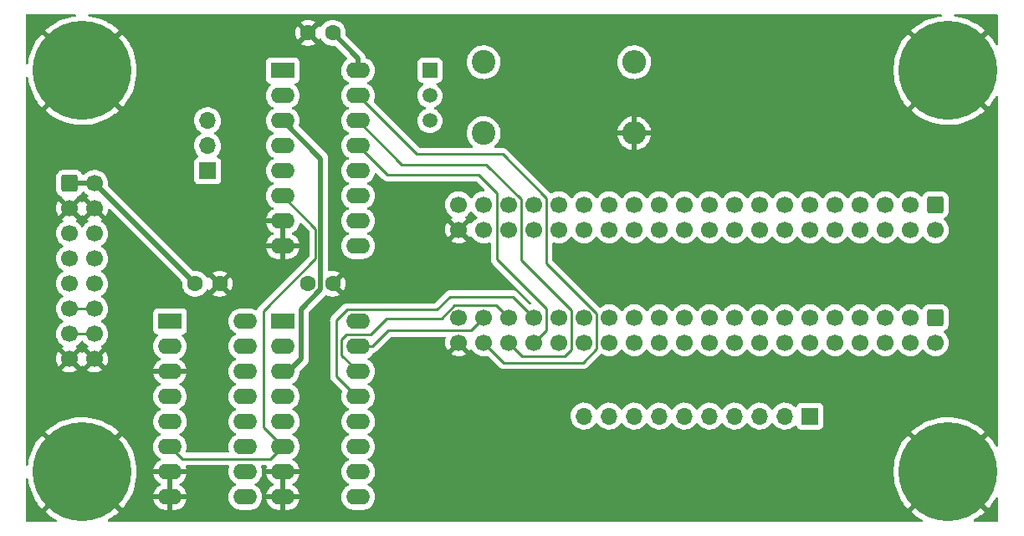
<source format=gbr>
%TF.GenerationSoftware,KiCad,Pcbnew,(6.0.6)*%
%TF.CreationDate,2022-08-14T19:07:44-04:00*%
%TF.ProjectId,button_presser,62757474-6f6e-45f7-9072-65737365722e,rev?*%
%TF.SameCoordinates,Original*%
%TF.FileFunction,Copper,L2,Bot*%
%TF.FilePolarity,Positive*%
%FSLAX46Y46*%
G04 Gerber Fmt 4.6, Leading zero omitted, Abs format (unit mm)*
G04 Created by KiCad (PCBNEW (6.0.6)) date 2022-08-14 19:07:44*
%MOMM*%
%LPD*%
G01*
G04 APERTURE LIST*
G04 Aperture macros list*
%AMRoundRect*
0 Rectangle with rounded corners*
0 $1 Rounding radius*
0 $2 $3 $4 $5 $6 $7 $8 $9 X,Y pos of 4 corners*
0 Add a 4 corners polygon primitive as box body*
4,1,4,$2,$3,$4,$5,$6,$7,$8,$9,$2,$3,0*
0 Add four circle primitives for the rounded corners*
1,1,$1+$1,$2,$3*
1,1,$1+$1,$4,$5*
1,1,$1+$1,$6,$7*
1,1,$1+$1,$8,$9*
0 Add four rect primitives between the rounded corners*
20,1,$1+$1,$2,$3,$4,$5,0*
20,1,$1+$1,$4,$5,$6,$7,0*
20,1,$1+$1,$6,$7,$8,$9,0*
20,1,$1+$1,$8,$9,$2,$3,0*%
G04 Aperture macros list end*
%TA.AperFunction,ComponentPad*%
%ADD10R,2.400000X1.600000*%
%TD*%
%TA.AperFunction,ComponentPad*%
%ADD11O,2.400000X1.600000*%
%TD*%
%TA.AperFunction,ComponentPad*%
%ADD12C,0.900000*%
%TD*%
%TA.AperFunction,ComponentPad*%
%ADD13C,10.000000*%
%TD*%
%TA.AperFunction,ComponentPad*%
%ADD14RoundRect,0.250000X-0.600000X-0.600000X0.600000X-0.600000X0.600000X0.600000X-0.600000X0.600000X0*%
%TD*%
%TA.AperFunction,ComponentPad*%
%ADD15C,1.700000*%
%TD*%
%TA.AperFunction,ComponentPad*%
%ADD16C,2.400000*%
%TD*%
%TA.AperFunction,ComponentPad*%
%ADD17O,2.400000X2.400000*%
%TD*%
%TA.AperFunction,ComponentPad*%
%ADD18C,1.600000*%
%TD*%
%TA.AperFunction,ComponentPad*%
%ADD19R,1.500000X1.500000*%
%TD*%
%TA.AperFunction,ComponentPad*%
%ADD20C,1.500000*%
%TD*%
%TA.AperFunction,ComponentPad*%
%ADD21R,1.700000X1.700000*%
%TD*%
%TA.AperFunction,ComponentPad*%
%ADD22O,1.700000X1.700000*%
%TD*%
%TA.AperFunction,ComponentPad*%
%ADD23RoundRect,0.250000X-0.600000X0.600000X-0.600000X-0.600000X0.600000X-0.600000X0.600000X0.600000X0*%
%TD*%
%TA.AperFunction,Conductor*%
%ADD24C,0.508000*%
%TD*%
%TA.AperFunction,Conductor*%
%ADD25C,0.254000*%
%TD*%
G04 APERTURE END LIST*
D10*
%TO.P,U3,1,A4*%
%TO.N,unconnected-(U3-Pad1)*%
X27940000Y-44450000D03*
D11*
%TO.P,U3,2,A6*%
%TO.N,unconnected-(U3-Pad2)*%
X27940000Y-46990000D03*
%TO.P,U3,3,A*%
%TO.N,GND*%
X27940000Y-49530000D03*
%TO.P,U3,4,A7*%
%TO.N,Net-(J3-Pad10)*%
X27940000Y-52070000D03*
%TO.P,U3,5,A5*%
%TO.N,unconnected-(U3-Pad5)*%
X27940000Y-54610000D03*
%TO.P,U3,6,~{E}*%
%TO.N,Net-(J1-Pad11)*%
X27940000Y-57150000D03*
%TO.P,U3,7,VEE*%
%TO.N,GND*%
X27940000Y-59690000D03*
%TO.P,U3,8,GND*%
X27940000Y-62230000D03*
%TO.P,U3,9,S2*%
%TO.N,Net-(J1-Pad10)*%
X35560000Y-62230000D03*
%TO.P,U3,10,S1*%
%TO.N,Net-(J1-Pad8)*%
X35560000Y-59690000D03*
%TO.P,U3,11,S0*%
%TO.N,Net-(J1-Pad6)*%
X35560000Y-57150000D03*
%TO.P,U3,12,A3*%
%TO.N,unconnected-(U3-Pad12)*%
X35560000Y-54610000D03*
%TO.P,U3,13,A0*%
%TO.N,unconnected-(U3-Pad13)*%
X35560000Y-52070000D03*
%TO.P,U3,14,A1*%
%TO.N,unconnected-(U3-Pad14)*%
X35560000Y-49530000D03*
%TO.P,U3,15,A2*%
%TO.N,unconnected-(U3-Pad15)*%
X35560000Y-46990000D03*
%TO.P,U3,16,VCC*%
%TO.N,+3V3*%
X35560000Y-44450000D03*
%TD*%
D10*
%TO.P,U1,1,A4*%
%TO.N,Net-(J3-Pad2)*%
X39355000Y-19050000D03*
D11*
%TO.P,U1,2,A6*%
%TO.N,Net-(J3-Pad4)*%
X39355000Y-21590000D03*
%TO.P,U1,3,A*%
%TO.N,Net-(U1-Pad3)*%
X39355000Y-24130000D03*
%TO.P,U1,4,A7*%
%TO.N,Net-(J3-Pad5)*%
X39355000Y-26670000D03*
%TO.P,U1,5,A5*%
%TO.N,Net-(J3-Pad3)*%
X39355000Y-29210000D03*
%TO.P,U1,6,~{E}*%
%TO.N,Net-(J1-Pad11)*%
X39355000Y-31750000D03*
%TO.P,U1,7,VEE*%
%TO.N,GND*%
X39355000Y-34290000D03*
%TO.P,U1,8,GND*%
X39355000Y-36830000D03*
%TO.P,U1,9,S2*%
%TO.N,Net-(J1-Pad9)*%
X46975000Y-36830000D03*
%TO.P,U1,10,S1*%
%TO.N,Net-(J1-Pad7)*%
X46975000Y-34290000D03*
%TO.P,U1,11,S0*%
%TO.N,Net-(J1-Pad5)*%
X46975000Y-31750000D03*
%TO.P,U1,12,A3*%
%TO.N,Net-(J3-Pad1)*%
X46975000Y-29210000D03*
%TO.P,U1,13,A0*%
%TO.N,Net-(J2-Pad34)*%
X46975000Y-26670000D03*
%TO.P,U1,14,A1*%
%TO.N,Net-(J2-Pad36)*%
X46975000Y-24130000D03*
%TO.P,U1,15,A2*%
%TO.N,Net-(J2-Pad38)*%
X46975000Y-21590000D03*
%TO.P,U1,16,VCC*%
%TO.N,+3V3*%
X46975000Y-19050000D03*
%TD*%
D12*
%TO.P,H2,1,1*%
%TO.N,GND*%
X104028350Y-62341650D03*
X109331650Y-62341650D03*
X106680000Y-55940000D03*
X109331650Y-57038350D03*
X106680000Y-63440000D03*
X110430000Y-59690000D03*
D13*
X106680000Y-59690000D03*
D12*
X104028350Y-57038350D03*
X102930000Y-59690000D03*
%TD*%
D14*
%TO.P,J1,1,3V3*%
%TO.N,+3V3*%
X17780000Y-30480000D03*
D15*
%TO.P,J1,2,3V3_dup*%
X20320000Y-30480000D03*
%TO.P,J1,3,GND*%
%TO.N,GND*%
X17780000Y-33020000D03*
%TO.P,J1,4,GND2*%
X20320000Y-33020000D03*
%TO.P,J1,5,S0*%
%TO.N,Net-(J1-Pad5)*%
X17780000Y-35560000D03*
%TO.P,J1,6,S3*%
%TO.N,Net-(J1-Pad6)*%
X20320000Y-35560000D03*
%TO.P,J1,7,S1*%
%TO.N,Net-(J1-Pad7)*%
X17780000Y-38100000D03*
%TO.P,J1,8,S4*%
%TO.N,Net-(J1-Pad8)*%
X20320000Y-38100000D03*
%TO.P,J1,9,S2*%
%TO.N,Net-(J1-Pad9)*%
X17780000Y-40640000D03*
%TO.P,J1,10,S5*%
%TO.N,Net-(J1-Pad10)*%
X20320000Y-40640000D03*
%TO.P,J1,11,~{E}*%
%TO.N,Net-(J1-Pad11)*%
X17780000Y-43180000D03*
%TO.P,J1,12,~{E}_dup*%
X20320000Y-43180000D03*
%TO.P,J1,13,POW*%
%TO.N,Net-(J1-Pad13)*%
X17780000Y-45720000D03*
%TO.P,J1,14,POW_dup*%
X20320000Y-45720000D03*
%TO.P,J1,15,GND3*%
%TO.N,GND*%
X17780000Y-48260000D03*
%TO.P,J1,16,GND4*%
X20320000Y-48260000D03*
%TD*%
D16*
%TO.P,R2,1*%
%TO.N,+3V3*%
X59690000Y-18211800D03*
D17*
%TO.P,R2,2*%
%TO.N,Net-(J1-Pad11)*%
X74930000Y-18211800D03*
%TD*%
D18*
%TO.P,C2,1*%
%TO.N,+3V3*%
X41910000Y-40640000D03*
%TO.P,C2,2*%
%TO.N,GND*%
X44410000Y-40640000D03*
%TD*%
D19*
%TO.P,Q1,1,S*%
%TO.N,Net-(Q1-Pad1)*%
X54250000Y-19050000D03*
D20*
%TO.P,Q1,2,G*%
%TO.N,Net-(J1-Pad13)*%
X54250000Y-21590000D03*
%TO.P,Q1,3,D*%
%TO.N,+1V5*%
X54250000Y-24130000D03*
%TD*%
D21*
%TO.P,SW1,1,1*%
%TO.N,Net-(Q1-Pad1)*%
X31750000Y-29210000D03*
D22*
%TO.P,SW1,2,2*%
%TO.N,Net-(J2-Pad39)*%
X31750000Y-26670000D03*
%TO.P,SW1,3,3*%
%TO.N,+1V5*%
X31750000Y-24130000D03*
%TD*%
D18*
%TO.P,C3,1*%
%TO.N,+3V3*%
X30480000Y-40640000D03*
%TO.P,C3,2*%
%TO.N,GND*%
X32980000Y-40640000D03*
%TD*%
D16*
%TO.P,R1,1*%
%TO.N,Net-(J1-Pad13)*%
X59690000Y-25400000D03*
D17*
%TO.P,R1,2*%
%TO.N,GND*%
X74930000Y-25400000D03*
%TD*%
D23*
%TO.P,J4,1,LCD_31*%
%TO.N,Net-(J2-Pad1)*%
X105410000Y-32660000D03*
D15*
%TO.P,J4,2,LCD_32*%
%TO.N,Net-(J2-Pad2)*%
X105410000Y-35200000D03*
%TO.P,J4,3,LCD_29*%
%TO.N,Net-(J2-Pad3)*%
X102870000Y-32660000D03*
%TO.P,J4,4,LCD_30*%
%TO.N,Net-(J2-Pad4)*%
X102870000Y-35200000D03*
%TO.P,J4,5,LCD_27*%
%TO.N,Net-(J2-Pad5)*%
X100330000Y-32660000D03*
%TO.P,J4,6,LCD_28*%
%TO.N,Net-(J2-Pad6)*%
X100330000Y-35200000D03*
%TO.P,J4,7,LCD_25*%
%TO.N,Net-(J2-Pad7)*%
X97790000Y-32660000D03*
%TO.P,J4,8,LCD_26*%
%TO.N,Net-(J2-Pad8)*%
X97790000Y-35200000D03*
%TO.P,J4,9,LCD_23*%
%TO.N,Net-(J2-Pad9)*%
X95250000Y-32660000D03*
%TO.P,J4,10,LCD_24*%
%TO.N,Net-(J2-Pad10)*%
X95250000Y-35200000D03*
%TO.P,J4,11,LCD_21*%
%TO.N,Net-(J2-Pad11)*%
X92710000Y-32660000D03*
%TO.P,J4,12,LCD_22*%
%TO.N,Net-(J2-Pad12)*%
X92710000Y-35200000D03*
%TO.P,J4,13,LCD_19*%
%TO.N,Net-(J2-Pad13)*%
X90170000Y-32660000D03*
%TO.P,J4,14,LCD_20*%
%TO.N,Net-(J2-Pad14)*%
X90170000Y-35200000D03*
%TO.P,J4,15,LCD_17*%
%TO.N,Net-(J2-Pad15)*%
X87630000Y-32660000D03*
%TO.P,J4,16,LCD_18*%
%TO.N,Net-(J2-Pad16)*%
X87630000Y-35200000D03*
%TO.P,J4,17,LCD_15*%
%TO.N,Net-(J2-Pad17)*%
X85090000Y-32660000D03*
%TO.P,J4,18,LCD_16*%
%TO.N,Net-(J2-Pad18)*%
X85090000Y-35200000D03*
%TO.P,J4,19,LCD_13*%
%TO.N,Net-(J2-Pad19)*%
X82550000Y-32660000D03*
%TO.P,J4,20,LCD_14*%
%TO.N,Net-(J2-Pad20)*%
X82550000Y-35200000D03*
%TO.P,J4,21,LCD_11*%
%TO.N,Net-(J2-Pad21)*%
X80010000Y-32660000D03*
%TO.P,J4,22,LCD_12*%
%TO.N,Net-(J2-Pad22)*%
X80010000Y-35200000D03*
%TO.P,J4,23,LCD_9*%
%TO.N,Net-(J2-Pad23)*%
X77470000Y-32660000D03*
%TO.P,J4,24,LCD_10*%
%TO.N,Net-(J2-Pad24)*%
X77470000Y-35200000D03*
%TO.P,J4,25,LCD_7*%
%TO.N,Net-(J2-Pad25)*%
X74930000Y-32660000D03*
%TO.P,J4,26,LCD_8*%
%TO.N,Net-(J2-Pad26)*%
X74930000Y-35200000D03*
%TO.P,J4,27,LCD_5*%
%TO.N,Net-(J2-Pad27)*%
X72390000Y-32660000D03*
%TO.P,J4,28,LCD_6*%
%TO.N,Net-(J2-Pad28)*%
X72390000Y-35200000D03*
%TO.P,J4,29,LCD_3(A)*%
%TO.N,Net-(J2-Pad29)*%
X69850000Y-32660000D03*
%TO.P,J4,30,LCD_4(B)*%
%TO.N,Net-(J2-Pad30)*%
X69850000Y-35200000D03*
%TO.P,J4,31,LCD_1(D)*%
%TO.N,Net-(J2-Pad31)*%
X67310000Y-32660000D03*
%TO.P,J4,32,LCD_2(C)*%
%TO.N,Net-(J2-Pad32)*%
X67310000Y-35200000D03*
%TO.P,J4,33,B0*%
%TO.N,unconnected-(J4-Pad33)*%
X64770000Y-32660000D03*
%TO.P,J4,34,A0*%
%TO.N,unconnected-(J4-Pad34)*%
X64770000Y-35200000D03*
%TO.P,J4,35,B1*%
%TO.N,unconnected-(J4-Pad35)*%
X62230000Y-32660000D03*
%TO.P,J4,36,A1*%
%TO.N,unconnected-(J4-Pad36)*%
X62230000Y-35200000D03*
%TO.P,J4,37,B2*%
%TO.N,unconnected-(J4-Pad37)*%
X59690000Y-32660000D03*
%TO.P,J4,38,A2*%
%TO.N,unconnected-(J4-Pad38)*%
X59690000Y-35200000D03*
%TO.P,J4,39,B+*%
%TO.N,+1V5*%
X57150000Y-32660000D03*
%TO.P,J4,40,GND*%
%TO.N,GND*%
X57150000Y-35200000D03*
%TD*%
D10*
%TO.P,U2,1,A4*%
%TO.N,Net-(J3-Pad7)*%
X39370000Y-44450000D03*
D11*
%TO.P,U2,2,A6*%
%TO.N,Net-(J3-Pad9)*%
X39370000Y-46990000D03*
%TO.P,U2,3,A*%
%TO.N,Net-(U1-Pad3)*%
X39370000Y-49530000D03*
%TO.P,U2,4,A7*%
%TO.N,unconnected-(U2-Pad4)*%
X39370000Y-52070000D03*
%TO.P,U2,5,A5*%
%TO.N,Net-(J3-Pad8)*%
X39370000Y-54610000D03*
%TO.P,U2,6,~{E}*%
%TO.N,Net-(J1-Pad11)*%
X39370000Y-57150000D03*
%TO.P,U2,7,VEE*%
%TO.N,GND*%
X39370000Y-59690000D03*
%TO.P,U2,8,GND*%
X39370000Y-62230000D03*
%TO.P,U2,9,S2*%
%TO.N,Net-(J1-Pad10)*%
X46990000Y-62230000D03*
%TO.P,U2,10,S1*%
%TO.N,Net-(J1-Pad8)*%
X46990000Y-59690000D03*
%TO.P,U2,11,S0*%
%TO.N,Net-(J1-Pad6)*%
X46990000Y-57150000D03*
%TO.P,U2,12,A3*%
%TO.N,Net-(J3-Pad6)*%
X46990000Y-54610000D03*
%TO.P,U2,13,A0*%
%TO.N,Net-(J2-Pad33)*%
X46990000Y-52070000D03*
%TO.P,U2,14,A1*%
%TO.N,Net-(J2-Pad35)*%
X46990000Y-49530000D03*
%TO.P,U2,15,A2*%
%TO.N,Net-(J2-Pad37)*%
X46990000Y-46990000D03*
%TO.P,U2,16,VCC*%
%TO.N,+3V3*%
X46990000Y-44450000D03*
%TD*%
D18*
%TO.P,C1,1*%
%TO.N,+3V3*%
X44410000Y-15240000D03*
%TO.P,C1,2*%
%TO.N,GND*%
X41910000Y-15240000D03*
%TD*%
D12*
%TO.P,H1,1,1*%
%TO.N,GND*%
X106680000Y-22800000D03*
X102930000Y-19050000D03*
D13*
X106680000Y-19050000D03*
D12*
X106680000Y-15300000D03*
X104028350Y-21701650D03*
X110430000Y-19050000D03*
X104028350Y-16398350D03*
X109331650Y-16398350D03*
X109331650Y-21701650D03*
%TD*%
D21*
%TO.P,J3,1,A3*%
%TO.N,Net-(J3-Pad1)*%
X92710000Y-54045000D03*
D22*
%TO.P,J3,2,A4*%
%TO.N,Net-(J3-Pad2)*%
X90170000Y-54045000D03*
%TO.P,J3,3,A5*%
%TO.N,Net-(J3-Pad3)*%
X87630000Y-54045000D03*
%TO.P,J3,4,A6*%
%TO.N,Net-(J3-Pad4)*%
X85090000Y-54045000D03*
%TO.P,J3,5,A7*%
%TO.N,Net-(J3-Pad5)*%
X82550000Y-54045000D03*
%TO.P,J3,6,B3*%
%TO.N,Net-(J3-Pad6)*%
X80010000Y-54045000D03*
%TO.P,J3,7,B4*%
%TO.N,Net-(J3-Pad7)*%
X77470000Y-54045000D03*
%TO.P,J3,8,B5*%
%TO.N,Net-(J3-Pad8)*%
X74930000Y-54045000D03*
%TO.P,J3,9,B6*%
%TO.N,Net-(J3-Pad9)*%
X72390000Y-54045000D03*
%TO.P,J3,10,RESET*%
%TO.N,Net-(J3-Pad10)*%
X69850000Y-54045000D03*
%TD*%
D23*
%TO.P,J2,1,LCD_31*%
%TO.N,Net-(J2-Pad1)*%
X105410000Y-44090000D03*
D15*
%TO.P,J2,2,LCD_32*%
%TO.N,Net-(J2-Pad2)*%
X105410000Y-46630000D03*
%TO.P,J2,3,LCD_29*%
%TO.N,Net-(J2-Pad3)*%
X102870000Y-44090000D03*
%TO.P,J2,4,LCD_30*%
%TO.N,Net-(J2-Pad4)*%
X102870000Y-46630000D03*
%TO.P,J2,5,LCD_27*%
%TO.N,Net-(J2-Pad5)*%
X100330000Y-44090000D03*
%TO.P,J2,6,LCD_28*%
%TO.N,Net-(J2-Pad6)*%
X100330000Y-46630000D03*
%TO.P,J2,7,LCD_25*%
%TO.N,Net-(J2-Pad7)*%
X97790000Y-44090000D03*
%TO.P,J2,8,LCD_26*%
%TO.N,Net-(J2-Pad8)*%
X97790000Y-46630000D03*
%TO.P,J2,9,LCD_23*%
%TO.N,Net-(J2-Pad9)*%
X95250000Y-44090000D03*
%TO.P,J2,10,LCD_24*%
%TO.N,Net-(J2-Pad10)*%
X95250000Y-46630000D03*
%TO.P,J2,11,LCD_21*%
%TO.N,Net-(J2-Pad11)*%
X92710000Y-44090000D03*
%TO.P,J2,12,LCD_22*%
%TO.N,Net-(J2-Pad12)*%
X92710000Y-46630000D03*
%TO.P,J2,13,LCD_19*%
%TO.N,Net-(J2-Pad13)*%
X90170000Y-44090000D03*
%TO.P,J2,14,LCD_20*%
%TO.N,Net-(J2-Pad14)*%
X90170000Y-46630000D03*
%TO.P,J2,15,LCD_17*%
%TO.N,Net-(J2-Pad15)*%
X87630000Y-44090000D03*
%TO.P,J2,16,LCD_18*%
%TO.N,Net-(J2-Pad16)*%
X87630000Y-46630000D03*
%TO.P,J2,17,LCD_15*%
%TO.N,Net-(J2-Pad17)*%
X85090000Y-44090000D03*
%TO.P,J2,18,LCD_16*%
%TO.N,Net-(J2-Pad18)*%
X85090000Y-46630000D03*
%TO.P,J2,19,LCD_13*%
%TO.N,Net-(J2-Pad19)*%
X82550000Y-44090000D03*
%TO.P,J2,20,LCD_14*%
%TO.N,Net-(J2-Pad20)*%
X82550000Y-46630000D03*
%TO.P,J2,21,LCD_11*%
%TO.N,Net-(J2-Pad21)*%
X80010000Y-44090000D03*
%TO.P,J2,22,LCD_12*%
%TO.N,Net-(J2-Pad22)*%
X80010000Y-46630000D03*
%TO.P,J2,23,LCD_9*%
%TO.N,Net-(J2-Pad23)*%
X77470000Y-44090000D03*
%TO.P,J2,24,LCD_10*%
%TO.N,Net-(J2-Pad24)*%
X77470000Y-46630000D03*
%TO.P,J2,25,LCD_7*%
%TO.N,Net-(J2-Pad25)*%
X74930000Y-44090000D03*
%TO.P,J2,26,LCD_8*%
%TO.N,Net-(J2-Pad26)*%
X74930000Y-46630000D03*
%TO.P,J2,27,LCD_5*%
%TO.N,Net-(J2-Pad27)*%
X72390000Y-44090000D03*
%TO.P,J2,28,LCD_6*%
%TO.N,Net-(J2-Pad28)*%
X72390000Y-46630000D03*
%TO.P,J2,29,LCD_3(A)*%
%TO.N,Net-(J2-Pad29)*%
X69850000Y-44090000D03*
%TO.P,J2,30,LCD_4(B)*%
%TO.N,Net-(J2-Pad30)*%
X69850000Y-46630000D03*
%TO.P,J2,31,LCD_1(D)*%
%TO.N,Net-(J2-Pad31)*%
X67310000Y-44090000D03*
%TO.P,J2,32,LCD_2(C)*%
%TO.N,Net-(J2-Pad32)*%
X67310000Y-46630000D03*
%TO.P,J2,33,B0*%
%TO.N,Net-(J2-Pad33)*%
X64770000Y-44090000D03*
%TO.P,J2,34,A0*%
%TO.N,Net-(J2-Pad34)*%
X64770000Y-46630000D03*
%TO.P,J2,35,B1*%
%TO.N,Net-(J2-Pad35)*%
X62230000Y-44090000D03*
%TO.P,J2,36,A1*%
%TO.N,Net-(J2-Pad36)*%
X62230000Y-46630000D03*
%TO.P,J2,37,B2*%
%TO.N,Net-(J2-Pad37)*%
X59690000Y-44090000D03*
%TO.P,J2,38,A2*%
%TO.N,Net-(J2-Pad38)*%
X59690000Y-46630000D03*
%TO.P,J2,39,B+*%
%TO.N,Net-(J2-Pad39)*%
X57150000Y-44090000D03*
%TO.P,J2,40,GND*%
%TO.N,GND*%
X57150000Y-46630000D03*
%TD*%
D12*
%TO.P,H3,1,1*%
%TO.N,GND*%
X16398350Y-21701650D03*
D13*
X19050000Y-19050000D03*
D12*
X19050000Y-22800000D03*
X15300000Y-19050000D03*
X21701650Y-21701650D03*
X16398350Y-16398350D03*
X19050000Y-15300000D03*
X22800000Y-19050000D03*
X21701650Y-16398350D03*
%TD*%
%TO.P,H4,1,1*%
%TO.N,GND*%
X22800000Y-59690000D03*
X21701650Y-62341650D03*
D13*
X19050000Y-59690000D03*
D12*
X16398350Y-62341650D03*
X21701650Y-57038350D03*
X16398350Y-57038350D03*
X19050000Y-55940000D03*
X19050000Y-63440000D03*
X15300000Y-59690000D03*
%TD*%
D24*
%TO.N,Net-(U1-Pad3)*%
X41224200Y-43205400D02*
X43205400Y-41224200D01*
X43205400Y-41224200D02*
X43205400Y-27980400D01*
X43205400Y-27980400D02*
X39355000Y-24130000D01*
X41224200Y-48260000D02*
X41224200Y-43205400D01*
X39954200Y-49530000D02*
X41224200Y-48260000D01*
%TO.N,+3V3*%
X30480000Y-40640000D02*
X20320000Y-30480000D01*
X20320000Y-30480000D02*
X17780000Y-30480000D01*
X46975000Y-19050000D02*
X46975000Y-17805000D01*
X46975000Y-17805000D02*
X44410000Y-15240000D01*
D25*
%TO.N,Net-(J1-Pad11)*%
X38125400Y-58394600D02*
X29184600Y-58394600D01*
X39355000Y-31750000D02*
X42697400Y-35092400D01*
X37388800Y-43408600D02*
X37388800Y-55168800D01*
X37388800Y-55168800D02*
X39370000Y-57150000D01*
X39370000Y-57150000D02*
X38125400Y-58394600D01*
X42697400Y-35092400D02*
X42697400Y-38100000D01*
X29184600Y-58394600D02*
X27940000Y-57150000D01*
X42697400Y-38100000D02*
X37388800Y-43408600D01*
X20320000Y-43180000D02*
X17780000Y-43180000D01*
%TO.N,Net-(J1-Pad13)*%
X20320000Y-45720000D02*
X17780000Y-45720000D01*
%TO.N,Net-(J2-Pad33)*%
X54965600Y-43281600D02*
X45872400Y-43281600D01*
X56311800Y-41935400D02*
X54965600Y-43281600D01*
X44780200Y-50038000D02*
X46812200Y-52070000D01*
X64770000Y-44090000D02*
X62615400Y-41935400D01*
X62615400Y-41935400D02*
X56311800Y-41935400D01*
X45872400Y-43281600D02*
X44780200Y-44373800D01*
X44780200Y-44373800D02*
X44780200Y-50038000D01*
%TO.N,Net-(J2-Pad34)*%
X66040000Y-45360000D02*
X66040000Y-43180000D01*
X59156600Y-29616400D02*
X49921400Y-29616400D01*
X66040000Y-43180000D02*
X61036200Y-38176200D01*
X61036200Y-38176200D02*
X61036200Y-31496000D01*
X61036200Y-31496000D02*
X59156600Y-29616400D01*
X49921400Y-29616400D02*
X46975000Y-26670000D01*
X64770000Y-46630000D02*
X66040000Y-45360000D01*
%TO.N,Net-(J2-Pad35)*%
X60989800Y-42849800D02*
X56743600Y-42849800D01*
X45288200Y-47879000D02*
X46939200Y-49530000D01*
X49834800Y-44145200D02*
X48234600Y-45745400D01*
X55448200Y-44145200D02*
X49834800Y-44145200D01*
X62230000Y-44090000D02*
X60989800Y-42849800D01*
X48234600Y-45745400D02*
X45796200Y-45745400D01*
X45288200Y-46253400D02*
X45288200Y-47879000D01*
X56743600Y-42849800D02*
X55448200Y-44145200D01*
X45796200Y-45745400D02*
X45288200Y-46253400D01*
%TO.N,Net-(J2-Pad36)*%
X67868800Y-47980600D02*
X68580000Y-47269400D01*
X68580000Y-47269400D02*
X68580000Y-43336600D01*
X63580600Y-47980600D02*
X67868800Y-47980600D01*
X51420499Y-28575499D02*
X46975000Y-24130000D01*
X59969899Y-28575499D02*
X51420499Y-28575499D01*
X63500000Y-32105600D02*
X59969899Y-28575499D01*
X68580000Y-43336600D02*
X63500000Y-38256600D01*
X62230000Y-46630000D02*
X63580600Y-47980600D01*
X63500000Y-38256600D02*
X63500000Y-32105600D01*
%TO.N,Net-(J2-Pad37)*%
X48437800Y-46990000D02*
X46990000Y-46990000D01*
X59690000Y-44090000D02*
X58415600Y-45364400D01*
X58415600Y-45364400D02*
X50063400Y-45364400D01*
X50063400Y-45364400D02*
X48437800Y-46990000D01*
%TO.N,Net-(J2-Pad38)*%
X71120000Y-43688000D02*
X66014600Y-38582600D01*
X66014600Y-38582600D02*
X66014600Y-31953200D01*
X59690000Y-46630000D02*
X61701000Y-48641000D01*
X52918600Y-27533600D02*
X46975000Y-21590000D01*
X71120000Y-47244000D02*
X71120000Y-43688000D01*
X61701000Y-48641000D02*
X69723000Y-48641000D01*
X69723000Y-48641000D02*
X71120000Y-47244000D01*
X61595000Y-27533600D02*
X52918600Y-27533600D01*
X66014600Y-31953200D02*
X61595000Y-27533600D01*
%TD*%
%TA.AperFunction,Conductor*%
%TO.N,GND*%
G36*
X18398753Y-13355002D02*
G01*
X18445246Y-13408658D01*
X18455350Y-13478932D01*
X18425856Y-13543512D01*
X18366130Y-13581896D01*
X18349038Y-13585648D01*
X18019587Y-13634297D01*
X18014405Y-13635285D01*
X17570027Y-13739514D01*
X17564939Y-13740934D01*
X17130844Y-13881979D01*
X17125905Y-13883816D01*
X16705115Y-14060700D01*
X16700369Y-14062933D01*
X16295850Y-14274411D01*
X16291284Y-14277048D01*
X15905912Y-14521612D01*
X15901567Y-14524632D01*
X15538014Y-14800584D01*
X15533930Y-14803962D01*
X15352299Y-14967503D01*
X15343968Y-14981026D01*
X15343969Y-14981102D01*
X15349599Y-14990388D01*
X19037188Y-18677978D01*
X19051132Y-18685592D01*
X19052965Y-18685461D01*
X19059580Y-18681210D01*
X22495314Y-15245475D01*
X40597483Y-15245475D01*
X40616472Y-15462519D01*
X40618375Y-15473312D01*
X40674764Y-15683761D01*
X40678510Y-15694053D01*
X40770586Y-15891511D01*
X40776069Y-15901006D01*
X40812509Y-15953048D01*
X40822988Y-15961424D01*
X40836434Y-15954356D01*
X41537978Y-15252812D01*
X41544356Y-15241132D01*
X42274408Y-15241132D01*
X42274539Y-15242965D01*
X42278790Y-15249580D01*
X42984287Y-15955077D01*
X42996062Y-15961507D01*
X43008077Y-15952211D01*
X43043934Y-15901002D01*
X43050591Y-15889472D01*
X43101973Y-15840479D01*
X43171687Y-15827042D01*
X43237598Y-15853429D01*
X43268829Y-15889472D01*
X43270153Y-15891765D01*
X43272477Y-15896749D01*
X43403802Y-16084300D01*
X43565700Y-16246198D01*
X43570208Y-16249355D01*
X43570211Y-16249357D01*
X43648389Y-16304098D01*
X43753251Y-16377523D01*
X43758233Y-16379846D01*
X43758238Y-16379849D01*
X43954765Y-16471490D01*
X43960757Y-16474284D01*
X43966065Y-16475706D01*
X43966067Y-16475707D01*
X44176598Y-16532119D01*
X44176600Y-16532119D01*
X44181913Y-16533543D01*
X44410000Y-16553498D01*
X44415475Y-16553019D01*
X44567711Y-16539700D01*
X44637316Y-16553689D01*
X44667788Y-16576126D01*
X45862587Y-17770925D01*
X45896613Y-17833237D01*
X45891548Y-17904052D01*
X45845763Y-17963233D01*
X45735211Y-18040643D01*
X45735208Y-18040645D01*
X45730700Y-18043802D01*
X45568802Y-18205700D01*
X45565645Y-18210208D01*
X45565643Y-18210211D01*
X45510902Y-18288389D01*
X45437477Y-18393251D01*
X45435154Y-18398233D01*
X45435151Y-18398238D01*
X45420323Y-18430038D01*
X45340716Y-18600757D01*
X45339294Y-18606065D01*
X45339293Y-18606067D01*
X45282881Y-18816598D01*
X45281457Y-18821913D01*
X45261502Y-19050000D01*
X45281457Y-19278087D01*
X45282881Y-19283400D01*
X45282881Y-19283402D01*
X45323993Y-19436831D01*
X45340716Y-19499243D01*
X45343039Y-19504224D01*
X45343039Y-19504225D01*
X45435151Y-19701762D01*
X45435154Y-19701767D01*
X45437477Y-19706749D01*
X45491943Y-19784534D01*
X45549485Y-19866712D01*
X45568802Y-19894300D01*
X45730700Y-20056198D01*
X45735208Y-20059355D01*
X45735211Y-20059357D01*
X45776542Y-20088297D01*
X45918251Y-20187523D01*
X45923233Y-20189846D01*
X45923238Y-20189849D01*
X45957457Y-20205805D01*
X46010742Y-20252722D01*
X46030203Y-20320999D01*
X46009661Y-20388959D01*
X45957457Y-20434195D01*
X45923238Y-20450151D01*
X45923233Y-20450154D01*
X45918251Y-20452477D01*
X45826086Y-20517012D01*
X45735211Y-20580643D01*
X45735208Y-20580645D01*
X45730700Y-20583802D01*
X45568802Y-20745700D01*
X45565645Y-20750208D01*
X45565643Y-20750211D01*
X45546212Y-20777962D01*
X45437477Y-20933251D01*
X45435154Y-20938233D01*
X45435151Y-20938238D01*
X45423449Y-20963334D01*
X45340716Y-21140757D01*
X45281457Y-21361913D01*
X45261502Y-21590000D01*
X45281457Y-21818087D01*
X45340716Y-22039243D01*
X45343039Y-22044224D01*
X45343039Y-22044225D01*
X45435151Y-22241762D01*
X45435154Y-22241767D01*
X45437477Y-22246749D01*
X45472584Y-22296887D01*
X45548941Y-22405935D01*
X45568802Y-22434300D01*
X45730700Y-22596198D01*
X45735208Y-22599355D01*
X45735211Y-22599357D01*
X45807834Y-22650208D01*
X45918251Y-22727523D01*
X45923233Y-22729846D01*
X45923238Y-22729849D01*
X45957457Y-22745805D01*
X46010742Y-22792722D01*
X46030203Y-22860999D01*
X46009661Y-22928959D01*
X45957457Y-22974195D01*
X45923238Y-22990151D01*
X45923233Y-22990154D01*
X45918251Y-22992477D01*
X45859496Y-23033618D01*
X45735211Y-23120643D01*
X45735208Y-23120645D01*
X45730700Y-23123802D01*
X45568802Y-23285700D01*
X45565645Y-23290208D01*
X45565643Y-23290211D01*
X45546212Y-23317962D01*
X45437477Y-23473251D01*
X45435154Y-23478233D01*
X45435151Y-23478238D01*
X45423449Y-23503334D01*
X45340716Y-23680757D01*
X45339294Y-23686065D01*
X45339293Y-23686067D01*
X45287407Y-23879707D01*
X45281457Y-23901913D01*
X45261502Y-24130000D01*
X45281457Y-24358087D01*
X45282881Y-24363400D01*
X45282881Y-24363402D01*
X45333455Y-24552143D01*
X45340716Y-24579243D01*
X45343039Y-24584224D01*
X45343039Y-24584225D01*
X45435151Y-24781762D01*
X45435154Y-24781767D01*
X45437477Y-24786749D01*
X45483316Y-24852214D01*
X45548941Y-24945935D01*
X45568802Y-24974300D01*
X45730700Y-25136198D01*
X45735208Y-25139355D01*
X45735211Y-25139357D01*
X45752426Y-25151411D01*
X45918251Y-25267523D01*
X45923233Y-25269846D01*
X45923238Y-25269849D01*
X45957457Y-25285805D01*
X46010742Y-25332722D01*
X46030203Y-25400999D01*
X46009661Y-25468959D01*
X45957457Y-25514195D01*
X45923238Y-25530151D01*
X45923233Y-25530154D01*
X45918251Y-25532477D01*
X45815926Y-25604126D01*
X45735211Y-25660643D01*
X45735208Y-25660645D01*
X45730700Y-25663802D01*
X45568802Y-25825700D01*
X45565645Y-25830208D01*
X45565643Y-25830211D01*
X45549586Y-25853143D01*
X45437477Y-26013251D01*
X45435154Y-26018233D01*
X45435151Y-26018238D01*
X45352908Y-26194610D01*
X45340716Y-26220757D01*
X45339294Y-26226065D01*
X45339293Y-26226067D01*
X45283498Y-26434295D01*
X45281457Y-26441913D01*
X45261502Y-26670000D01*
X45281457Y-26898087D01*
X45282881Y-26903400D01*
X45282881Y-26903402D01*
X45332511Y-27088620D01*
X45340716Y-27119243D01*
X45343039Y-27124224D01*
X45343039Y-27124225D01*
X45435151Y-27321762D01*
X45435154Y-27321767D01*
X45437477Y-27326749D01*
X45440634Y-27331257D01*
X45562018Y-27504611D01*
X45568802Y-27514300D01*
X45730700Y-27676198D01*
X45735208Y-27679355D01*
X45735211Y-27679357D01*
X45780649Y-27711173D01*
X45918251Y-27807523D01*
X45923233Y-27809846D01*
X45923238Y-27809849D01*
X45957457Y-27825805D01*
X46010742Y-27872722D01*
X46030203Y-27940999D01*
X46009661Y-28008959D01*
X45957457Y-28054195D01*
X45923238Y-28070151D01*
X45923233Y-28070154D01*
X45918251Y-28072477D01*
X45870220Y-28106109D01*
X45735211Y-28200643D01*
X45735208Y-28200645D01*
X45730700Y-28203802D01*
X45568802Y-28365700D01*
X45565645Y-28370208D01*
X45565643Y-28370211D01*
X45510902Y-28448389D01*
X45437477Y-28553251D01*
X45435154Y-28558233D01*
X45435151Y-28558238D01*
X45343039Y-28755775D01*
X45340716Y-28760757D01*
X45339294Y-28766065D01*
X45339293Y-28766067D01*
X45287088Y-28960898D01*
X45281457Y-28981913D01*
X45261502Y-29210000D01*
X45281457Y-29438087D01*
X45282881Y-29443400D01*
X45282881Y-29443402D01*
X45338941Y-29652617D01*
X45340716Y-29659243D01*
X45343039Y-29664224D01*
X45343039Y-29664225D01*
X45435151Y-29861762D01*
X45435154Y-29861767D01*
X45437477Y-29866749D01*
X45440634Y-29871257D01*
X45559281Y-30040702D01*
X45568802Y-30054300D01*
X45730700Y-30216198D01*
X45735208Y-30219355D01*
X45735211Y-30219357D01*
X45786679Y-30255395D01*
X45918251Y-30347523D01*
X45923233Y-30349846D01*
X45923238Y-30349849D01*
X45957457Y-30365805D01*
X46010742Y-30412722D01*
X46030203Y-30480999D01*
X46009661Y-30548959D01*
X45957457Y-30594195D01*
X45923238Y-30610151D01*
X45923233Y-30610154D01*
X45918251Y-30612477D01*
X45813389Y-30685902D01*
X45735211Y-30740643D01*
X45735208Y-30740645D01*
X45730700Y-30743802D01*
X45568802Y-30905700D01*
X45437477Y-31093251D01*
X45435154Y-31098233D01*
X45435151Y-31098238D01*
X45345768Y-31289923D01*
X45340716Y-31300757D01*
X45339294Y-31306065D01*
X45339293Y-31306067D01*
X45286225Y-31504118D01*
X45281457Y-31521913D01*
X45261502Y-31750000D01*
X45281457Y-31978087D01*
X45282881Y-31983400D01*
X45282881Y-31983402D01*
X45285018Y-31991375D01*
X45340716Y-32199243D01*
X45343039Y-32204224D01*
X45343039Y-32204225D01*
X45435151Y-32401762D01*
X45435154Y-32401767D01*
X45437477Y-32406749D01*
X45440634Y-32411257D01*
X45540913Y-32554470D01*
X45568802Y-32594300D01*
X45730700Y-32756198D01*
X45735208Y-32759355D01*
X45735211Y-32759357D01*
X45813389Y-32814098D01*
X45918251Y-32887523D01*
X45923233Y-32889846D01*
X45923238Y-32889849D01*
X45957457Y-32905805D01*
X46010742Y-32952722D01*
X46030203Y-33020999D01*
X46009661Y-33088959D01*
X45957457Y-33134195D01*
X45923238Y-33150151D01*
X45923233Y-33150154D01*
X45918251Y-33152477D01*
X45904921Y-33161811D01*
X45735211Y-33280643D01*
X45735208Y-33280645D01*
X45730700Y-33283802D01*
X45568802Y-33445700D01*
X45565645Y-33450208D01*
X45565643Y-33450211D01*
X45555226Y-33465088D01*
X45437477Y-33633251D01*
X45435154Y-33638233D01*
X45435151Y-33638238D01*
X45350639Y-33819476D01*
X45340716Y-33840757D01*
X45339294Y-33846065D01*
X45339293Y-33846067D01*
X45283041Y-34056002D01*
X45281457Y-34061913D01*
X45261502Y-34290000D01*
X45281457Y-34518087D01*
X45282881Y-34523400D01*
X45282881Y-34523402D01*
X45338941Y-34732617D01*
X45340716Y-34739243D01*
X45343039Y-34744224D01*
X45343039Y-34744225D01*
X45435151Y-34941762D01*
X45435154Y-34941767D01*
X45437477Y-34946749D01*
X45458912Y-34977361D01*
X45559281Y-35120702D01*
X45568802Y-35134300D01*
X45730700Y-35296198D01*
X45735208Y-35299355D01*
X45735211Y-35299357D01*
X45782319Y-35332342D01*
X45918251Y-35427523D01*
X45923233Y-35429846D01*
X45923238Y-35429849D01*
X45957457Y-35445805D01*
X46010742Y-35492722D01*
X46030203Y-35560999D01*
X46009661Y-35628959D01*
X45957457Y-35674195D01*
X45923238Y-35690151D01*
X45923233Y-35690154D01*
X45918251Y-35692477D01*
X45843888Y-35744547D01*
X45735211Y-35820643D01*
X45735208Y-35820645D01*
X45730700Y-35823802D01*
X45568802Y-35985700D01*
X45565645Y-35990208D01*
X45565643Y-35990211D01*
X45558307Y-36000688D01*
X45437477Y-36173251D01*
X45435154Y-36178233D01*
X45435151Y-36178238D01*
X45346914Y-36367465D01*
X45340716Y-36380757D01*
X45339294Y-36386065D01*
X45339293Y-36386067D01*
X45285921Y-36585253D01*
X45281457Y-36601913D01*
X45261502Y-36830000D01*
X45281457Y-37058087D01*
X45282881Y-37063400D01*
X45282881Y-37063402D01*
X45338941Y-37272617D01*
X45340716Y-37279243D01*
X45343039Y-37284224D01*
X45343039Y-37284225D01*
X45435151Y-37481762D01*
X45435154Y-37481767D01*
X45437477Y-37486749D01*
X45440634Y-37491257D01*
X45559281Y-37660702D01*
X45568802Y-37674300D01*
X45730700Y-37836198D01*
X45735208Y-37839355D01*
X45735211Y-37839357D01*
X45765802Y-37860777D01*
X45918251Y-37967523D01*
X45923233Y-37969846D01*
X45923238Y-37969849D01*
X46120775Y-38061961D01*
X46125757Y-38064284D01*
X46131065Y-38065706D01*
X46131067Y-38065707D01*
X46341598Y-38122119D01*
X46341600Y-38122119D01*
X46346913Y-38123543D01*
X46445120Y-38132135D01*
X46515149Y-38138262D01*
X46515156Y-38138262D01*
X46517873Y-38138500D01*
X47432127Y-38138500D01*
X47434844Y-38138262D01*
X47434851Y-38138262D01*
X47504880Y-38132135D01*
X47603087Y-38123543D01*
X47608400Y-38122119D01*
X47608402Y-38122119D01*
X47818933Y-38065707D01*
X47818935Y-38065706D01*
X47824243Y-38064284D01*
X47829225Y-38061961D01*
X48026762Y-37969849D01*
X48026767Y-37969846D01*
X48031749Y-37967523D01*
X48184198Y-37860777D01*
X48214789Y-37839357D01*
X48214792Y-37839355D01*
X48219300Y-37836198D01*
X48381198Y-37674300D01*
X48390720Y-37660702D01*
X48509366Y-37491257D01*
X48512523Y-37486749D01*
X48514846Y-37481767D01*
X48514849Y-37481762D01*
X48606961Y-37284225D01*
X48606961Y-37284224D01*
X48609284Y-37279243D01*
X48611060Y-37272617D01*
X48667119Y-37063402D01*
X48667119Y-37063400D01*
X48668543Y-37058087D01*
X48688498Y-36830000D01*
X48668543Y-36601913D01*
X48664079Y-36585253D01*
X48610707Y-36386067D01*
X48610706Y-36386065D01*
X48609284Y-36380757D01*
X48603086Y-36367465D01*
X48583216Y-36324853D01*
X56389977Y-36324853D01*
X56395258Y-36331907D01*
X56556756Y-36426279D01*
X56566042Y-36430729D01*
X56765001Y-36506703D01*
X56774899Y-36509579D01*
X56983595Y-36552038D01*
X56993823Y-36553257D01*
X57206650Y-36561062D01*
X57216936Y-36560595D01*
X57428185Y-36533534D01*
X57438262Y-36531392D01*
X57642255Y-36470191D01*
X57651842Y-36466433D01*
X57843098Y-36372738D01*
X57851944Y-36367465D01*
X57899247Y-36333723D01*
X57907648Y-36323023D01*
X57900660Y-36309870D01*
X57162812Y-35572022D01*
X57148868Y-35564408D01*
X57147035Y-35564539D01*
X57140420Y-35568790D01*
X56396737Y-36312473D01*
X56389977Y-36324853D01*
X48583216Y-36324853D01*
X48514849Y-36178238D01*
X48514846Y-36178233D01*
X48512523Y-36173251D01*
X48391693Y-36000688D01*
X48384357Y-35990211D01*
X48384355Y-35990208D01*
X48381198Y-35985700D01*
X48219300Y-35823802D01*
X48214792Y-35820645D01*
X48214789Y-35820643D01*
X48106112Y-35744547D01*
X48031749Y-35692477D01*
X48026767Y-35690154D01*
X48026762Y-35690151D01*
X47992543Y-35674195D01*
X47939258Y-35627278D01*
X47919797Y-35559001D01*
X47940339Y-35491041D01*
X47992543Y-35445805D01*
X48026762Y-35429849D01*
X48026767Y-35429846D01*
X48031749Y-35427523D01*
X48167681Y-35332342D01*
X48214789Y-35299357D01*
X48214792Y-35299355D01*
X48219300Y-35296198D01*
X48343635Y-35171863D01*
X55788050Y-35171863D01*
X55800309Y-35384477D01*
X55801745Y-35394697D01*
X55848565Y-35602446D01*
X55851645Y-35612275D01*
X55931770Y-35809603D01*
X55936413Y-35818794D01*
X56016460Y-35949420D01*
X56026916Y-35958880D01*
X56035694Y-35955096D01*
X56777978Y-35212812D01*
X56785592Y-35198868D01*
X56785461Y-35197035D01*
X56781210Y-35190420D01*
X56039849Y-34449059D01*
X56028313Y-34442759D01*
X56016031Y-34452382D01*
X55968089Y-34522662D01*
X55963004Y-34531613D01*
X55873338Y-34724783D01*
X55869775Y-34734470D01*
X55812864Y-34939681D01*
X55810933Y-34949800D01*
X55788302Y-35161574D01*
X55788050Y-35171863D01*
X48343635Y-35171863D01*
X48381198Y-35134300D01*
X48390720Y-35120702D01*
X48491088Y-34977361D01*
X48512523Y-34946749D01*
X48514846Y-34941767D01*
X48514849Y-34941762D01*
X48606961Y-34744225D01*
X48606961Y-34744224D01*
X48609284Y-34739243D01*
X48611060Y-34732617D01*
X48667119Y-34523402D01*
X48667119Y-34523400D01*
X48668543Y-34518087D01*
X48688498Y-34290000D01*
X48668543Y-34061913D01*
X48666959Y-34056002D01*
X48610707Y-33846067D01*
X48610706Y-33846065D01*
X48609284Y-33840757D01*
X48599361Y-33819476D01*
X48514849Y-33638238D01*
X48514846Y-33638233D01*
X48512523Y-33633251D01*
X48394774Y-33465088D01*
X48384357Y-33450211D01*
X48384355Y-33450208D01*
X48381198Y-33445700D01*
X48219300Y-33283802D01*
X48214792Y-33280645D01*
X48214789Y-33280643D01*
X48045079Y-33161811D01*
X48031749Y-33152477D01*
X48026767Y-33150154D01*
X48026762Y-33150151D01*
X47992543Y-33134195D01*
X47939258Y-33087278D01*
X47919797Y-33019001D01*
X47940339Y-32951041D01*
X47992543Y-32905805D01*
X48026762Y-32889849D01*
X48026767Y-32889846D01*
X48031749Y-32887523D01*
X48136611Y-32814098D01*
X48214789Y-32759357D01*
X48214792Y-32759355D01*
X48219300Y-32756198D01*
X48381198Y-32594300D01*
X48409088Y-32554470D01*
X48509366Y-32411257D01*
X48512523Y-32406749D01*
X48514846Y-32401767D01*
X48514849Y-32401762D01*
X48606961Y-32204225D01*
X48606961Y-32204224D01*
X48609284Y-32199243D01*
X48664983Y-31991375D01*
X48667119Y-31983402D01*
X48667119Y-31983400D01*
X48668543Y-31978087D01*
X48688498Y-31750000D01*
X48668543Y-31521913D01*
X48663775Y-31504118D01*
X48610707Y-31306067D01*
X48610706Y-31306065D01*
X48609284Y-31300757D01*
X48604232Y-31289923D01*
X48514849Y-31098238D01*
X48514846Y-31098233D01*
X48512523Y-31093251D01*
X48381198Y-30905700D01*
X48219300Y-30743802D01*
X48214792Y-30740645D01*
X48214789Y-30740643D01*
X48136611Y-30685902D01*
X48031749Y-30612477D01*
X48026767Y-30610154D01*
X48026762Y-30610151D01*
X47992543Y-30594195D01*
X47939258Y-30547278D01*
X47919797Y-30479001D01*
X47940339Y-30411041D01*
X47992543Y-30365805D01*
X48026762Y-30349849D01*
X48026767Y-30349846D01*
X48031749Y-30347523D01*
X48163321Y-30255395D01*
X48214789Y-30219357D01*
X48214792Y-30219355D01*
X48219300Y-30216198D01*
X48381198Y-30054300D01*
X48390720Y-30040702D01*
X48509366Y-29871257D01*
X48512523Y-29866749D01*
X48514846Y-29861767D01*
X48514849Y-29861762D01*
X48606961Y-29664225D01*
X48606961Y-29664224D01*
X48609284Y-29659243D01*
X48611060Y-29652617D01*
X48649212Y-29510231D01*
X48686164Y-29449608D01*
X48750025Y-29418587D01*
X48820519Y-29427015D01*
X48860014Y-29453747D01*
X49416150Y-30009883D01*
X49423726Y-30018209D01*
X49427847Y-30024703D01*
X49433622Y-30030126D01*
X49477665Y-30071485D01*
X49480507Y-30074240D01*
X49500306Y-30094039D01*
X49503431Y-30096463D01*
X49503440Y-30096471D01*
X49503526Y-30096537D01*
X49512551Y-30104245D01*
X49544894Y-30134617D01*
X49551838Y-30138435D01*
X49551840Y-30138436D01*
X49562729Y-30144422D01*
X49579247Y-30155273D01*
X49595333Y-30167750D01*
X49636066Y-30185376D01*
X49646714Y-30190593D01*
X49685597Y-30211969D01*
X49693272Y-30213940D01*
X49693278Y-30213942D01*
X49705311Y-30217031D01*
X49724013Y-30223434D01*
X49742692Y-30231517D01*
X49776528Y-30236876D01*
X49786527Y-30238460D01*
X49798140Y-30240865D01*
X49841118Y-30251900D01*
X49861465Y-30251900D01*
X49881177Y-30253451D01*
X49901279Y-30256635D01*
X49909171Y-30255889D01*
X49945456Y-30252459D01*
X49957314Y-30251900D01*
X58841178Y-30251900D01*
X58909299Y-30271902D01*
X58930269Y-30288801D01*
X59727055Y-31085588D01*
X59761079Y-31147898D01*
X59756014Y-31218714D01*
X59713467Y-31275549D01*
X59646947Y-31300360D01*
X59636419Y-31300672D01*
X59600081Y-31300228D01*
X59600079Y-31300228D01*
X59594911Y-31300165D01*
X59374091Y-31333955D01*
X59161756Y-31403357D01*
X59131443Y-31419137D01*
X58968988Y-31503706D01*
X58963607Y-31506507D01*
X58959477Y-31509608D01*
X58959471Y-31509612D01*
X58840095Y-31599242D01*
X58784965Y-31640635D01*
X58753753Y-31673296D01*
X58659860Y-31771550D01*
X58630629Y-31802138D01*
X58523201Y-31959621D01*
X58468293Y-32004621D01*
X58397768Y-32012792D01*
X58334021Y-31981538D01*
X58313324Y-31957054D01*
X58232822Y-31832617D01*
X58232820Y-31832614D01*
X58230014Y-31828277D01*
X58079670Y-31663051D01*
X58075619Y-31659852D01*
X58075615Y-31659848D01*
X57908414Y-31527800D01*
X57908410Y-31527798D01*
X57904359Y-31524598D01*
X57886453Y-31514713D01*
X57820740Y-31478438D01*
X57708789Y-31416638D01*
X57703920Y-31414914D01*
X57703916Y-31414912D01*
X57503087Y-31343795D01*
X57503083Y-31343794D01*
X57498212Y-31342069D01*
X57493119Y-31341162D01*
X57493116Y-31341161D01*
X57283373Y-31303800D01*
X57283367Y-31303799D01*
X57278284Y-31302894D01*
X57204452Y-31301992D01*
X57060081Y-31300228D01*
X57060079Y-31300228D01*
X57054911Y-31300165D01*
X56834091Y-31333955D01*
X56621756Y-31403357D01*
X56591443Y-31419137D01*
X56428988Y-31503706D01*
X56423607Y-31506507D01*
X56419477Y-31509608D01*
X56419471Y-31509612D01*
X56300095Y-31599242D01*
X56244965Y-31640635D01*
X56213753Y-31673296D01*
X56119860Y-31771550D01*
X56090629Y-31802138D01*
X56087720Y-31806403D01*
X56087714Y-31806411D01*
X56047298Y-31865659D01*
X55964743Y-31986680D01*
X55870688Y-32189305D01*
X55810989Y-32404570D01*
X55787251Y-32626695D01*
X55787548Y-32631848D01*
X55787548Y-32631851D01*
X55788917Y-32655592D01*
X55800110Y-32849715D01*
X55801247Y-32854761D01*
X55801248Y-32854767D01*
X55812813Y-32906081D01*
X55849222Y-33067639D01*
X55933266Y-33274616D01*
X55984942Y-33358944D01*
X56047291Y-33460688D01*
X56049987Y-33465088D01*
X56196250Y-33633938D01*
X56303079Y-33722629D01*
X56358759Y-33768855D01*
X56368126Y-33776632D01*
X56441445Y-33819476D01*
X56441955Y-33819774D01*
X56490679Y-33871412D01*
X56503750Y-33941195D01*
X56477019Y-34006967D01*
X56436562Y-34040327D01*
X56428460Y-34044544D01*
X56419734Y-34050039D01*
X56399677Y-34065099D01*
X56391223Y-34076427D01*
X56397968Y-34088758D01*
X57137188Y-34827978D01*
X57151132Y-34835592D01*
X57152965Y-34835461D01*
X57159580Y-34831210D01*
X57903389Y-34087401D01*
X57910410Y-34074544D01*
X57903611Y-34065213D01*
X57899559Y-34062521D01*
X57862602Y-34042120D01*
X57812631Y-33991687D01*
X57797859Y-33922245D01*
X57822975Y-33855839D01*
X57850327Y-33829232D01*
X57873797Y-33812491D01*
X58029860Y-33701173D01*
X58036867Y-33694191D01*
X58111209Y-33620107D01*
X58188096Y-33543489D01*
X58247594Y-33460689D01*
X58318453Y-33362077D01*
X58319776Y-33363028D01*
X58366645Y-33319857D01*
X58436580Y-33307625D01*
X58502026Y-33335144D01*
X58529875Y-33366994D01*
X58589987Y-33465088D01*
X58736250Y-33633938D01*
X58843079Y-33722629D01*
X58898759Y-33768855D01*
X58908126Y-33776632D01*
X58978595Y-33817811D01*
X58981445Y-33819476D01*
X59030169Y-33871114D01*
X59043240Y-33940897D01*
X59016509Y-34006669D01*
X58976055Y-34040027D01*
X58963607Y-34046507D01*
X58959474Y-34049610D01*
X58959471Y-34049612D01*
X58789100Y-34177530D01*
X58784965Y-34180635D01*
X58630629Y-34342138D01*
X58627720Y-34346403D01*
X58627714Y-34346411D01*
X58615404Y-34364457D01*
X58523204Y-34499618D01*
X58522898Y-34500066D01*
X58467987Y-34545069D01*
X58397462Y-34553240D01*
X58333715Y-34521986D01*
X58313017Y-34497501D01*
X58283062Y-34451197D01*
X58272377Y-34441995D01*
X58262812Y-34446398D01*
X57522022Y-35187188D01*
X57514408Y-35201132D01*
X57514539Y-35202965D01*
X57518790Y-35209580D01*
X58260474Y-35951264D01*
X58272484Y-35957823D01*
X58284223Y-35948855D01*
X58318022Y-35901819D01*
X58319277Y-35902721D01*
X58366391Y-35859355D01*
X58436330Y-35847148D01*
X58501767Y-35874691D01*
X58529580Y-35906513D01*
X58587287Y-36000683D01*
X58587291Y-36000688D01*
X58589987Y-36005088D01*
X58736250Y-36173938D01*
X58908126Y-36316632D01*
X59101000Y-36429338D01*
X59105825Y-36431180D01*
X59105826Y-36431181D01*
X59147611Y-36447137D01*
X59309692Y-36509030D01*
X59314760Y-36510061D01*
X59314763Y-36510062D01*
X59419604Y-36531392D01*
X59528597Y-36553567D01*
X59533772Y-36553757D01*
X59533774Y-36553757D01*
X59746673Y-36561564D01*
X59746677Y-36561564D01*
X59751837Y-36561753D01*
X59756957Y-36561097D01*
X59756959Y-36561097D01*
X59968288Y-36534025D01*
X59968289Y-36534025D01*
X59973416Y-36533368D01*
X59978376Y-36531880D01*
X60182429Y-36470661D01*
X60182434Y-36470659D01*
X60187384Y-36469174D01*
X60219269Y-36453554D01*
X60289241Y-36441547D01*
X60354598Y-36469277D01*
X60394588Y-36527939D01*
X60400700Y-36566705D01*
X60400700Y-38097180D01*
X60400170Y-38108414D01*
X60398492Y-38115919D01*
X60399186Y-38138000D01*
X60400638Y-38184212D01*
X60400700Y-38188169D01*
X60400700Y-38216183D01*
X60401196Y-38220108D01*
X60401196Y-38220109D01*
X60401208Y-38220204D01*
X60402141Y-38232049D01*
X60403535Y-38276405D01*
X60405747Y-38284017D01*
X60409213Y-38295948D01*
X60413223Y-38315312D01*
X60415773Y-38335499D01*
X60418689Y-38342863D01*
X60418690Y-38342868D01*
X60432107Y-38376756D01*
X60435952Y-38387985D01*
X60437416Y-38393023D01*
X60448331Y-38430593D01*
X60452369Y-38437420D01*
X60452370Y-38437423D01*
X60458688Y-38448106D01*
X60467388Y-38465864D01*
X60471961Y-38477415D01*
X60471965Y-38477421D01*
X60474881Y-38484788D01*
X60479539Y-38491199D01*
X60479540Y-38491201D01*
X60500964Y-38520688D01*
X60507481Y-38530610D01*
X60526026Y-38561968D01*
X60526029Y-38561972D01*
X60530066Y-38568798D01*
X60544450Y-38583182D01*
X60557291Y-38598216D01*
X60569258Y-38614687D01*
X60575366Y-38619740D01*
X60603455Y-38642977D01*
X60612235Y-38650967D01*
X64513992Y-42552724D01*
X64548018Y-42615036D01*
X64542953Y-42685851D01*
X64500406Y-42742687D01*
X64455473Y-42763743D01*
X64454091Y-42763955D01*
X64449182Y-42765560D01*
X64449176Y-42765561D01*
X64443661Y-42767363D01*
X64372697Y-42769512D01*
X64315425Y-42736692D01*
X63120650Y-41541917D01*
X63113074Y-41533591D01*
X63108953Y-41527097D01*
X63059134Y-41480314D01*
X63056293Y-41477560D01*
X63036494Y-41457761D01*
X63033369Y-41455337D01*
X63033360Y-41455329D01*
X63033274Y-41455263D01*
X63024249Y-41447555D01*
X62997685Y-41422610D01*
X62991906Y-41417183D01*
X62974069Y-41407377D01*
X62957553Y-41396527D01*
X62941467Y-41384050D01*
X62900734Y-41366424D01*
X62890086Y-41361207D01*
X62877624Y-41354356D01*
X62851203Y-41339831D01*
X62843528Y-41337860D01*
X62843522Y-41337858D01*
X62831489Y-41334769D01*
X62812787Y-41328366D01*
X62794108Y-41320283D01*
X62754307Y-41313979D01*
X62750273Y-41313340D01*
X62738660Y-41310935D01*
X62695682Y-41299900D01*
X62675335Y-41299900D01*
X62655624Y-41298349D01*
X62643350Y-41296405D01*
X62635521Y-41295165D01*
X62627629Y-41295911D01*
X62591344Y-41299341D01*
X62579486Y-41299900D01*
X56390820Y-41299900D01*
X56379591Y-41299371D01*
X56372081Y-41297692D01*
X56364155Y-41297941D01*
X56364154Y-41297941D01*
X56303802Y-41299838D01*
X56299844Y-41299900D01*
X56271817Y-41299900D01*
X56267771Y-41300411D01*
X56255943Y-41301342D01*
X56211595Y-41302736D01*
X56203977Y-41304949D01*
X56203978Y-41304949D01*
X56192054Y-41308413D01*
X56172694Y-41312422D01*
X56160366Y-41313979D01*
X56160363Y-41313980D01*
X56152501Y-41314973D01*
X56145135Y-41317890D01*
X56145129Y-41317891D01*
X56111239Y-41331309D01*
X56100012Y-41335153D01*
X56057407Y-41347531D01*
X56050588Y-41351564D01*
X56050583Y-41351566D01*
X56039891Y-41357890D01*
X56022141Y-41366587D01*
X56003212Y-41374081D01*
X55996796Y-41378742D01*
X55996795Y-41378743D01*
X55967319Y-41400159D01*
X55957395Y-41406678D01*
X55926024Y-41425230D01*
X55926019Y-41425234D01*
X55919201Y-41429266D01*
X55904814Y-41443653D01*
X55889780Y-41456494D01*
X55873313Y-41468458D01*
X55868260Y-41474566D01*
X55845028Y-41502649D01*
X55837038Y-41511429D01*
X54739272Y-42609195D01*
X54676960Y-42643221D01*
X54650177Y-42646100D01*
X45951420Y-42646100D01*
X45940186Y-42645570D01*
X45932681Y-42643892D01*
X45864971Y-42646020D01*
X45864388Y-42646038D01*
X45860431Y-42646100D01*
X45832417Y-42646100D01*
X45828492Y-42646596D01*
X45828491Y-42646596D01*
X45828396Y-42646608D01*
X45816551Y-42647541D01*
X45786730Y-42648478D01*
X45780118Y-42648686D01*
X45780117Y-42648686D01*
X45772195Y-42648935D01*
X45758383Y-42652948D01*
X45752652Y-42654613D01*
X45733288Y-42658623D01*
X45720960Y-42660180D01*
X45720958Y-42660180D01*
X45713101Y-42661173D01*
X45705737Y-42664089D01*
X45705732Y-42664090D01*
X45671844Y-42677507D01*
X45660615Y-42681352D01*
X45649935Y-42684455D01*
X45618007Y-42693731D01*
X45611180Y-42697769D01*
X45611177Y-42697770D01*
X45600494Y-42704088D01*
X45582736Y-42712788D01*
X45571185Y-42717361D01*
X45571179Y-42717365D01*
X45563812Y-42720281D01*
X45557401Y-42724939D01*
X45557399Y-42724940D01*
X45527912Y-42746364D01*
X45517990Y-42752881D01*
X45486632Y-42771426D01*
X45486628Y-42771429D01*
X45479802Y-42775466D01*
X45465418Y-42789850D01*
X45450384Y-42802691D01*
X45433913Y-42814658D01*
X45428860Y-42820766D01*
X45405623Y-42848855D01*
X45397633Y-42857635D01*
X44386717Y-43868550D01*
X44378391Y-43876126D01*
X44371897Y-43880247D01*
X44365560Y-43886995D01*
X44325115Y-43930065D01*
X44322360Y-43932907D01*
X44302561Y-43952706D01*
X44300137Y-43955831D01*
X44300129Y-43955840D01*
X44300063Y-43955926D01*
X44292355Y-43964951D01*
X44261983Y-43997294D01*
X44258165Y-44004238D01*
X44258164Y-44004240D01*
X44252178Y-44015129D01*
X44241327Y-44031647D01*
X44228850Y-44047733D01*
X44211224Y-44088466D01*
X44206007Y-44099114D01*
X44184631Y-44137997D01*
X44182660Y-44145672D01*
X44182658Y-44145678D01*
X44179569Y-44157711D01*
X44173166Y-44176413D01*
X44165083Y-44195092D01*
X44163844Y-44202917D01*
X44158140Y-44238927D01*
X44155735Y-44250540D01*
X44144700Y-44293518D01*
X44144700Y-44313865D01*
X44143149Y-44333576D01*
X44139965Y-44353679D01*
X44140711Y-44361571D01*
X44144141Y-44397856D01*
X44144700Y-44409714D01*
X44144700Y-49958980D01*
X44144170Y-49970214D01*
X44142492Y-49977719D01*
X44142741Y-49985638D01*
X44144638Y-50046012D01*
X44144700Y-50049969D01*
X44144700Y-50077983D01*
X44145196Y-50081908D01*
X44145196Y-50081909D01*
X44145208Y-50082004D01*
X44146141Y-50093849D01*
X44147535Y-50138205D01*
X44149747Y-50145817D01*
X44153213Y-50157748D01*
X44157223Y-50177112D01*
X44159773Y-50197299D01*
X44162689Y-50204663D01*
X44162690Y-50204668D01*
X44176107Y-50238556D01*
X44179952Y-50249785D01*
X44192331Y-50292393D01*
X44196369Y-50299220D01*
X44196370Y-50299223D01*
X44202688Y-50309906D01*
X44211388Y-50327664D01*
X44215961Y-50339215D01*
X44215965Y-50339221D01*
X44218881Y-50346588D01*
X44223539Y-50352999D01*
X44223540Y-50353001D01*
X44244964Y-50382488D01*
X44251481Y-50392410D01*
X44270026Y-50423768D01*
X44270029Y-50423772D01*
X44274066Y-50430598D01*
X44288450Y-50444982D01*
X44301291Y-50460016D01*
X44313258Y-50476487D01*
X44319366Y-50481540D01*
X44347455Y-50504777D01*
X44356225Y-50512757D01*
X45328287Y-51484820D01*
X45362311Y-51547130D01*
X45357612Y-51616692D01*
X45355716Y-51620757D01*
X45296457Y-51841913D01*
X45276502Y-52070000D01*
X45296457Y-52298087D01*
X45355716Y-52519243D01*
X45358039Y-52524224D01*
X45358039Y-52524225D01*
X45450151Y-52721762D01*
X45450154Y-52721767D01*
X45452477Y-52726749D01*
X45504915Y-52801638D01*
X45580510Y-52909598D01*
X45583802Y-52914300D01*
X45745700Y-53076198D01*
X45750208Y-53079355D01*
X45750211Y-53079357D01*
X45790369Y-53107476D01*
X45933251Y-53207523D01*
X45938233Y-53209846D01*
X45938238Y-53209849D01*
X45972457Y-53225805D01*
X46025742Y-53272722D01*
X46045203Y-53340999D01*
X46024661Y-53408959D01*
X45972457Y-53454195D01*
X45938238Y-53470151D01*
X45938233Y-53470154D01*
X45933251Y-53472477D01*
X45908790Y-53489605D01*
X45750211Y-53600643D01*
X45750208Y-53600645D01*
X45745700Y-53603802D01*
X45583802Y-53765700D01*
X45452477Y-53953251D01*
X45450154Y-53958233D01*
X45450151Y-53958238D01*
X45425224Y-54011695D01*
X45355716Y-54160757D01*
X45354294Y-54166065D01*
X45354293Y-54166067D01*
X45335899Y-54234715D01*
X45296457Y-54381913D01*
X45276502Y-54610000D01*
X45296457Y-54838087D01*
X45297881Y-54843400D01*
X45297881Y-54843402D01*
X45348933Y-55033927D01*
X45355716Y-55059243D01*
X45358039Y-55064224D01*
X45358039Y-55064225D01*
X45450151Y-55261762D01*
X45450154Y-55261767D01*
X45452477Y-55266749D01*
X45583802Y-55454300D01*
X45745700Y-55616198D01*
X45750208Y-55619355D01*
X45750211Y-55619357D01*
X45765464Y-55630037D01*
X45933251Y-55747523D01*
X45938233Y-55749846D01*
X45938238Y-55749849D01*
X45972457Y-55765805D01*
X46025742Y-55812722D01*
X46045203Y-55880999D01*
X46024661Y-55948959D01*
X45972457Y-55994195D01*
X45938238Y-56010151D01*
X45938233Y-56010154D01*
X45933251Y-56012477D01*
X45828561Y-56085782D01*
X45750211Y-56140643D01*
X45750208Y-56140645D01*
X45745700Y-56143802D01*
X45583802Y-56305700D01*
X45452477Y-56493251D01*
X45450154Y-56498233D01*
X45450151Y-56498238D01*
X45358039Y-56695775D01*
X45355716Y-56700757D01*
X45296457Y-56921913D01*
X45276502Y-57150000D01*
X45296457Y-57378087D01*
X45355716Y-57599243D01*
X45358039Y-57604224D01*
X45358039Y-57604225D01*
X45450151Y-57801762D01*
X45450154Y-57801767D01*
X45452477Y-57806749D01*
X45583802Y-57994300D01*
X45745700Y-58156198D01*
X45750208Y-58159355D01*
X45750211Y-58159357D01*
X45828389Y-58214098D01*
X45933251Y-58287523D01*
X45938233Y-58289846D01*
X45938238Y-58289849D01*
X45972457Y-58305805D01*
X46025742Y-58352722D01*
X46045203Y-58420999D01*
X46024661Y-58488959D01*
X45972457Y-58534195D01*
X45938238Y-58550151D01*
X45938233Y-58550154D01*
X45933251Y-58552477D01*
X45828389Y-58625902D01*
X45750211Y-58680643D01*
X45750208Y-58680645D01*
X45745700Y-58683802D01*
X45583802Y-58845700D01*
X45452477Y-59033251D01*
X45450154Y-59038233D01*
X45450151Y-59038238D01*
X45403091Y-59139160D01*
X45355716Y-59240757D01*
X45354294Y-59246065D01*
X45354293Y-59246067D01*
X45297881Y-59456598D01*
X45296457Y-59461913D01*
X45276502Y-59690000D01*
X45296457Y-59918087D01*
X45297881Y-59923400D01*
X45297881Y-59923402D01*
X45335025Y-60062022D01*
X45355716Y-60139243D01*
X45358039Y-60144224D01*
X45358039Y-60144225D01*
X45450151Y-60341762D01*
X45450154Y-60341767D01*
X45452477Y-60346749D01*
X45583802Y-60534300D01*
X45745700Y-60696198D01*
X45750208Y-60699355D01*
X45750211Y-60699357D01*
X45828389Y-60754098D01*
X45933251Y-60827523D01*
X45938233Y-60829846D01*
X45938238Y-60829849D01*
X45972457Y-60845805D01*
X46025742Y-60892722D01*
X46045203Y-60960999D01*
X46024661Y-61028959D01*
X45972457Y-61074195D01*
X45938238Y-61090151D01*
X45938233Y-61090154D01*
X45933251Y-61092477D01*
X45828389Y-61165902D01*
X45750211Y-61220643D01*
X45750208Y-61220645D01*
X45745700Y-61223802D01*
X45583802Y-61385700D01*
X45452477Y-61573251D01*
X45450154Y-61578233D01*
X45450151Y-61578238D01*
X45450034Y-61578489D01*
X45355716Y-61780757D01*
X45354294Y-61786065D01*
X45354293Y-61786067D01*
X45306756Y-61963478D01*
X45296457Y-62001913D01*
X45276502Y-62230000D01*
X45296457Y-62458087D01*
X45297881Y-62463400D01*
X45297881Y-62463402D01*
X45307031Y-62497548D01*
X45355716Y-62679243D01*
X45358039Y-62684224D01*
X45358039Y-62684225D01*
X45450151Y-62881762D01*
X45450154Y-62881767D01*
X45452477Y-62886749D01*
X45583802Y-63074300D01*
X45745700Y-63236198D01*
X45750208Y-63239355D01*
X45750211Y-63239357D01*
X45822834Y-63290208D01*
X45933251Y-63367523D01*
X45938233Y-63369846D01*
X45938238Y-63369849D01*
X46134765Y-63461490D01*
X46140757Y-63464284D01*
X46146065Y-63465706D01*
X46146067Y-63465707D01*
X46356598Y-63522119D01*
X46356600Y-63522119D01*
X46361913Y-63523543D01*
X46460120Y-63532135D01*
X46530149Y-63538262D01*
X46530156Y-63538262D01*
X46532873Y-63538500D01*
X47447127Y-63538500D01*
X47449844Y-63538262D01*
X47449851Y-63538262D01*
X47519880Y-63532135D01*
X47618087Y-63523543D01*
X47623400Y-63522119D01*
X47623402Y-63522119D01*
X47833933Y-63465707D01*
X47833935Y-63465706D01*
X47839243Y-63464284D01*
X47845235Y-63461490D01*
X48041762Y-63369849D01*
X48041767Y-63369846D01*
X48046749Y-63367523D01*
X48157166Y-63290208D01*
X48229789Y-63239357D01*
X48229792Y-63239355D01*
X48234300Y-63236198D01*
X48396198Y-63074300D01*
X48527523Y-62886749D01*
X48529846Y-62881767D01*
X48529849Y-62881762D01*
X48621961Y-62684225D01*
X48621961Y-62684224D01*
X48624284Y-62679243D01*
X48672970Y-62497548D01*
X48682119Y-62463402D01*
X48682119Y-62463400D01*
X48683543Y-62458087D01*
X48703498Y-62230000D01*
X48683543Y-62001913D01*
X48673244Y-61963478D01*
X48625707Y-61786067D01*
X48625706Y-61786065D01*
X48624284Y-61780757D01*
X48529966Y-61578489D01*
X48529849Y-61578238D01*
X48529846Y-61578233D01*
X48527523Y-61573251D01*
X48396198Y-61385700D01*
X48234300Y-61223802D01*
X48229792Y-61220645D01*
X48229789Y-61220643D01*
X48151611Y-61165902D01*
X48046749Y-61092477D01*
X48041767Y-61090154D01*
X48041762Y-61090151D01*
X48007543Y-61074195D01*
X47954258Y-61027278D01*
X47934797Y-60959001D01*
X47955339Y-60891041D01*
X48007543Y-60845805D01*
X48041762Y-60829849D01*
X48041767Y-60829846D01*
X48046749Y-60827523D01*
X48151611Y-60754098D01*
X48229789Y-60699357D01*
X48229792Y-60699355D01*
X48234300Y-60696198D01*
X48396198Y-60534300D01*
X48527523Y-60346749D01*
X48529846Y-60341767D01*
X48529849Y-60341762D01*
X48621961Y-60144225D01*
X48621961Y-60144224D01*
X48624284Y-60139243D01*
X48644976Y-60062022D01*
X48682119Y-59923402D01*
X48682119Y-59923400D01*
X48683505Y-59918229D01*
X101171869Y-59918229D01*
X101172089Y-59923482D01*
X101210283Y-60378321D01*
X101210946Y-60383571D01*
X101287064Y-60833605D01*
X101288159Y-60838757D01*
X101401674Y-61280872D01*
X101403199Y-61285922D01*
X101553305Y-61716966D01*
X101555243Y-61721862D01*
X101740898Y-62138849D01*
X101743242Y-62143571D01*
X101963141Y-62543566D01*
X101965861Y-62548058D01*
X102218458Y-62928247D01*
X102221551Y-62932503D01*
X102505064Y-63290208D01*
X102508526Y-63294218D01*
X102596877Y-63388304D01*
X102610574Y-63396351D01*
X102611354Y-63396319D01*
X102619568Y-63391221D01*
X106307978Y-59702812D01*
X106315592Y-59688868D01*
X106315461Y-59687035D01*
X106311210Y-59680420D01*
X102622091Y-55991302D01*
X102608147Y-55983688D01*
X102607366Y-55983743D01*
X102599322Y-55989094D01*
X102508526Y-56085782D01*
X102505064Y-56089792D01*
X102221551Y-56447497D01*
X102218458Y-56451753D01*
X101965861Y-56831942D01*
X101963141Y-56836434D01*
X101743242Y-57236429D01*
X101740898Y-57241151D01*
X101555243Y-57658138D01*
X101553305Y-57663034D01*
X101403199Y-58094078D01*
X101401674Y-58099128D01*
X101288159Y-58541243D01*
X101287064Y-58546395D01*
X101210946Y-58996429D01*
X101210283Y-59001679D01*
X101172089Y-59456518D01*
X101171869Y-59461771D01*
X101171869Y-59918229D01*
X48683505Y-59918229D01*
X48683543Y-59918087D01*
X48703498Y-59690000D01*
X48683543Y-59461913D01*
X48682119Y-59456598D01*
X48625707Y-59246067D01*
X48625706Y-59246065D01*
X48624284Y-59240757D01*
X48576909Y-59139160D01*
X48529849Y-59038238D01*
X48529846Y-59038233D01*
X48527523Y-59033251D01*
X48396198Y-58845700D01*
X48234300Y-58683802D01*
X48229792Y-58680645D01*
X48229789Y-58680643D01*
X48151611Y-58625902D01*
X48046749Y-58552477D01*
X48041767Y-58550154D01*
X48041762Y-58550151D01*
X48007543Y-58534195D01*
X47954258Y-58487278D01*
X47934797Y-58419001D01*
X47955339Y-58351041D01*
X48007543Y-58305805D01*
X48041762Y-58289849D01*
X48041767Y-58289846D01*
X48046749Y-58287523D01*
X48151611Y-58214098D01*
X48229789Y-58159357D01*
X48229792Y-58159355D01*
X48234300Y-58156198D01*
X48396198Y-57994300D01*
X48527523Y-57806749D01*
X48529846Y-57801767D01*
X48529849Y-57801762D01*
X48621961Y-57604225D01*
X48621961Y-57604224D01*
X48624284Y-57599243D01*
X48683543Y-57378087D01*
X48703498Y-57150000D01*
X48683543Y-56921913D01*
X48624284Y-56700757D01*
X48621961Y-56695775D01*
X48529849Y-56498238D01*
X48529846Y-56498233D01*
X48527523Y-56493251D01*
X48396198Y-56305700D01*
X48234300Y-56143802D01*
X48229792Y-56140645D01*
X48229789Y-56140643D01*
X48151439Y-56085782D01*
X48046749Y-56012477D01*
X48041767Y-56010154D01*
X48041762Y-56010151D01*
X48007543Y-55994195D01*
X47954258Y-55947278D01*
X47934797Y-55879001D01*
X47955339Y-55811041D01*
X48007543Y-55765805D01*
X48041762Y-55749849D01*
X48041767Y-55749846D01*
X48046749Y-55747523D01*
X48214536Y-55630037D01*
X48227405Y-55621026D01*
X102973968Y-55621026D01*
X102973969Y-55621102D01*
X102979599Y-55630388D01*
X106667188Y-59317978D01*
X106681132Y-59325592D01*
X106682965Y-59325461D01*
X106689580Y-59321210D01*
X110380752Y-55630037D01*
X110388366Y-55616093D01*
X110388260Y-55614610D01*
X110383647Y-55607514D01*
X110370773Y-55594906D01*
X110366871Y-55591392D01*
X110015158Y-55300431D01*
X110010981Y-55297260D01*
X109636160Y-55036753D01*
X109631707Y-55033927D01*
X109236420Y-54805708D01*
X109231749Y-54803266D01*
X108818755Y-54608926D01*
X108813888Y-54606879D01*
X108386060Y-54447772D01*
X108381062Y-54446148D01*
X107941436Y-54323402D01*
X107936299Y-54322198D01*
X107487954Y-54236671D01*
X107482719Y-54235897D01*
X107028791Y-54188188D01*
X107023513Y-54187857D01*
X106567184Y-54178297D01*
X106561911Y-54178408D01*
X106106387Y-54207067D01*
X106101112Y-54207622D01*
X105649587Y-54274297D01*
X105644405Y-54275285D01*
X105200027Y-54379514D01*
X105194939Y-54380934D01*
X104760844Y-54521979D01*
X104755905Y-54523816D01*
X104335115Y-54700700D01*
X104330369Y-54702933D01*
X103925850Y-54914411D01*
X103921284Y-54917048D01*
X103535912Y-55161612D01*
X103531567Y-55164632D01*
X103168014Y-55440584D01*
X103163930Y-55443962D01*
X102982299Y-55607503D01*
X102973968Y-55621026D01*
X48227405Y-55621026D01*
X48229789Y-55619357D01*
X48229792Y-55619355D01*
X48234300Y-55616198D01*
X48396198Y-55454300D01*
X48527523Y-55266749D01*
X48529846Y-55261767D01*
X48529849Y-55261762D01*
X48621961Y-55064225D01*
X48621961Y-55064224D01*
X48624284Y-55059243D01*
X48631068Y-55033927D01*
X48682119Y-54843402D01*
X48682119Y-54843400D01*
X48683543Y-54838087D01*
X48703498Y-54610000D01*
X48683543Y-54381913D01*
X48644101Y-54234715D01*
X48625707Y-54166067D01*
X48625706Y-54166065D01*
X48624284Y-54160757D01*
X48554776Y-54011695D01*
X68487251Y-54011695D01*
X68500110Y-54234715D01*
X68501247Y-54239761D01*
X68501248Y-54239767D01*
X68509030Y-54274297D01*
X68549222Y-54452639D01*
X68633266Y-54659616D01*
X68670685Y-54720678D01*
X68747291Y-54845688D01*
X68749987Y-54850088D01*
X68896250Y-55018938D01*
X69068126Y-55161632D01*
X69261000Y-55274338D01*
X69265825Y-55276180D01*
X69265826Y-55276181D01*
X69329331Y-55300431D01*
X69469692Y-55354030D01*
X69474760Y-55355061D01*
X69474763Y-55355062D01*
X69582017Y-55376883D01*
X69688597Y-55398567D01*
X69693772Y-55398757D01*
X69693774Y-55398757D01*
X69906673Y-55406564D01*
X69906677Y-55406564D01*
X69911837Y-55406753D01*
X69916957Y-55406097D01*
X69916959Y-55406097D01*
X70128288Y-55379025D01*
X70128289Y-55379025D01*
X70133416Y-55378368D01*
X70138366Y-55376883D01*
X70342429Y-55315661D01*
X70342434Y-55315659D01*
X70347384Y-55314174D01*
X70547994Y-55215896D01*
X70729860Y-55086173D01*
X70888096Y-54928489D01*
X70947594Y-54845689D01*
X71018453Y-54747077D01*
X71019776Y-54748028D01*
X71066645Y-54704857D01*
X71136580Y-54692625D01*
X71202026Y-54720144D01*
X71229875Y-54751994D01*
X71289987Y-54850088D01*
X71436250Y-55018938D01*
X71608126Y-55161632D01*
X71801000Y-55274338D01*
X71805825Y-55276180D01*
X71805826Y-55276181D01*
X71869331Y-55300431D01*
X72009692Y-55354030D01*
X72014760Y-55355061D01*
X72014763Y-55355062D01*
X72122017Y-55376883D01*
X72228597Y-55398567D01*
X72233772Y-55398757D01*
X72233774Y-55398757D01*
X72446673Y-55406564D01*
X72446677Y-55406564D01*
X72451837Y-55406753D01*
X72456957Y-55406097D01*
X72456959Y-55406097D01*
X72668288Y-55379025D01*
X72668289Y-55379025D01*
X72673416Y-55378368D01*
X72678366Y-55376883D01*
X72882429Y-55315661D01*
X72882434Y-55315659D01*
X72887384Y-55314174D01*
X73087994Y-55215896D01*
X73269860Y-55086173D01*
X73428096Y-54928489D01*
X73487594Y-54845689D01*
X73558453Y-54747077D01*
X73559776Y-54748028D01*
X73606645Y-54704857D01*
X73676580Y-54692625D01*
X73742026Y-54720144D01*
X73769875Y-54751994D01*
X73829987Y-54850088D01*
X73976250Y-55018938D01*
X74148126Y-55161632D01*
X74341000Y-55274338D01*
X74345825Y-55276180D01*
X74345826Y-55276181D01*
X74409331Y-55300431D01*
X74549692Y-55354030D01*
X74554760Y-55355061D01*
X74554763Y-55355062D01*
X74662017Y-55376883D01*
X74768597Y-55398567D01*
X74773772Y-55398757D01*
X74773774Y-55398757D01*
X74986673Y-55406564D01*
X74986677Y-55406564D01*
X74991837Y-55406753D01*
X74996957Y-55406097D01*
X74996959Y-55406097D01*
X75208288Y-55379025D01*
X75208289Y-55379025D01*
X75213416Y-55378368D01*
X75218366Y-55376883D01*
X75422429Y-55315661D01*
X75422434Y-55315659D01*
X75427384Y-55314174D01*
X75627994Y-55215896D01*
X75809860Y-55086173D01*
X75968096Y-54928489D01*
X76027594Y-54845689D01*
X76098453Y-54747077D01*
X76099776Y-54748028D01*
X76146645Y-54704857D01*
X76216580Y-54692625D01*
X76282026Y-54720144D01*
X76309875Y-54751994D01*
X76369987Y-54850088D01*
X76516250Y-55018938D01*
X76688126Y-55161632D01*
X76881000Y-55274338D01*
X76885825Y-55276180D01*
X76885826Y-55276181D01*
X76949331Y-55300431D01*
X77089692Y-55354030D01*
X77094760Y-55355061D01*
X77094763Y-55355062D01*
X77202017Y-55376883D01*
X77308597Y-55398567D01*
X77313772Y-55398757D01*
X77313774Y-55398757D01*
X77526673Y-55406564D01*
X77526677Y-55406564D01*
X77531837Y-55406753D01*
X77536957Y-55406097D01*
X77536959Y-55406097D01*
X77748288Y-55379025D01*
X77748289Y-55379025D01*
X77753416Y-55378368D01*
X77758366Y-55376883D01*
X77962429Y-55315661D01*
X77962434Y-55315659D01*
X77967384Y-55314174D01*
X78167994Y-55215896D01*
X78349860Y-55086173D01*
X78508096Y-54928489D01*
X78567594Y-54845689D01*
X78638453Y-54747077D01*
X78639776Y-54748028D01*
X78686645Y-54704857D01*
X78756580Y-54692625D01*
X78822026Y-54720144D01*
X78849875Y-54751994D01*
X78909987Y-54850088D01*
X79056250Y-55018938D01*
X79228126Y-55161632D01*
X79421000Y-55274338D01*
X79425825Y-55276180D01*
X79425826Y-55276181D01*
X79489331Y-55300431D01*
X79629692Y-55354030D01*
X79634760Y-55355061D01*
X79634763Y-55355062D01*
X79742017Y-55376883D01*
X79848597Y-55398567D01*
X79853772Y-55398757D01*
X79853774Y-55398757D01*
X80066673Y-55406564D01*
X80066677Y-55406564D01*
X80071837Y-55406753D01*
X80076957Y-55406097D01*
X80076959Y-55406097D01*
X80288288Y-55379025D01*
X80288289Y-55379025D01*
X80293416Y-55378368D01*
X80298366Y-55376883D01*
X80502429Y-55315661D01*
X80502434Y-55315659D01*
X80507384Y-55314174D01*
X80707994Y-55215896D01*
X80889860Y-55086173D01*
X81048096Y-54928489D01*
X81107594Y-54845689D01*
X81178453Y-54747077D01*
X81179776Y-54748028D01*
X81226645Y-54704857D01*
X81296580Y-54692625D01*
X81362026Y-54720144D01*
X81389875Y-54751994D01*
X81449987Y-54850088D01*
X81596250Y-55018938D01*
X81768126Y-55161632D01*
X81961000Y-55274338D01*
X81965825Y-55276180D01*
X81965826Y-55276181D01*
X82029331Y-55300431D01*
X82169692Y-55354030D01*
X82174760Y-55355061D01*
X82174763Y-55355062D01*
X82282017Y-55376883D01*
X82388597Y-55398567D01*
X82393772Y-55398757D01*
X82393774Y-55398757D01*
X82606673Y-55406564D01*
X82606677Y-55406564D01*
X82611837Y-55406753D01*
X82616957Y-55406097D01*
X82616959Y-55406097D01*
X82828288Y-55379025D01*
X82828289Y-55379025D01*
X82833416Y-55378368D01*
X82838366Y-55376883D01*
X83042429Y-55315661D01*
X83042434Y-55315659D01*
X83047384Y-55314174D01*
X83247994Y-55215896D01*
X83429860Y-55086173D01*
X83588096Y-54928489D01*
X83647594Y-54845689D01*
X83718453Y-54747077D01*
X83719776Y-54748028D01*
X83766645Y-54704857D01*
X83836580Y-54692625D01*
X83902026Y-54720144D01*
X83929875Y-54751994D01*
X83989987Y-54850088D01*
X84136250Y-55018938D01*
X84308126Y-55161632D01*
X84501000Y-55274338D01*
X84505825Y-55276180D01*
X84505826Y-55276181D01*
X84569331Y-55300431D01*
X84709692Y-55354030D01*
X84714760Y-55355061D01*
X84714763Y-55355062D01*
X84822017Y-55376883D01*
X84928597Y-55398567D01*
X84933772Y-55398757D01*
X84933774Y-55398757D01*
X85146673Y-55406564D01*
X85146677Y-55406564D01*
X85151837Y-55406753D01*
X85156957Y-55406097D01*
X85156959Y-55406097D01*
X85368288Y-55379025D01*
X85368289Y-55379025D01*
X85373416Y-55378368D01*
X85378366Y-55376883D01*
X85582429Y-55315661D01*
X85582434Y-55315659D01*
X85587384Y-55314174D01*
X85787994Y-55215896D01*
X85969860Y-55086173D01*
X86128096Y-54928489D01*
X86187594Y-54845689D01*
X86258453Y-54747077D01*
X86259776Y-54748028D01*
X86306645Y-54704857D01*
X86376580Y-54692625D01*
X86442026Y-54720144D01*
X86469875Y-54751994D01*
X86529987Y-54850088D01*
X86676250Y-55018938D01*
X86848126Y-55161632D01*
X87041000Y-55274338D01*
X87045825Y-55276180D01*
X87045826Y-55276181D01*
X87109331Y-55300431D01*
X87249692Y-55354030D01*
X87254760Y-55355061D01*
X87254763Y-55355062D01*
X87362017Y-55376883D01*
X87468597Y-55398567D01*
X87473772Y-55398757D01*
X87473774Y-55398757D01*
X87686673Y-55406564D01*
X87686677Y-55406564D01*
X87691837Y-55406753D01*
X87696957Y-55406097D01*
X87696959Y-55406097D01*
X87908288Y-55379025D01*
X87908289Y-55379025D01*
X87913416Y-55378368D01*
X87918366Y-55376883D01*
X88122429Y-55315661D01*
X88122434Y-55315659D01*
X88127384Y-55314174D01*
X88327994Y-55215896D01*
X88509860Y-55086173D01*
X88668096Y-54928489D01*
X88727594Y-54845689D01*
X88798453Y-54747077D01*
X88799776Y-54748028D01*
X88846645Y-54704857D01*
X88916580Y-54692625D01*
X88982026Y-54720144D01*
X89009875Y-54751994D01*
X89069987Y-54850088D01*
X89216250Y-55018938D01*
X89388126Y-55161632D01*
X89581000Y-55274338D01*
X89585825Y-55276180D01*
X89585826Y-55276181D01*
X89649331Y-55300431D01*
X89789692Y-55354030D01*
X89794760Y-55355061D01*
X89794763Y-55355062D01*
X89902017Y-55376883D01*
X90008597Y-55398567D01*
X90013772Y-55398757D01*
X90013774Y-55398757D01*
X90226673Y-55406564D01*
X90226677Y-55406564D01*
X90231837Y-55406753D01*
X90236957Y-55406097D01*
X90236959Y-55406097D01*
X90448288Y-55379025D01*
X90448289Y-55379025D01*
X90453416Y-55378368D01*
X90458366Y-55376883D01*
X90662429Y-55315661D01*
X90662434Y-55315659D01*
X90667384Y-55314174D01*
X90867994Y-55215896D01*
X91049860Y-55086173D01*
X91158091Y-54978319D01*
X91220462Y-54944404D01*
X91291268Y-54949592D01*
X91348030Y-54992238D01*
X91365012Y-55023341D01*
X91409385Y-55141705D01*
X91496739Y-55258261D01*
X91613295Y-55345615D01*
X91749684Y-55396745D01*
X91811866Y-55403500D01*
X93608134Y-55403500D01*
X93670316Y-55396745D01*
X93806705Y-55345615D01*
X93923261Y-55258261D01*
X94010615Y-55141705D01*
X94061745Y-55005316D01*
X94068500Y-54943134D01*
X94068500Y-53146866D01*
X94061745Y-53084684D01*
X94010615Y-52948295D01*
X93923261Y-52831739D01*
X93806705Y-52744385D01*
X93670316Y-52693255D01*
X93608134Y-52686500D01*
X91811866Y-52686500D01*
X91749684Y-52693255D01*
X91613295Y-52744385D01*
X91496739Y-52831739D01*
X91409385Y-52948295D01*
X91406233Y-52956703D01*
X91364919Y-53066907D01*
X91322277Y-53123671D01*
X91255716Y-53148371D01*
X91186367Y-53133163D01*
X91153743Y-53107476D01*
X91103151Y-53051875D01*
X91103142Y-53051866D01*
X91099670Y-53048051D01*
X91095619Y-53044852D01*
X91095615Y-53044848D01*
X90928414Y-52912800D01*
X90928410Y-52912798D01*
X90924359Y-52909598D01*
X90728789Y-52801638D01*
X90723920Y-52799914D01*
X90723916Y-52799912D01*
X90523087Y-52728795D01*
X90523083Y-52728794D01*
X90518212Y-52727069D01*
X90513119Y-52726162D01*
X90513116Y-52726161D01*
X90303373Y-52688800D01*
X90303367Y-52688799D01*
X90298284Y-52687894D01*
X90224452Y-52686992D01*
X90080081Y-52685228D01*
X90080079Y-52685228D01*
X90074911Y-52685165D01*
X89854091Y-52718955D01*
X89641756Y-52788357D01*
X89443607Y-52891507D01*
X89439474Y-52894610D01*
X89439471Y-52894612D01*
X89269100Y-53022530D01*
X89264965Y-53025635D01*
X89225525Y-53066907D01*
X89171280Y-53123671D01*
X89110629Y-53187138D01*
X89003201Y-53344621D01*
X88948293Y-53389621D01*
X88877768Y-53397792D01*
X88814021Y-53366538D01*
X88793324Y-53342054D01*
X88712822Y-53217617D01*
X88712820Y-53217614D01*
X88710014Y-53213277D01*
X88559670Y-53048051D01*
X88555619Y-53044852D01*
X88555615Y-53044848D01*
X88388414Y-52912800D01*
X88388410Y-52912798D01*
X88384359Y-52909598D01*
X88188789Y-52801638D01*
X88183920Y-52799914D01*
X88183916Y-52799912D01*
X87983087Y-52728795D01*
X87983083Y-52728794D01*
X87978212Y-52727069D01*
X87973119Y-52726162D01*
X87973116Y-52726161D01*
X87763373Y-52688800D01*
X87763367Y-52688799D01*
X87758284Y-52687894D01*
X87684452Y-52686992D01*
X87540081Y-52685228D01*
X87540079Y-52685228D01*
X87534911Y-52685165D01*
X87314091Y-52718955D01*
X87101756Y-52788357D01*
X86903607Y-52891507D01*
X86899474Y-52894610D01*
X86899471Y-52894612D01*
X86729100Y-53022530D01*
X86724965Y-53025635D01*
X86685525Y-53066907D01*
X86631280Y-53123671D01*
X86570629Y-53187138D01*
X86463201Y-53344621D01*
X86408293Y-53389621D01*
X86337768Y-53397792D01*
X86274021Y-53366538D01*
X86253324Y-53342054D01*
X86172822Y-53217617D01*
X86172820Y-53217614D01*
X86170014Y-53213277D01*
X86019670Y-53048051D01*
X86015619Y-53044852D01*
X86015615Y-53044848D01*
X85848414Y-52912800D01*
X85848410Y-52912798D01*
X85844359Y-52909598D01*
X85648789Y-52801638D01*
X85643920Y-52799914D01*
X85643916Y-52799912D01*
X85443087Y-52728795D01*
X85443083Y-52728794D01*
X85438212Y-52727069D01*
X85433119Y-52726162D01*
X85433116Y-52726161D01*
X85223373Y-52688800D01*
X85223367Y-52688799D01*
X85218284Y-52687894D01*
X85144452Y-52686992D01*
X85000081Y-52685228D01*
X85000079Y-52685228D01*
X84994911Y-52685165D01*
X84774091Y-52718955D01*
X84561756Y-52788357D01*
X84363607Y-52891507D01*
X84359474Y-52894610D01*
X84359471Y-52894612D01*
X84189100Y-53022530D01*
X84184965Y-53025635D01*
X84145525Y-53066907D01*
X84091280Y-53123671D01*
X84030629Y-53187138D01*
X83923201Y-53344621D01*
X83868293Y-53389621D01*
X83797768Y-53397792D01*
X83734021Y-53366538D01*
X83713324Y-53342054D01*
X83632822Y-53217617D01*
X83632820Y-53217614D01*
X83630014Y-53213277D01*
X83479670Y-53048051D01*
X83475619Y-53044852D01*
X83475615Y-53044848D01*
X83308414Y-52912800D01*
X83308410Y-52912798D01*
X83304359Y-52909598D01*
X83108789Y-52801638D01*
X83103920Y-52799914D01*
X83103916Y-52799912D01*
X82903087Y-52728795D01*
X82903083Y-52728794D01*
X82898212Y-52727069D01*
X82893119Y-52726162D01*
X82893116Y-52726161D01*
X82683373Y-52688800D01*
X82683367Y-52688799D01*
X82678284Y-52687894D01*
X82604452Y-52686992D01*
X82460081Y-52685228D01*
X82460079Y-52685228D01*
X82454911Y-52685165D01*
X82234091Y-52718955D01*
X82021756Y-52788357D01*
X81823607Y-52891507D01*
X81819474Y-52894610D01*
X81819471Y-52894612D01*
X81649100Y-53022530D01*
X81644965Y-53025635D01*
X81605525Y-53066907D01*
X81551280Y-53123671D01*
X81490629Y-53187138D01*
X81383201Y-53344621D01*
X81328293Y-53389621D01*
X81257768Y-53397792D01*
X81194021Y-53366538D01*
X81173324Y-53342054D01*
X81092822Y-53217617D01*
X81092820Y-53217614D01*
X81090014Y-53213277D01*
X80939670Y-53048051D01*
X80935619Y-53044852D01*
X80935615Y-53044848D01*
X80768414Y-52912800D01*
X80768410Y-52912798D01*
X80764359Y-52909598D01*
X80568789Y-52801638D01*
X80563920Y-52799914D01*
X80563916Y-52799912D01*
X80363087Y-52728795D01*
X80363083Y-52728794D01*
X80358212Y-52727069D01*
X80353119Y-52726162D01*
X80353116Y-52726161D01*
X80143373Y-52688800D01*
X80143367Y-52688799D01*
X80138284Y-52687894D01*
X80064452Y-52686992D01*
X79920081Y-52685228D01*
X79920079Y-52685228D01*
X79914911Y-52685165D01*
X79694091Y-52718955D01*
X79481756Y-52788357D01*
X79283607Y-52891507D01*
X79279474Y-52894610D01*
X79279471Y-52894612D01*
X79109100Y-53022530D01*
X79104965Y-53025635D01*
X79065525Y-53066907D01*
X79011280Y-53123671D01*
X78950629Y-53187138D01*
X78843201Y-53344621D01*
X78788293Y-53389621D01*
X78717768Y-53397792D01*
X78654021Y-53366538D01*
X78633324Y-53342054D01*
X78552822Y-53217617D01*
X78552820Y-53217614D01*
X78550014Y-53213277D01*
X78399670Y-53048051D01*
X78395619Y-53044852D01*
X78395615Y-53044848D01*
X78228414Y-52912800D01*
X78228410Y-52912798D01*
X78224359Y-52909598D01*
X78028789Y-52801638D01*
X78023920Y-52799914D01*
X78023916Y-52799912D01*
X77823087Y-52728795D01*
X77823083Y-52728794D01*
X77818212Y-52727069D01*
X77813119Y-52726162D01*
X77813116Y-52726161D01*
X77603373Y-52688800D01*
X77603367Y-52688799D01*
X77598284Y-52687894D01*
X77524452Y-52686992D01*
X77380081Y-52685228D01*
X77380079Y-52685228D01*
X77374911Y-52685165D01*
X77154091Y-52718955D01*
X76941756Y-52788357D01*
X76743607Y-52891507D01*
X76739474Y-52894610D01*
X76739471Y-52894612D01*
X76569100Y-53022530D01*
X76564965Y-53025635D01*
X76525525Y-53066907D01*
X76471280Y-53123671D01*
X76410629Y-53187138D01*
X76303201Y-53344621D01*
X76248293Y-53389621D01*
X76177768Y-53397792D01*
X76114021Y-53366538D01*
X76093324Y-53342054D01*
X76012822Y-53217617D01*
X76012820Y-53217614D01*
X76010014Y-53213277D01*
X75859670Y-53048051D01*
X75855619Y-53044852D01*
X75855615Y-53044848D01*
X75688414Y-52912800D01*
X75688410Y-52912798D01*
X75684359Y-52909598D01*
X75488789Y-52801638D01*
X75483920Y-52799914D01*
X75483916Y-52799912D01*
X75283087Y-52728795D01*
X75283083Y-52728794D01*
X75278212Y-52727069D01*
X75273119Y-52726162D01*
X75273116Y-52726161D01*
X75063373Y-52688800D01*
X75063367Y-52688799D01*
X75058284Y-52687894D01*
X74984452Y-52686992D01*
X74840081Y-52685228D01*
X74840079Y-52685228D01*
X74834911Y-52685165D01*
X74614091Y-52718955D01*
X74401756Y-52788357D01*
X74203607Y-52891507D01*
X74199474Y-52894610D01*
X74199471Y-52894612D01*
X74029100Y-53022530D01*
X74024965Y-53025635D01*
X73985525Y-53066907D01*
X73931280Y-53123671D01*
X73870629Y-53187138D01*
X73763201Y-53344621D01*
X73708293Y-53389621D01*
X73637768Y-53397792D01*
X73574021Y-53366538D01*
X73553324Y-53342054D01*
X73472822Y-53217617D01*
X73472820Y-53217614D01*
X73470014Y-53213277D01*
X73319670Y-53048051D01*
X73315619Y-53044852D01*
X73315615Y-53044848D01*
X73148414Y-52912800D01*
X73148410Y-52912798D01*
X73144359Y-52909598D01*
X72948789Y-52801638D01*
X72943920Y-52799914D01*
X72943916Y-52799912D01*
X72743087Y-52728795D01*
X72743083Y-52728794D01*
X72738212Y-52727069D01*
X72733119Y-52726162D01*
X72733116Y-52726161D01*
X72523373Y-52688800D01*
X72523367Y-52688799D01*
X72518284Y-52687894D01*
X72444452Y-52686992D01*
X72300081Y-52685228D01*
X72300079Y-52685228D01*
X72294911Y-52685165D01*
X72074091Y-52718955D01*
X71861756Y-52788357D01*
X71663607Y-52891507D01*
X71659474Y-52894610D01*
X71659471Y-52894612D01*
X71489100Y-53022530D01*
X71484965Y-53025635D01*
X71445525Y-53066907D01*
X71391280Y-53123671D01*
X71330629Y-53187138D01*
X71223201Y-53344621D01*
X71168293Y-53389621D01*
X71097768Y-53397792D01*
X71034021Y-53366538D01*
X71013324Y-53342054D01*
X70932822Y-53217617D01*
X70932820Y-53217614D01*
X70930014Y-53213277D01*
X70779670Y-53048051D01*
X70775619Y-53044852D01*
X70775615Y-53044848D01*
X70608414Y-52912800D01*
X70608410Y-52912798D01*
X70604359Y-52909598D01*
X70408789Y-52801638D01*
X70403920Y-52799914D01*
X70403916Y-52799912D01*
X70203087Y-52728795D01*
X70203083Y-52728794D01*
X70198212Y-52727069D01*
X70193119Y-52726162D01*
X70193116Y-52726161D01*
X69983373Y-52688800D01*
X69983367Y-52688799D01*
X69978284Y-52687894D01*
X69904452Y-52686992D01*
X69760081Y-52685228D01*
X69760079Y-52685228D01*
X69754911Y-52685165D01*
X69534091Y-52718955D01*
X69321756Y-52788357D01*
X69123607Y-52891507D01*
X69119474Y-52894610D01*
X69119471Y-52894612D01*
X68949100Y-53022530D01*
X68944965Y-53025635D01*
X68905525Y-53066907D01*
X68851280Y-53123671D01*
X68790629Y-53187138D01*
X68787720Y-53191403D01*
X68787714Y-53191411D01*
X68733394Y-53271041D01*
X68664743Y-53371680D01*
X68648219Y-53407278D01*
X68585974Y-53541375D01*
X68570688Y-53574305D01*
X68510989Y-53789570D01*
X68487251Y-54011695D01*
X48554776Y-54011695D01*
X48529849Y-53958238D01*
X48529846Y-53958233D01*
X48527523Y-53953251D01*
X48396198Y-53765700D01*
X48234300Y-53603802D01*
X48229792Y-53600645D01*
X48229789Y-53600643D01*
X48071210Y-53489605D01*
X48046749Y-53472477D01*
X48041767Y-53470154D01*
X48041762Y-53470151D01*
X48007543Y-53454195D01*
X47954258Y-53407278D01*
X47934797Y-53339001D01*
X47955339Y-53271041D01*
X48007543Y-53225805D01*
X48041762Y-53209849D01*
X48041767Y-53209846D01*
X48046749Y-53207523D01*
X48189631Y-53107476D01*
X48229789Y-53079357D01*
X48229792Y-53079355D01*
X48234300Y-53076198D01*
X48396198Y-52914300D01*
X48399491Y-52909598D01*
X48475085Y-52801638D01*
X48527523Y-52726749D01*
X48529846Y-52721767D01*
X48529849Y-52721762D01*
X48621961Y-52524225D01*
X48621961Y-52524224D01*
X48624284Y-52519243D01*
X48683543Y-52298087D01*
X48703498Y-52070000D01*
X48683543Y-51841913D01*
X48624284Y-51620757D01*
X48621961Y-51615775D01*
X48529849Y-51418238D01*
X48529846Y-51418233D01*
X48527523Y-51413251D01*
X48396198Y-51225700D01*
X48234300Y-51063802D01*
X48229792Y-51060645D01*
X48229789Y-51060643D01*
X48071210Y-50949605D01*
X48046749Y-50932477D01*
X48041767Y-50930154D01*
X48041762Y-50930151D01*
X48007543Y-50914195D01*
X47954258Y-50867278D01*
X47934797Y-50799001D01*
X47955339Y-50731041D01*
X48007543Y-50685805D01*
X48041762Y-50669849D01*
X48041767Y-50669846D01*
X48046749Y-50667523D01*
X48183300Y-50571909D01*
X48229789Y-50539357D01*
X48229792Y-50539355D01*
X48234300Y-50536198D01*
X48396198Y-50374300D01*
X48527523Y-50186749D01*
X48541047Y-50157748D01*
X48621961Y-49984225D01*
X48621961Y-49984224D01*
X48624284Y-49979243D01*
X48626536Y-49970841D01*
X48682119Y-49763402D01*
X48682119Y-49763400D01*
X48683543Y-49758087D01*
X48703498Y-49530000D01*
X48683543Y-49301913D01*
X48678002Y-49281235D01*
X48625707Y-49086067D01*
X48625706Y-49086065D01*
X48624284Y-49080757D01*
X48621014Y-49073745D01*
X48529849Y-48878238D01*
X48529846Y-48878233D01*
X48527523Y-48873251D01*
X48396198Y-48685700D01*
X48234300Y-48523802D01*
X48229792Y-48520645D01*
X48229789Y-48520643D01*
X48071210Y-48409605D01*
X48046749Y-48392477D01*
X48041767Y-48390154D01*
X48041762Y-48390151D01*
X48007543Y-48374195D01*
X47954258Y-48327278D01*
X47934797Y-48259001D01*
X47955339Y-48191041D01*
X48007543Y-48145805D01*
X48041762Y-48129849D01*
X48041767Y-48129846D01*
X48046749Y-48127523D01*
X48183300Y-48031909D01*
X48229789Y-47999357D01*
X48229792Y-47999355D01*
X48234300Y-47996198D01*
X48396198Y-47834300D01*
X48402098Y-47825875D01*
X48451827Y-47754853D01*
X56389977Y-47754853D01*
X56395258Y-47761907D01*
X56556756Y-47856279D01*
X56566042Y-47860729D01*
X56765001Y-47936703D01*
X56774899Y-47939579D01*
X56983595Y-47982038D01*
X56993823Y-47983257D01*
X57206650Y-47991062D01*
X57216936Y-47990595D01*
X57428185Y-47963534D01*
X57438262Y-47961392D01*
X57642255Y-47900191D01*
X57651842Y-47896433D01*
X57843098Y-47802738D01*
X57851944Y-47797465D01*
X57899247Y-47763723D01*
X57907648Y-47753023D01*
X57900660Y-47739870D01*
X57162812Y-47002022D01*
X57148868Y-46994408D01*
X57147035Y-46994539D01*
X57140420Y-46998790D01*
X56396737Y-47742473D01*
X56389977Y-47754853D01*
X48451827Y-47754853D01*
X48455756Y-47749242D01*
X48517423Y-47661173D01*
X48572879Y-47616846D01*
X48589259Y-47611417D01*
X48597099Y-47610427D01*
X48604470Y-47607508D01*
X48604472Y-47607508D01*
X48638356Y-47594093D01*
X48649585Y-47590248D01*
X48676459Y-47582440D01*
X48692193Y-47577869D01*
X48699020Y-47573831D01*
X48699023Y-47573830D01*
X48709706Y-47567512D01*
X48727464Y-47558812D01*
X48739015Y-47554239D01*
X48739021Y-47554235D01*
X48746388Y-47551319D01*
X48782291Y-47525234D01*
X48792210Y-47518719D01*
X48823568Y-47500174D01*
X48823572Y-47500171D01*
X48830398Y-47496134D01*
X48844782Y-47481750D01*
X48859816Y-47468909D01*
X48869873Y-47461602D01*
X48876287Y-47456942D01*
X48904578Y-47422744D01*
X48912567Y-47413965D01*
X50289728Y-46036805D01*
X50352040Y-46002779D01*
X50378823Y-45999900D01*
X55749716Y-45999900D01*
X55817837Y-46019902D01*
X55864330Y-46073558D01*
X55874434Y-46143832D01*
X55871133Y-46159572D01*
X55812864Y-46369682D01*
X55810933Y-46379800D01*
X55788302Y-46591574D01*
X55788050Y-46601863D01*
X55800309Y-46814477D01*
X55801745Y-46824697D01*
X55848565Y-47032446D01*
X55851645Y-47042275D01*
X55931770Y-47239603D01*
X55936413Y-47248794D01*
X56016460Y-47379420D01*
X56026916Y-47388880D01*
X56035694Y-47385096D01*
X57060905Y-46359885D01*
X57123217Y-46325859D01*
X57194032Y-46330924D01*
X57239095Y-46359885D01*
X58260474Y-47381264D01*
X58272484Y-47387823D01*
X58284223Y-47378855D01*
X58318022Y-47331819D01*
X58319277Y-47332721D01*
X58366391Y-47289355D01*
X58436330Y-47277148D01*
X58501767Y-47304691D01*
X58529580Y-47336513D01*
X58587287Y-47430683D01*
X58587291Y-47430688D01*
X58589987Y-47435088D01*
X58736250Y-47603938D01*
X58908126Y-47746632D01*
X59101000Y-47859338D01*
X59309692Y-47939030D01*
X59314760Y-47940061D01*
X59314763Y-47940062D01*
X59419604Y-47961392D01*
X59528597Y-47983567D01*
X59533772Y-47983757D01*
X59533774Y-47983757D01*
X59746673Y-47991564D01*
X59746677Y-47991564D01*
X59751837Y-47991753D01*
X59756957Y-47991097D01*
X59756959Y-47991097D01*
X59830414Y-47981687D01*
X59973416Y-47963368D01*
X59978370Y-47961882D01*
X59978378Y-47961880D01*
X60017652Y-47950097D01*
X60088647Y-47949679D01*
X60142955Y-47981687D01*
X61195745Y-49034477D01*
X61203322Y-49042803D01*
X61207447Y-49049303D01*
X61213225Y-49054729D01*
X61213226Y-49054730D01*
X61257281Y-49096100D01*
X61260123Y-49098855D01*
X61279906Y-49118638D01*
X61283114Y-49121126D01*
X61292143Y-49128837D01*
X61324494Y-49159217D01*
X61331443Y-49163037D01*
X61342329Y-49169022D01*
X61358853Y-49179876D01*
X61374933Y-49192349D01*
X61382210Y-49195498D01*
X61415650Y-49209969D01*
X61426311Y-49215192D01*
X61458247Y-49232749D01*
X61458252Y-49232751D01*
X61465197Y-49236569D01*
X61472871Y-49238539D01*
X61472878Y-49238542D01*
X61484913Y-49241632D01*
X61503618Y-49248036D01*
X61515013Y-49252967D01*
X61522292Y-49256117D01*
X61537401Y-49258510D01*
X61566127Y-49263060D01*
X61577740Y-49265465D01*
X61620718Y-49276500D01*
X61641065Y-49276500D01*
X61660777Y-49278051D01*
X61680879Y-49281235D01*
X61688771Y-49280489D01*
X61725056Y-49277059D01*
X61736914Y-49276500D01*
X69643980Y-49276500D01*
X69655214Y-49277030D01*
X69662719Y-49278708D01*
X69731012Y-49276562D01*
X69734969Y-49276500D01*
X69762983Y-49276500D01*
X69766908Y-49276004D01*
X69766909Y-49276004D01*
X69767004Y-49275992D01*
X69778849Y-49275059D01*
X69808670Y-49274122D01*
X69815282Y-49273914D01*
X69815283Y-49273914D01*
X69823205Y-49273665D01*
X69842749Y-49267987D01*
X69862112Y-49263977D01*
X69874440Y-49262420D01*
X69874442Y-49262420D01*
X69882299Y-49261427D01*
X69889663Y-49258511D01*
X69889668Y-49258510D01*
X69923556Y-49245093D01*
X69934785Y-49241248D01*
X69951465Y-49236402D01*
X69977393Y-49228869D01*
X69984220Y-49224831D01*
X69984223Y-49224830D01*
X69994906Y-49218512D01*
X70012664Y-49209812D01*
X70024215Y-49205239D01*
X70024221Y-49205235D01*
X70031588Y-49202319D01*
X70040977Y-49195498D01*
X70067488Y-49176236D01*
X70077410Y-49169719D01*
X70108768Y-49151174D01*
X70108772Y-49151171D01*
X70115598Y-49147134D01*
X70129982Y-49132750D01*
X70145016Y-49119909D01*
X70155073Y-49112602D01*
X70161487Y-49107942D01*
X70189778Y-49073744D01*
X70197767Y-49064965D01*
X71481305Y-47781427D01*
X71543617Y-47747401D01*
X71614432Y-47752466D01*
X71633970Y-47761734D01*
X71801000Y-47859338D01*
X72009692Y-47939030D01*
X72014760Y-47940061D01*
X72014763Y-47940062D01*
X72119604Y-47961392D01*
X72228597Y-47983567D01*
X72233772Y-47983757D01*
X72233774Y-47983757D01*
X72446673Y-47991564D01*
X72446677Y-47991564D01*
X72451837Y-47991753D01*
X72456957Y-47991097D01*
X72456959Y-47991097D01*
X72668288Y-47964025D01*
X72668289Y-47964025D01*
X72673416Y-47963368D01*
X72678376Y-47961880D01*
X72882429Y-47900661D01*
X72882434Y-47900659D01*
X72887384Y-47899174D01*
X73087994Y-47800896D01*
X73269860Y-47671173D01*
X73428096Y-47513489D01*
X73433192Y-47506398D01*
X73558453Y-47332077D01*
X73559776Y-47333028D01*
X73606645Y-47289857D01*
X73676580Y-47277625D01*
X73742026Y-47305144D01*
X73769875Y-47336994D01*
X73829987Y-47435088D01*
X73976250Y-47603938D01*
X74148126Y-47746632D01*
X74341000Y-47859338D01*
X74549692Y-47939030D01*
X74554760Y-47940061D01*
X74554763Y-47940062D01*
X74659604Y-47961392D01*
X74768597Y-47983567D01*
X74773772Y-47983757D01*
X74773774Y-47983757D01*
X74986673Y-47991564D01*
X74986677Y-47991564D01*
X74991837Y-47991753D01*
X74996957Y-47991097D01*
X74996959Y-47991097D01*
X75208288Y-47964025D01*
X75208289Y-47964025D01*
X75213416Y-47963368D01*
X75218376Y-47961880D01*
X75422429Y-47900661D01*
X75422434Y-47900659D01*
X75427384Y-47899174D01*
X75627994Y-47800896D01*
X75809860Y-47671173D01*
X75968096Y-47513489D01*
X75973192Y-47506398D01*
X76098453Y-47332077D01*
X76099776Y-47333028D01*
X76146645Y-47289857D01*
X76216580Y-47277625D01*
X76282026Y-47305144D01*
X76309875Y-47336994D01*
X76369987Y-47435088D01*
X76516250Y-47603938D01*
X76688126Y-47746632D01*
X76881000Y-47859338D01*
X77089692Y-47939030D01*
X77094760Y-47940061D01*
X77094763Y-47940062D01*
X77199604Y-47961392D01*
X77308597Y-47983567D01*
X77313772Y-47983757D01*
X77313774Y-47983757D01*
X77526673Y-47991564D01*
X77526677Y-47991564D01*
X77531837Y-47991753D01*
X77536957Y-47991097D01*
X77536959Y-47991097D01*
X77748288Y-47964025D01*
X77748289Y-47964025D01*
X77753416Y-47963368D01*
X77758376Y-47961880D01*
X77962429Y-47900661D01*
X77962434Y-47900659D01*
X77967384Y-47899174D01*
X78167994Y-47800896D01*
X78349860Y-47671173D01*
X78508096Y-47513489D01*
X78513192Y-47506398D01*
X78638453Y-47332077D01*
X78639776Y-47333028D01*
X78686645Y-47289857D01*
X78756580Y-47277625D01*
X78822026Y-47305144D01*
X78849875Y-47336994D01*
X78909987Y-47435088D01*
X79056250Y-47603938D01*
X79228126Y-47746632D01*
X79421000Y-47859338D01*
X79629692Y-47939030D01*
X79634760Y-47940061D01*
X79634763Y-47940062D01*
X79739604Y-47961392D01*
X79848597Y-47983567D01*
X79853772Y-47983757D01*
X79853774Y-47983757D01*
X80066673Y-47991564D01*
X80066677Y-47991564D01*
X80071837Y-47991753D01*
X80076957Y-47991097D01*
X80076959Y-47991097D01*
X80288288Y-47964025D01*
X80288289Y-47964025D01*
X80293416Y-47963368D01*
X80298376Y-47961880D01*
X80502429Y-47900661D01*
X80502434Y-47900659D01*
X80507384Y-47899174D01*
X80707994Y-47800896D01*
X80889860Y-47671173D01*
X81048096Y-47513489D01*
X81053192Y-47506398D01*
X81178453Y-47332077D01*
X81179776Y-47333028D01*
X81226645Y-47289857D01*
X81296580Y-47277625D01*
X81362026Y-47305144D01*
X81389875Y-47336994D01*
X81449987Y-47435088D01*
X81596250Y-47603938D01*
X81768126Y-47746632D01*
X81961000Y-47859338D01*
X82169692Y-47939030D01*
X82174760Y-47940061D01*
X82174763Y-47940062D01*
X82279604Y-47961392D01*
X82388597Y-47983567D01*
X82393772Y-47983757D01*
X82393774Y-47983757D01*
X82606673Y-47991564D01*
X82606677Y-47991564D01*
X82611837Y-47991753D01*
X82616957Y-47991097D01*
X82616959Y-47991097D01*
X82828288Y-47964025D01*
X82828289Y-47964025D01*
X82833416Y-47963368D01*
X82838376Y-47961880D01*
X83042429Y-47900661D01*
X83042434Y-47900659D01*
X83047384Y-47899174D01*
X83247994Y-47800896D01*
X83429860Y-47671173D01*
X83588096Y-47513489D01*
X83593192Y-47506398D01*
X83718453Y-47332077D01*
X83719776Y-47333028D01*
X83766645Y-47289857D01*
X83836580Y-47277625D01*
X83902026Y-47305144D01*
X83929875Y-47336994D01*
X83989987Y-47435088D01*
X84136250Y-47603938D01*
X84308126Y-47746632D01*
X84501000Y-47859338D01*
X84709692Y-47939030D01*
X84714760Y-47940061D01*
X84714763Y-47940062D01*
X84819604Y-47961392D01*
X84928597Y-47983567D01*
X84933772Y-47983757D01*
X84933774Y-47983757D01*
X85146673Y-47991564D01*
X85146677Y-47991564D01*
X85151837Y-47991753D01*
X85156957Y-47991097D01*
X85156959Y-47991097D01*
X85368288Y-47964025D01*
X85368289Y-47964025D01*
X85373416Y-47963368D01*
X85378376Y-47961880D01*
X85582429Y-47900661D01*
X85582434Y-47900659D01*
X85587384Y-47899174D01*
X85787994Y-47800896D01*
X85969860Y-47671173D01*
X86128096Y-47513489D01*
X86133192Y-47506398D01*
X86258453Y-47332077D01*
X86259776Y-47333028D01*
X86306645Y-47289857D01*
X86376580Y-47277625D01*
X86442026Y-47305144D01*
X86469875Y-47336994D01*
X86529987Y-47435088D01*
X86676250Y-47603938D01*
X86848126Y-47746632D01*
X87041000Y-47859338D01*
X87249692Y-47939030D01*
X87254760Y-47940061D01*
X87254763Y-47940062D01*
X87359604Y-47961392D01*
X87468597Y-47983567D01*
X87473772Y-47983757D01*
X87473774Y-47983757D01*
X87686673Y-47991564D01*
X87686677Y-47991564D01*
X87691837Y-47991753D01*
X87696957Y-47991097D01*
X87696959Y-47991097D01*
X87908288Y-47964025D01*
X87908289Y-47964025D01*
X87913416Y-47963368D01*
X87918376Y-47961880D01*
X88122429Y-47900661D01*
X88122434Y-47900659D01*
X88127384Y-47899174D01*
X88327994Y-47800896D01*
X88509860Y-47671173D01*
X88668096Y-47513489D01*
X88673192Y-47506398D01*
X88798453Y-47332077D01*
X88799776Y-47333028D01*
X88846645Y-47289857D01*
X88916580Y-47277625D01*
X88982026Y-47305144D01*
X89009875Y-47336994D01*
X89069987Y-47435088D01*
X89216250Y-47603938D01*
X89388126Y-47746632D01*
X89581000Y-47859338D01*
X89789692Y-47939030D01*
X89794760Y-47940061D01*
X89794763Y-47940062D01*
X89899604Y-47961392D01*
X90008597Y-47983567D01*
X90013772Y-47983757D01*
X90013774Y-47983757D01*
X90226673Y-47991564D01*
X90226677Y-47991564D01*
X90231837Y-47991753D01*
X90236957Y-47991097D01*
X90236959Y-47991097D01*
X90448288Y-47964025D01*
X90448289Y-47964025D01*
X90453416Y-47963368D01*
X90458376Y-47961880D01*
X90662429Y-47900661D01*
X90662434Y-47900659D01*
X90667384Y-47899174D01*
X90867994Y-47800896D01*
X91049860Y-47671173D01*
X91208096Y-47513489D01*
X91213192Y-47506398D01*
X91338453Y-47332077D01*
X91339776Y-47333028D01*
X91386645Y-47289857D01*
X91456580Y-47277625D01*
X91522026Y-47305144D01*
X91549875Y-47336994D01*
X91609987Y-47435088D01*
X91756250Y-47603938D01*
X91928126Y-47746632D01*
X92121000Y-47859338D01*
X92329692Y-47939030D01*
X92334760Y-47940061D01*
X92334763Y-47940062D01*
X92439604Y-47961392D01*
X92548597Y-47983567D01*
X92553772Y-47983757D01*
X92553774Y-47983757D01*
X92766673Y-47991564D01*
X92766677Y-47991564D01*
X92771837Y-47991753D01*
X92776957Y-47991097D01*
X92776959Y-47991097D01*
X92988288Y-47964025D01*
X92988289Y-47964025D01*
X92993416Y-47963368D01*
X92998376Y-47961880D01*
X93202429Y-47900661D01*
X93202434Y-47900659D01*
X93207384Y-47899174D01*
X93407994Y-47800896D01*
X93589860Y-47671173D01*
X93748096Y-47513489D01*
X93753192Y-47506398D01*
X93878453Y-47332077D01*
X93879776Y-47333028D01*
X93926645Y-47289857D01*
X93996580Y-47277625D01*
X94062026Y-47305144D01*
X94089875Y-47336994D01*
X94149987Y-47435088D01*
X94296250Y-47603938D01*
X94468126Y-47746632D01*
X94661000Y-47859338D01*
X94869692Y-47939030D01*
X94874760Y-47940061D01*
X94874763Y-47940062D01*
X94979604Y-47961392D01*
X95088597Y-47983567D01*
X95093772Y-47983757D01*
X95093774Y-47983757D01*
X95306673Y-47991564D01*
X95306677Y-47991564D01*
X95311837Y-47991753D01*
X95316957Y-47991097D01*
X95316959Y-47991097D01*
X95528288Y-47964025D01*
X95528289Y-47964025D01*
X95533416Y-47963368D01*
X95538376Y-47961880D01*
X95742429Y-47900661D01*
X95742434Y-47900659D01*
X95747384Y-47899174D01*
X95947994Y-47800896D01*
X96129860Y-47671173D01*
X96288096Y-47513489D01*
X96293192Y-47506398D01*
X96418453Y-47332077D01*
X96419776Y-47333028D01*
X96466645Y-47289857D01*
X96536580Y-47277625D01*
X96602026Y-47305144D01*
X96629875Y-47336994D01*
X96689987Y-47435088D01*
X96836250Y-47603938D01*
X97008126Y-47746632D01*
X97201000Y-47859338D01*
X97409692Y-47939030D01*
X97414760Y-47940061D01*
X97414763Y-47940062D01*
X97519604Y-47961392D01*
X97628597Y-47983567D01*
X97633772Y-47983757D01*
X97633774Y-47983757D01*
X97846673Y-47991564D01*
X97846677Y-47991564D01*
X97851837Y-47991753D01*
X97856957Y-47991097D01*
X97856959Y-47991097D01*
X98068288Y-47964025D01*
X98068289Y-47964025D01*
X98073416Y-47963368D01*
X98078376Y-47961880D01*
X98282429Y-47900661D01*
X98282434Y-47900659D01*
X98287384Y-47899174D01*
X98487994Y-47800896D01*
X98669860Y-47671173D01*
X98828096Y-47513489D01*
X98833192Y-47506398D01*
X98958453Y-47332077D01*
X98959776Y-47333028D01*
X99006645Y-47289857D01*
X99076580Y-47277625D01*
X99142026Y-47305144D01*
X99169875Y-47336994D01*
X99229987Y-47435088D01*
X99376250Y-47603938D01*
X99548126Y-47746632D01*
X99741000Y-47859338D01*
X99949692Y-47939030D01*
X99954760Y-47940061D01*
X99954763Y-47940062D01*
X100059604Y-47961392D01*
X100168597Y-47983567D01*
X100173772Y-47983757D01*
X100173774Y-47983757D01*
X100386673Y-47991564D01*
X100386677Y-47991564D01*
X100391837Y-47991753D01*
X100396957Y-47991097D01*
X100396959Y-47991097D01*
X100608288Y-47964025D01*
X100608289Y-47964025D01*
X100613416Y-47963368D01*
X100618376Y-47961880D01*
X100822429Y-47900661D01*
X100822434Y-47900659D01*
X100827384Y-47899174D01*
X101027994Y-47800896D01*
X101209860Y-47671173D01*
X101368096Y-47513489D01*
X101373192Y-47506398D01*
X101498453Y-47332077D01*
X101499776Y-47333028D01*
X101546645Y-47289857D01*
X101616580Y-47277625D01*
X101682026Y-47305144D01*
X101709875Y-47336994D01*
X101769987Y-47435088D01*
X101916250Y-47603938D01*
X102088126Y-47746632D01*
X102281000Y-47859338D01*
X102489692Y-47939030D01*
X102494760Y-47940061D01*
X102494763Y-47940062D01*
X102599604Y-47961392D01*
X102708597Y-47983567D01*
X102713772Y-47983757D01*
X102713774Y-47983757D01*
X102926673Y-47991564D01*
X102926677Y-47991564D01*
X102931837Y-47991753D01*
X102936957Y-47991097D01*
X102936959Y-47991097D01*
X103148288Y-47964025D01*
X103148289Y-47964025D01*
X103153416Y-47963368D01*
X103158376Y-47961880D01*
X103362429Y-47900661D01*
X103362434Y-47900659D01*
X103367384Y-47899174D01*
X103567994Y-47800896D01*
X103749860Y-47671173D01*
X103908096Y-47513489D01*
X103913192Y-47506398D01*
X104038453Y-47332077D01*
X104039776Y-47333028D01*
X104086645Y-47289857D01*
X104156580Y-47277625D01*
X104222026Y-47305144D01*
X104249875Y-47336994D01*
X104309987Y-47435088D01*
X104456250Y-47603938D01*
X104628126Y-47746632D01*
X104821000Y-47859338D01*
X105029692Y-47939030D01*
X105034760Y-47940061D01*
X105034763Y-47940062D01*
X105139604Y-47961392D01*
X105248597Y-47983567D01*
X105253772Y-47983757D01*
X105253774Y-47983757D01*
X105466673Y-47991564D01*
X105466677Y-47991564D01*
X105471837Y-47991753D01*
X105476957Y-47991097D01*
X105476959Y-47991097D01*
X105688288Y-47964025D01*
X105688289Y-47964025D01*
X105693416Y-47963368D01*
X105698376Y-47961880D01*
X105902429Y-47900661D01*
X105902434Y-47900659D01*
X105907384Y-47899174D01*
X106107994Y-47800896D01*
X106289860Y-47671173D01*
X106448096Y-47513489D01*
X106453192Y-47506398D01*
X106575435Y-47336277D01*
X106578453Y-47332077D01*
X106599320Y-47289857D01*
X106675136Y-47136453D01*
X106675137Y-47136451D01*
X106677430Y-47131811D01*
X106742370Y-46918069D01*
X106771529Y-46696590D01*
X106773156Y-46630000D01*
X106754852Y-46407361D01*
X106700431Y-46190702D01*
X106611354Y-45985840D01*
X106527120Y-45855634D01*
X106492822Y-45802617D01*
X106492820Y-45802614D01*
X106490014Y-45798277D01*
X106339670Y-45633051D01*
X106297006Y-45599357D01*
X106255944Y-45541441D01*
X106252712Y-45470518D01*
X106288337Y-45409107D01*
X106321647Y-45386376D01*
X106327007Y-45383865D01*
X106333946Y-45381550D01*
X106484348Y-45288478D01*
X106609305Y-45163303D01*
X106665097Y-45072792D01*
X106698275Y-45018968D01*
X106698276Y-45018966D01*
X106702115Y-45012738D01*
X106757797Y-44844861D01*
X106768500Y-44740400D01*
X106768500Y-43439600D01*
X106768163Y-43436350D01*
X106758238Y-43340692D01*
X106758237Y-43340688D01*
X106757526Y-43333834D01*
X106748030Y-43305369D01*
X106703868Y-43173002D01*
X106701550Y-43166054D01*
X106608478Y-43015652D01*
X106483303Y-42890695D01*
X106453677Y-42872433D01*
X106338968Y-42801725D01*
X106338966Y-42801724D01*
X106332738Y-42797885D01*
X106247196Y-42769512D01*
X106171389Y-42744368D01*
X106171387Y-42744368D01*
X106164861Y-42742203D01*
X106158025Y-42741503D01*
X106158022Y-42741502D01*
X106108809Y-42736460D01*
X106060400Y-42731500D01*
X104759600Y-42731500D01*
X104756354Y-42731837D01*
X104756350Y-42731837D01*
X104660692Y-42741762D01*
X104660688Y-42741763D01*
X104653834Y-42742474D01*
X104647298Y-42744655D01*
X104647296Y-42744655D01*
X104559954Y-42773795D01*
X104486054Y-42798450D01*
X104335652Y-42891522D01*
X104330479Y-42896704D01*
X104274938Y-42952342D01*
X104210695Y-43016697D01*
X104206855Y-43022927D01*
X104206854Y-43022928D01*
X104122470Y-43159824D01*
X104117885Y-43167262D01*
X104115579Y-43174213D01*
X104113561Y-43178542D01*
X104066644Y-43231828D01*
X103998367Y-43251290D01*
X103930407Y-43230749D01*
X103906172Y-43210094D01*
X103803152Y-43096876D01*
X103803142Y-43096867D01*
X103799670Y-43093051D01*
X103795619Y-43089852D01*
X103795615Y-43089848D01*
X103628414Y-42957800D01*
X103628410Y-42957798D01*
X103624359Y-42954598D01*
X103617235Y-42950665D01*
X103545997Y-42911340D01*
X103428789Y-42846638D01*
X103423920Y-42844914D01*
X103423916Y-42844912D01*
X103223087Y-42773795D01*
X103223083Y-42773794D01*
X103218212Y-42772069D01*
X103213119Y-42771162D01*
X103213116Y-42771161D01*
X103003373Y-42733800D01*
X103003367Y-42733799D01*
X102998284Y-42732894D01*
X102924452Y-42731992D01*
X102780081Y-42730228D01*
X102780079Y-42730228D01*
X102774911Y-42730165D01*
X102554091Y-42763955D01*
X102341756Y-42833357D01*
X102270442Y-42870481D01*
X102156670Y-42929707D01*
X102143607Y-42936507D01*
X102139474Y-42939610D01*
X102139471Y-42939612D01*
X101970532Y-43066455D01*
X101964965Y-43070635D01*
X101930343Y-43106865D01*
X101836782Y-43204771D01*
X101810629Y-43232138D01*
X101703201Y-43389621D01*
X101648293Y-43434621D01*
X101577768Y-43442792D01*
X101514021Y-43411538D01*
X101493324Y-43387054D01*
X101412822Y-43262617D01*
X101412820Y-43262614D01*
X101410014Y-43258277D01*
X101259670Y-43093051D01*
X101255619Y-43089852D01*
X101255615Y-43089848D01*
X101088414Y-42957800D01*
X101088410Y-42957798D01*
X101084359Y-42954598D01*
X101077235Y-42950665D01*
X101005997Y-42911340D01*
X100888789Y-42846638D01*
X100883920Y-42844914D01*
X100883916Y-42844912D01*
X100683087Y-42773795D01*
X100683083Y-42773794D01*
X100678212Y-42772069D01*
X100673119Y-42771162D01*
X100673116Y-42771161D01*
X100463373Y-42733800D01*
X100463367Y-42733799D01*
X100458284Y-42732894D01*
X100384452Y-42731992D01*
X100240081Y-42730228D01*
X100240079Y-42730228D01*
X100234911Y-42730165D01*
X100014091Y-42763955D01*
X99801756Y-42833357D01*
X99730442Y-42870481D01*
X99616670Y-42929707D01*
X99603607Y-42936507D01*
X99599474Y-42939610D01*
X99599471Y-42939612D01*
X99430532Y-43066455D01*
X99424965Y-43070635D01*
X99390343Y-43106865D01*
X99296782Y-43204771D01*
X99270629Y-43232138D01*
X99163201Y-43389621D01*
X99108293Y-43434621D01*
X99037768Y-43442792D01*
X98974021Y-43411538D01*
X98953324Y-43387054D01*
X98872822Y-43262617D01*
X98872820Y-43262614D01*
X98870014Y-43258277D01*
X98719670Y-43093051D01*
X98715619Y-43089852D01*
X98715615Y-43089848D01*
X98548414Y-42957800D01*
X98548410Y-42957798D01*
X98544359Y-42954598D01*
X98537235Y-42950665D01*
X98465997Y-42911340D01*
X98348789Y-42846638D01*
X98343920Y-42844914D01*
X98343916Y-42844912D01*
X98143087Y-42773795D01*
X98143083Y-42773794D01*
X98138212Y-42772069D01*
X98133119Y-42771162D01*
X98133116Y-42771161D01*
X97923373Y-42733800D01*
X97923367Y-42733799D01*
X97918284Y-42732894D01*
X97844452Y-42731992D01*
X97700081Y-42730228D01*
X97700079Y-42730228D01*
X97694911Y-42730165D01*
X97474091Y-42763955D01*
X97261756Y-42833357D01*
X97190442Y-42870481D01*
X97076670Y-42929707D01*
X97063607Y-42936507D01*
X97059474Y-42939610D01*
X97059471Y-42939612D01*
X96890532Y-43066455D01*
X96884965Y-43070635D01*
X96850343Y-43106865D01*
X96756782Y-43204771D01*
X96730629Y-43232138D01*
X96623201Y-43389621D01*
X96568293Y-43434621D01*
X96497768Y-43442792D01*
X96434021Y-43411538D01*
X96413324Y-43387054D01*
X96332822Y-43262617D01*
X96332820Y-43262614D01*
X96330014Y-43258277D01*
X96179670Y-43093051D01*
X96175619Y-43089852D01*
X96175615Y-43089848D01*
X96008414Y-42957800D01*
X96008410Y-42957798D01*
X96004359Y-42954598D01*
X95997235Y-42950665D01*
X95925997Y-42911340D01*
X95808789Y-42846638D01*
X95803920Y-42844914D01*
X95803916Y-42844912D01*
X95603087Y-42773795D01*
X95603083Y-42773794D01*
X95598212Y-42772069D01*
X95593119Y-42771162D01*
X95593116Y-42771161D01*
X95383373Y-42733800D01*
X95383367Y-42733799D01*
X95378284Y-42732894D01*
X95304452Y-42731992D01*
X95160081Y-42730228D01*
X95160079Y-42730228D01*
X95154911Y-42730165D01*
X94934091Y-42763955D01*
X94721756Y-42833357D01*
X94650442Y-42870481D01*
X94536670Y-42929707D01*
X94523607Y-42936507D01*
X94519474Y-42939610D01*
X94519471Y-42939612D01*
X94350532Y-43066455D01*
X94344965Y-43070635D01*
X94310343Y-43106865D01*
X94216782Y-43204771D01*
X94190629Y-43232138D01*
X94083201Y-43389621D01*
X94028293Y-43434621D01*
X93957768Y-43442792D01*
X93894021Y-43411538D01*
X93873324Y-43387054D01*
X93792822Y-43262617D01*
X93792820Y-43262614D01*
X93790014Y-43258277D01*
X93639670Y-43093051D01*
X93635619Y-43089852D01*
X93635615Y-43089848D01*
X93468414Y-42957800D01*
X93468410Y-42957798D01*
X93464359Y-42954598D01*
X93457235Y-42950665D01*
X93385997Y-42911340D01*
X93268789Y-42846638D01*
X93263920Y-42844914D01*
X93263916Y-42844912D01*
X93063087Y-42773795D01*
X93063083Y-42773794D01*
X93058212Y-42772069D01*
X93053119Y-42771162D01*
X93053116Y-42771161D01*
X92843373Y-42733800D01*
X92843367Y-42733799D01*
X92838284Y-42732894D01*
X92764452Y-42731992D01*
X92620081Y-42730228D01*
X92620079Y-42730228D01*
X92614911Y-42730165D01*
X92394091Y-42763955D01*
X92181756Y-42833357D01*
X92110442Y-42870481D01*
X91996670Y-42929707D01*
X91983607Y-42936507D01*
X91979474Y-42939610D01*
X91979471Y-42939612D01*
X91810532Y-43066455D01*
X91804965Y-43070635D01*
X91770343Y-43106865D01*
X91676782Y-43204771D01*
X91650629Y-43232138D01*
X91543201Y-43389621D01*
X91488293Y-43434621D01*
X91417768Y-43442792D01*
X91354021Y-43411538D01*
X91333324Y-43387054D01*
X91252822Y-43262617D01*
X91252820Y-43262614D01*
X91250014Y-43258277D01*
X91099670Y-43093051D01*
X91095619Y-43089852D01*
X91095615Y-43089848D01*
X90928414Y-42957800D01*
X90928410Y-42957798D01*
X90924359Y-42954598D01*
X90917235Y-42950665D01*
X90845997Y-42911340D01*
X90728789Y-42846638D01*
X90723920Y-42844914D01*
X90723916Y-42844912D01*
X90523087Y-42773795D01*
X90523083Y-42773794D01*
X90518212Y-42772069D01*
X90513119Y-42771162D01*
X90513116Y-42771161D01*
X90303373Y-42733800D01*
X90303367Y-42733799D01*
X90298284Y-42732894D01*
X90224452Y-42731992D01*
X90080081Y-42730228D01*
X90080079Y-42730228D01*
X90074911Y-42730165D01*
X89854091Y-42763955D01*
X89641756Y-42833357D01*
X89570442Y-42870481D01*
X89456670Y-42929707D01*
X89443607Y-42936507D01*
X89439474Y-42939610D01*
X89439471Y-42939612D01*
X89270532Y-43066455D01*
X89264965Y-43070635D01*
X89230343Y-43106865D01*
X89136782Y-43204771D01*
X89110629Y-43232138D01*
X89003201Y-43389621D01*
X88948293Y-43434621D01*
X88877768Y-43442792D01*
X88814021Y-43411538D01*
X88793324Y-43387054D01*
X88712822Y-43262617D01*
X88712820Y-43262614D01*
X88710014Y-43258277D01*
X88559670Y-43093051D01*
X88555619Y-43089852D01*
X88555615Y-43089848D01*
X88388414Y-42957800D01*
X88388410Y-42957798D01*
X88384359Y-42954598D01*
X88377235Y-42950665D01*
X88305997Y-42911340D01*
X88188789Y-42846638D01*
X88183920Y-42844914D01*
X88183916Y-42844912D01*
X87983087Y-42773795D01*
X87983083Y-42773794D01*
X87978212Y-42772069D01*
X87973119Y-42771162D01*
X87973116Y-42771161D01*
X87763373Y-42733800D01*
X87763367Y-42733799D01*
X87758284Y-42732894D01*
X87684452Y-42731992D01*
X87540081Y-42730228D01*
X87540079Y-42730228D01*
X87534911Y-42730165D01*
X87314091Y-42763955D01*
X87101756Y-42833357D01*
X87030442Y-42870481D01*
X86916670Y-42929707D01*
X86903607Y-42936507D01*
X86899474Y-42939610D01*
X86899471Y-42939612D01*
X86730532Y-43066455D01*
X86724965Y-43070635D01*
X86690343Y-43106865D01*
X86596782Y-43204771D01*
X86570629Y-43232138D01*
X86463201Y-43389621D01*
X86408293Y-43434621D01*
X86337768Y-43442792D01*
X86274021Y-43411538D01*
X86253324Y-43387054D01*
X86172822Y-43262617D01*
X86172820Y-43262614D01*
X86170014Y-43258277D01*
X86019670Y-43093051D01*
X86015619Y-43089852D01*
X86015615Y-43089848D01*
X85848414Y-42957800D01*
X85848410Y-42957798D01*
X85844359Y-42954598D01*
X85837235Y-42950665D01*
X85765997Y-42911340D01*
X85648789Y-42846638D01*
X85643920Y-42844914D01*
X85643916Y-42844912D01*
X85443087Y-42773795D01*
X85443083Y-42773794D01*
X85438212Y-42772069D01*
X85433119Y-42771162D01*
X85433116Y-42771161D01*
X85223373Y-42733800D01*
X85223367Y-42733799D01*
X85218284Y-42732894D01*
X85144452Y-42731992D01*
X85000081Y-42730228D01*
X85000079Y-42730228D01*
X84994911Y-42730165D01*
X84774091Y-42763955D01*
X84561756Y-42833357D01*
X84490442Y-42870481D01*
X84376670Y-42929707D01*
X84363607Y-42936507D01*
X84359474Y-42939610D01*
X84359471Y-42939612D01*
X84190532Y-43066455D01*
X84184965Y-43070635D01*
X84150343Y-43106865D01*
X84056782Y-43204771D01*
X84030629Y-43232138D01*
X83923201Y-43389621D01*
X83868293Y-43434621D01*
X83797768Y-43442792D01*
X83734021Y-43411538D01*
X83713324Y-43387054D01*
X83632822Y-43262617D01*
X83632820Y-43262614D01*
X83630014Y-43258277D01*
X83479670Y-43093051D01*
X83475619Y-43089852D01*
X83475615Y-43089848D01*
X83308414Y-42957800D01*
X83308410Y-42957798D01*
X83304359Y-42954598D01*
X83297235Y-42950665D01*
X83225997Y-42911340D01*
X83108789Y-42846638D01*
X83103920Y-42844914D01*
X83103916Y-42844912D01*
X82903087Y-42773795D01*
X82903083Y-42773794D01*
X82898212Y-42772069D01*
X82893119Y-42771162D01*
X82893116Y-42771161D01*
X82683373Y-42733800D01*
X82683367Y-42733799D01*
X82678284Y-42732894D01*
X82604452Y-42731992D01*
X82460081Y-42730228D01*
X82460079Y-42730228D01*
X82454911Y-42730165D01*
X82234091Y-42763955D01*
X82021756Y-42833357D01*
X81950442Y-42870481D01*
X81836670Y-42929707D01*
X81823607Y-42936507D01*
X81819474Y-42939610D01*
X81819471Y-42939612D01*
X81650532Y-43066455D01*
X81644965Y-43070635D01*
X81610343Y-43106865D01*
X81516782Y-43204771D01*
X81490629Y-43232138D01*
X81383201Y-43389621D01*
X81328293Y-43434621D01*
X81257768Y-43442792D01*
X81194021Y-43411538D01*
X81173324Y-43387054D01*
X81092822Y-43262617D01*
X81092820Y-43262614D01*
X81090014Y-43258277D01*
X80939670Y-43093051D01*
X80935619Y-43089852D01*
X80935615Y-43089848D01*
X80768414Y-42957800D01*
X80768410Y-42957798D01*
X80764359Y-42954598D01*
X80757235Y-42950665D01*
X80685997Y-42911340D01*
X80568789Y-42846638D01*
X80563920Y-42844914D01*
X80563916Y-42844912D01*
X80363087Y-42773795D01*
X80363083Y-42773794D01*
X80358212Y-42772069D01*
X80353119Y-42771162D01*
X80353116Y-42771161D01*
X80143373Y-42733800D01*
X80143367Y-42733799D01*
X80138284Y-42732894D01*
X80064452Y-42731992D01*
X79920081Y-42730228D01*
X79920079Y-42730228D01*
X79914911Y-42730165D01*
X79694091Y-42763955D01*
X79481756Y-42833357D01*
X79410442Y-42870481D01*
X79296670Y-42929707D01*
X79283607Y-42936507D01*
X79279474Y-42939610D01*
X79279471Y-42939612D01*
X79110532Y-43066455D01*
X79104965Y-43070635D01*
X79070343Y-43106865D01*
X78976782Y-43204771D01*
X78950629Y-43232138D01*
X78843201Y-43389621D01*
X78788293Y-43434621D01*
X78717768Y-43442792D01*
X78654021Y-43411538D01*
X78633324Y-43387054D01*
X78552822Y-43262617D01*
X78552820Y-43262614D01*
X78550014Y-43258277D01*
X78399670Y-43093051D01*
X78395619Y-43089852D01*
X78395615Y-43089848D01*
X78228414Y-42957800D01*
X78228410Y-42957798D01*
X78224359Y-42954598D01*
X78217235Y-42950665D01*
X78145997Y-42911340D01*
X78028789Y-42846638D01*
X78023920Y-42844914D01*
X78023916Y-42844912D01*
X77823087Y-42773795D01*
X77823083Y-42773794D01*
X77818212Y-42772069D01*
X77813119Y-42771162D01*
X77813116Y-42771161D01*
X77603373Y-42733800D01*
X77603367Y-42733799D01*
X77598284Y-42732894D01*
X77524452Y-42731992D01*
X77380081Y-42730228D01*
X77380079Y-42730228D01*
X77374911Y-42730165D01*
X77154091Y-42763955D01*
X76941756Y-42833357D01*
X76870442Y-42870481D01*
X76756670Y-42929707D01*
X76743607Y-42936507D01*
X76739474Y-42939610D01*
X76739471Y-42939612D01*
X76570532Y-43066455D01*
X76564965Y-43070635D01*
X76530343Y-43106865D01*
X76436782Y-43204771D01*
X76410629Y-43232138D01*
X76303201Y-43389621D01*
X76248293Y-43434621D01*
X76177768Y-43442792D01*
X76114021Y-43411538D01*
X76093324Y-43387054D01*
X76012822Y-43262617D01*
X76012820Y-43262614D01*
X76010014Y-43258277D01*
X75859670Y-43093051D01*
X75855619Y-43089852D01*
X75855615Y-43089848D01*
X75688414Y-42957800D01*
X75688410Y-42957798D01*
X75684359Y-42954598D01*
X75677235Y-42950665D01*
X75605997Y-42911340D01*
X75488789Y-42846638D01*
X75483920Y-42844914D01*
X75483916Y-42844912D01*
X75283087Y-42773795D01*
X75283083Y-42773794D01*
X75278212Y-42772069D01*
X75273119Y-42771162D01*
X75273116Y-42771161D01*
X75063373Y-42733800D01*
X75063367Y-42733799D01*
X75058284Y-42732894D01*
X74984452Y-42731992D01*
X74840081Y-42730228D01*
X74840079Y-42730228D01*
X74834911Y-42730165D01*
X74614091Y-42763955D01*
X74401756Y-42833357D01*
X74330442Y-42870481D01*
X74216670Y-42929707D01*
X74203607Y-42936507D01*
X74199474Y-42939610D01*
X74199471Y-42939612D01*
X74030532Y-43066455D01*
X74024965Y-43070635D01*
X73990343Y-43106865D01*
X73896782Y-43204771D01*
X73870629Y-43232138D01*
X73763201Y-43389621D01*
X73708293Y-43434621D01*
X73637768Y-43442792D01*
X73574021Y-43411538D01*
X73553324Y-43387054D01*
X73472822Y-43262617D01*
X73472820Y-43262614D01*
X73470014Y-43258277D01*
X73319670Y-43093051D01*
X73315619Y-43089852D01*
X73315615Y-43089848D01*
X73148414Y-42957800D01*
X73148410Y-42957798D01*
X73144359Y-42954598D01*
X73137235Y-42950665D01*
X73065997Y-42911340D01*
X72948789Y-42846638D01*
X72943920Y-42844914D01*
X72943916Y-42844912D01*
X72743087Y-42773795D01*
X72743083Y-42773794D01*
X72738212Y-42772069D01*
X72733119Y-42771162D01*
X72733116Y-42771161D01*
X72523373Y-42733800D01*
X72523367Y-42733799D01*
X72518284Y-42732894D01*
X72444452Y-42731992D01*
X72300081Y-42730228D01*
X72300079Y-42730228D01*
X72294911Y-42730165D01*
X72074091Y-42763955D01*
X71861756Y-42833357D01*
X71790442Y-42870481D01*
X71676670Y-42929707D01*
X71663607Y-42936507D01*
X71659474Y-42939610D01*
X71659471Y-42939612D01*
X71623936Y-42966293D01*
X71524652Y-43040838D01*
X71458168Y-43065743D01*
X71388773Y-43050751D01*
X71359905Y-43029172D01*
X66687005Y-38356272D01*
X66652979Y-38293960D01*
X66650100Y-38267177D01*
X66650100Y-36585253D01*
X66670102Y-36517132D01*
X66723758Y-36470639D01*
X66794032Y-36460535D01*
X66821048Y-36467543D01*
X66929692Y-36509030D01*
X66934760Y-36510061D01*
X66934763Y-36510062D01*
X67039604Y-36531392D01*
X67148597Y-36553567D01*
X67153772Y-36553757D01*
X67153774Y-36553757D01*
X67366673Y-36561564D01*
X67366677Y-36561564D01*
X67371837Y-36561753D01*
X67376957Y-36561097D01*
X67376959Y-36561097D01*
X67588288Y-36534025D01*
X67588289Y-36534025D01*
X67593416Y-36533368D01*
X67598376Y-36531880D01*
X67802429Y-36470661D01*
X67802434Y-36470659D01*
X67807384Y-36469174D01*
X68007994Y-36370896D01*
X68189860Y-36241173D01*
X68223526Y-36207625D01*
X68344435Y-36087137D01*
X68348096Y-36083489D01*
X68478453Y-35902077D01*
X68479776Y-35903028D01*
X68526645Y-35859857D01*
X68596580Y-35847625D01*
X68662026Y-35875144D01*
X68689875Y-35906994D01*
X68749987Y-36005088D01*
X68896250Y-36173938D01*
X69068126Y-36316632D01*
X69261000Y-36429338D01*
X69265825Y-36431180D01*
X69265826Y-36431181D01*
X69307611Y-36447137D01*
X69469692Y-36509030D01*
X69474760Y-36510061D01*
X69474763Y-36510062D01*
X69579604Y-36531392D01*
X69688597Y-36553567D01*
X69693772Y-36553757D01*
X69693774Y-36553757D01*
X69906673Y-36561564D01*
X69906677Y-36561564D01*
X69911837Y-36561753D01*
X69916957Y-36561097D01*
X69916959Y-36561097D01*
X70128288Y-36534025D01*
X70128289Y-36534025D01*
X70133416Y-36533368D01*
X70138376Y-36531880D01*
X70342429Y-36470661D01*
X70342434Y-36470659D01*
X70347384Y-36469174D01*
X70547994Y-36370896D01*
X70729860Y-36241173D01*
X70763526Y-36207625D01*
X70884435Y-36087137D01*
X70888096Y-36083489D01*
X71018453Y-35902077D01*
X71019776Y-35903028D01*
X71066645Y-35859857D01*
X71136580Y-35847625D01*
X71202026Y-35875144D01*
X71229875Y-35906994D01*
X71289987Y-36005088D01*
X71436250Y-36173938D01*
X71608126Y-36316632D01*
X71801000Y-36429338D01*
X71805825Y-36431180D01*
X71805826Y-36431181D01*
X71847611Y-36447137D01*
X72009692Y-36509030D01*
X72014760Y-36510061D01*
X72014763Y-36510062D01*
X72119604Y-36531392D01*
X72228597Y-36553567D01*
X72233772Y-36553757D01*
X72233774Y-36553757D01*
X72446673Y-36561564D01*
X72446677Y-36561564D01*
X72451837Y-36561753D01*
X72456957Y-36561097D01*
X72456959Y-36561097D01*
X72668288Y-36534025D01*
X72668289Y-36534025D01*
X72673416Y-36533368D01*
X72678376Y-36531880D01*
X72882429Y-36470661D01*
X72882434Y-36470659D01*
X72887384Y-36469174D01*
X73087994Y-36370896D01*
X73269860Y-36241173D01*
X73303526Y-36207625D01*
X73424435Y-36087137D01*
X73428096Y-36083489D01*
X73558453Y-35902077D01*
X73559776Y-35903028D01*
X73606645Y-35859857D01*
X73676580Y-35847625D01*
X73742026Y-35875144D01*
X73769875Y-35906994D01*
X73829987Y-36005088D01*
X73976250Y-36173938D01*
X74148126Y-36316632D01*
X74341000Y-36429338D01*
X74345825Y-36431180D01*
X74345826Y-36431181D01*
X74387611Y-36447137D01*
X74549692Y-36509030D01*
X74554760Y-36510061D01*
X74554763Y-36510062D01*
X74659604Y-36531392D01*
X74768597Y-36553567D01*
X74773772Y-36553757D01*
X74773774Y-36553757D01*
X74986673Y-36561564D01*
X74986677Y-36561564D01*
X74991837Y-36561753D01*
X74996957Y-36561097D01*
X74996959Y-36561097D01*
X75208288Y-36534025D01*
X75208289Y-36534025D01*
X75213416Y-36533368D01*
X75218376Y-36531880D01*
X75422429Y-36470661D01*
X75422434Y-36470659D01*
X75427384Y-36469174D01*
X75627994Y-36370896D01*
X75809860Y-36241173D01*
X75843526Y-36207625D01*
X75964435Y-36087137D01*
X75968096Y-36083489D01*
X76098453Y-35902077D01*
X76099776Y-35903028D01*
X76146645Y-35859857D01*
X76216580Y-35847625D01*
X76282026Y-35875144D01*
X76309875Y-35906994D01*
X76369987Y-36005088D01*
X76516250Y-36173938D01*
X76688126Y-36316632D01*
X76881000Y-36429338D01*
X76885825Y-36431180D01*
X76885826Y-36431181D01*
X76927611Y-36447137D01*
X77089692Y-36509030D01*
X77094760Y-36510061D01*
X77094763Y-36510062D01*
X77199604Y-36531392D01*
X77308597Y-36553567D01*
X77313772Y-36553757D01*
X77313774Y-36553757D01*
X77526673Y-36561564D01*
X77526677Y-36561564D01*
X77531837Y-36561753D01*
X77536957Y-36561097D01*
X77536959Y-36561097D01*
X77748288Y-36534025D01*
X77748289Y-36534025D01*
X77753416Y-36533368D01*
X77758376Y-36531880D01*
X77962429Y-36470661D01*
X77962434Y-36470659D01*
X77967384Y-36469174D01*
X78167994Y-36370896D01*
X78349860Y-36241173D01*
X78383526Y-36207625D01*
X78504435Y-36087137D01*
X78508096Y-36083489D01*
X78638453Y-35902077D01*
X78639776Y-35903028D01*
X78686645Y-35859857D01*
X78756580Y-35847625D01*
X78822026Y-35875144D01*
X78849875Y-35906994D01*
X78909987Y-36005088D01*
X79056250Y-36173938D01*
X79228126Y-36316632D01*
X79421000Y-36429338D01*
X79425825Y-36431180D01*
X79425826Y-36431181D01*
X79467611Y-36447137D01*
X79629692Y-36509030D01*
X79634760Y-36510061D01*
X79634763Y-36510062D01*
X79739604Y-36531392D01*
X79848597Y-36553567D01*
X79853772Y-36553757D01*
X79853774Y-36553757D01*
X80066673Y-36561564D01*
X80066677Y-36561564D01*
X80071837Y-36561753D01*
X80076957Y-36561097D01*
X80076959Y-36561097D01*
X80288288Y-36534025D01*
X80288289Y-36534025D01*
X80293416Y-36533368D01*
X80298376Y-36531880D01*
X80502429Y-36470661D01*
X80502434Y-36470659D01*
X80507384Y-36469174D01*
X80707994Y-36370896D01*
X80889860Y-36241173D01*
X80923526Y-36207625D01*
X81044435Y-36087137D01*
X81048096Y-36083489D01*
X81178453Y-35902077D01*
X81179776Y-35903028D01*
X81226645Y-35859857D01*
X81296580Y-35847625D01*
X81362026Y-35875144D01*
X81389875Y-35906994D01*
X81449987Y-36005088D01*
X81596250Y-36173938D01*
X81768126Y-36316632D01*
X81961000Y-36429338D01*
X81965825Y-36431180D01*
X81965826Y-36431181D01*
X82007611Y-36447137D01*
X82169692Y-36509030D01*
X82174760Y-36510061D01*
X82174763Y-36510062D01*
X82279604Y-36531392D01*
X82388597Y-36553567D01*
X82393772Y-36553757D01*
X82393774Y-36553757D01*
X82606673Y-36561564D01*
X82606677Y-36561564D01*
X82611837Y-36561753D01*
X82616957Y-36561097D01*
X82616959Y-36561097D01*
X82828288Y-36534025D01*
X82828289Y-36534025D01*
X82833416Y-36533368D01*
X82838376Y-36531880D01*
X83042429Y-36470661D01*
X83042434Y-36470659D01*
X83047384Y-36469174D01*
X83247994Y-36370896D01*
X83429860Y-36241173D01*
X83463526Y-36207625D01*
X83584435Y-36087137D01*
X83588096Y-36083489D01*
X83718453Y-35902077D01*
X83719776Y-35903028D01*
X83766645Y-35859857D01*
X83836580Y-35847625D01*
X83902026Y-35875144D01*
X83929875Y-35906994D01*
X83989987Y-36005088D01*
X84136250Y-36173938D01*
X84308126Y-36316632D01*
X84501000Y-36429338D01*
X84505825Y-36431180D01*
X84505826Y-36431181D01*
X84547611Y-36447137D01*
X84709692Y-36509030D01*
X84714760Y-36510061D01*
X84714763Y-36510062D01*
X84819604Y-36531392D01*
X84928597Y-36553567D01*
X84933772Y-36553757D01*
X84933774Y-36553757D01*
X85146673Y-36561564D01*
X85146677Y-36561564D01*
X85151837Y-36561753D01*
X85156957Y-36561097D01*
X85156959Y-36561097D01*
X85368288Y-36534025D01*
X85368289Y-36534025D01*
X85373416Y-36533368D01*
X85378376Y-36531880D01*
X85582429Y-36470661D01*
X85582434Y-36470659D01*
X85587384Y-36469174D01*
X85787994Y-36370896D01*
X85969860Y-36241173D01*
X86003526Y-36207625D01*
X86124435Y-36087137D01*
X86128096Y-36083489D01*
X86258453Y-35902077D01*
X86259776Y-35903028D01*
X86306645Y-35859857D01*
X86376580Y-35847625D01*
X86442026Y-35875144D01*
X86469875Y-35906994D01*
X86529987Y-36005088D01*
X86676250Y-36173938D01*
X86848126Y-36316632D01*
X87041000Y-36429338D01*
X87045825Y-36431180D01*
X87045826Y-36431181D01*
X87087611Y-36447137D01*
X87249692Y-36509030D01*
X87254760Y-36510061D01*
X87254763Y-36510062D01*
X87359604Y-36531392D01*
X87468597Y-36553567D01*
X87473772Y-36553757D01*
X87473774Y-36553757D01*
X87686673Y-36561564D01*
X87686677Y-36561564D01*
X87691837Y-36561753D01*
X87696957Y-36561097D01*
X87696959Y-36561097D01*
X87908288Y-36534025D01*
X87908289Y-36534025D01*
X87913416Y-36533368D01*
X87918376Y-36531880D01*
X88122429Y-36470661D01*
X88122434Y-36470659D01*
X88127384Y-36469174D01*
X88327994Y-36370896D01*
X88509860Y-36241173D01*
X88543526Y-36207625D01*
X88664435Y-36087137D01*
X88668096Y-36083489D01*
X88798453Y-35902077D01*
X88799776Y-35903028D01*
X88846645Y-35859857D01*
X88916580Y-35847625D01*
X88982026Y-35875144D01*
X89009875Y-35906994D01*
X89069987Y-36005088D01*
X89216250Y-36173938D01*
X89388126Y-36316632D01*
X89581000Y-36429338D01*
X89585825Y-36431180D01*
X89585826Y-36431181D01*
X89627611Y-36447137D01*
X89789692Y-36509030D01*
X89794760Y-36510061D01*
X89794763Y-36510062D01*
X89899604Y-36531392D01*
X90008597Y-36553567D01*
X90013772Y-36553757D01*
X90013774Y-36553757D01*
X90226673Y-36561564D01*
X90226677Y-36561564D01*
X90231837Y-36561753D01*
X90236957Y-36561097D01*
X90236959Y-36561097D01*
X90448288Y-36534025D01*
X90448289Y-36534025D01*
X90453416Y-36533368D01*
X90458376Y-36531880D01*
X90662429Y-36470661D01*
X90662434Y-36470659D01*
X90667384Y-36469174D01*
X90867994Y-36370896D01*
X91049860Y-36241173D01*
X91083526Y-36207625D01*
X91204435Y-36087137D01*
X91208096Y-36083489D01*
X91338453Y-35902077D01*
X91339776Y-35903028D01*
X91386645Y-35859857D01*
X91456580Y-35847625D01*
X91522026Y-35875144D01*
X91549875Y-35906994D01*
X91609987Y-36005088D01*
X91756250Y-36173938D01*
X91928126Y-36316632D01*
X92121000Y-36429338D01*
X92125825Y-36431180D01*
X92125826Y-36431181D01*
X92167611Y-36447137D01*
X92329692Y-36509030D01*
X92334760Y-36510061D01*
X92334763Y-36510062D01*
X92439604Y-36531392D01*
X92548597Y-36553567D01*
X92553772Y-36553757D01*
X92553774Y-36553757D01*
X92766673Y-36561564D01*
X92766677Y-36561564D01*
X92771837Y-36561753D01*
X92776957Y-36561097D01*
X92776959Y-36561097D01*
X92988288Y-36534025D01*
X92988289Y-36534025D01*
X92993416Y-36533368D01*
X92998376Y-36531880D01*
X93202429Y-36470661D01*
X93202434Y-36470659D01*
X93207384Y-36469174D01*
X93407994Y-36370896D01*
X93589860Y-36241173D01*
X93623526Y-36207625D01*
X93744435Y-36087137D01*
X93748096Y-36083489D01*
X93878453Y-35902077D01*
X93879776Y-35903028D01*
X93926645Y-35859857D01*
X93996580Y-35847625D01*
X94062026Y-35875144D01*
X94089875Y-35906994D01*
X94149987Y-36005088D01*
X94296250Y-36173938D01*
X94468126Y-36316632D01*
X94661000Y-36429338D01*
X94665825Y-36431180D01*
X94665826Y-36431181D01*
X94707611Y-36447137D01*
X94869692Y-36509030D01*
X94874760Y-36510061D01*
X94874763Y-36510062D01*
X94979604Y-36531392D01*
X95088597Y-36553567D01*
X95093772Y-36553757D01*
X95093774Y-36553757D01*
X95306673Y-36561564D01*
X95306677Y-36561564D01*
X95311837Y-36561753D01*
X95316957Y-36561097D01*
X95316959Y-36561097D01*
X95528288Y-36534025D01*
X95528289Y-36534025D01*
X95533416Y-36533368D01*
X95538376Y-36531880D01*
X95742429Y-36470661D01*
X95742434Y-36470659D01*
X95747384Y-36469174D01*
X95947994Y-36370896D01*
X96129860Y-36241173D01*
X96163526Y-36207625D01*
X96284435Y-36087137D01*
X96288096Y-36083489D01*
X96418453Y-35902077D01*
X96419776Y-35903028D01*
X96466645Y-35859857D01*
X96536580Y-35847625D01*
X96602026Y-35875144D01*
X96629875Y-35906994D01*
X96689987Y-36005088D01*
X96836250Y-36173938D01*
X97008126Y-36316632D01*
X97201000Y-36429338D01*
X97205825Y-36431180D01*
X97205826Y-36431181D01*
X97247611Y-36447137D01*
X97409692Y-36509030D01*
X97414760Y-36510061D01*
X97414763Y-36510062D01*
X97519604Y-36531392D01*
X97628597Y-36553567D01*
X97633772Y-36553757D01*
X97633774Y-36553757D01*
X97846673Y-36561564D01*
X97846677Y-36561564D01*
X97851837Y-36561753D01*
X97856957Y-36561097D01*
X97856959Y-36561097D01*
X98068288Y-36534025D01*
X98068289Y-36534025D01*
X98073416Y-36533368D01*
X98078376Y-36531880D01*
X98282429Y-36470661D01*
X98282434Y-36470659D01*
X98287384Y-36469174D01*
X98487994Y-36370896D01*
X98669860Y-36241173D01*
X98703526Y-36207625D01*
X98824435Y-36087137D01*
X98828096Y-36083489D01*
X98958453Y-35902077D01*
X98959776Y-35903028D01*
X99006645Y-35859857D01*
X99076580Y-35847625D01*
X99142026Y-35875144D01*
X99169875Y-35906994D01*
X99229987Y-36005088D01*
X99376250Y-36173938D01*
X99548126Y-36316632D01*
X99741000Y-36429338D01*
X99745825Y-36431180D01*
X99745826Y-36431181D01*
X99787611Y-36447137D01*
X99949692Y-36509030D01*
X99954760Y-36510061D01*
X99954763Y-36510062D01*
X100059604Y-36531392D01*
X100168597Y-36553567D01*
X100173772Y-36553757D01*
X100173774Y-36553757D01*
X100386673Y-36561564D01*
X100386677Y-36561564D01*
X100391837Y-36561753D01*
X100396957Y-36561097D01*
X100396959Y-36561097D01*
X100608288Y-36534025D01*
X100608289Y-36534025D01*
X100613416Y-36533368D01*
X100618376Y-36531880D01*
X100822429Y-36470661D01*
X100822434Y-36470659D01*
X100827384Y-36469174D01*
X101027994Y-36370896D01*
X101209860Y-36241173D01*
X101243526Y-36207625D01*
X101364435Y-36087137D01*
X101368096Y-36083489D01*
X101498453Y-35902077D01*
X101499776Y-35903028D01*
X101546645Y-35859857D01*
X101616580Y-35847625D01*
X101682026Y-35875144D01*
X101709875Y-35906994D01*
X101769987Y-36005088D01*
X101916250Y-36173938D01*
X102088126Y-36316632D01*
X102281000Y-36429338D01*
X102285825Y-36431180D01*
X102285826Y-36431181D01*
X102327611Y-36447137D01*
X102489692Y-36509030D01*
X102494760Y-36510061D01*
X102494763Y-36510062D01*
X102599604Y-36531392D01*
X102708597Y-36553567D01*
X102713772Y-36553757D01*
X102713774Y-36553757D01*
X102926673Y-36561564D01*
X102926677Y-36561564D01*
X102931837Y-36561753D01*
X102936957Y-36561097D01*
X102936959Y-36561097D01*
X103148288Y-36534025D01*
X103148289Y-36534025D01*
X103153416Y-36533368D01*
X103158376Y-36531880D01*
X103362429Y-36470661D01*
X103362434Y-36470659D01*
X103367384Y-36469174D01*
X103567994Y-36370896D01*
X103749860Y-36241173D01*
X103783526Y-36207625D01*
X103904435Y-36087137D01*
X103908096Y-36083489D01*
X104038453Y-35902077D01*
X104039776Y-35903028D01*
X104086645Y-35859857D01*
X104156580Y-35847625D01*
X104222026Y-35875144D01*
X104249875Y-35906994D01*
X104309987Y-36005088D01*
X104456250Y-36173938D01*
X104628126Y-36316632D01*
X104821000Y-36429338D01*
X104825825Y-36431180D01*
X104825826Y-36431181D01*
X104867611Y-36447137D01*
X105029692Y-36509030D01*
X105034760Y-36510061D01*
X105034763Y-36510062D01*
X105139604Y-36531392D01*
X105248597Y-36553567D01*
X105253772Y-36553757D01*
X105253774Y-36553757D01*
X105466673Y-36561564D01*
X105466677Y-36561564D01*
X105471837Y-36561753D01*
X105476957Y-36561097D01*
X105476959Y-36561097D01*
X105688288Y-36534025D01*
X105688289Y-36534025D01*
X105693416Y-36533368D01*
X105698376Y-36531880D01*
X105902429Y-36470661D01*
X105902434Y-36470659D01*
X105907384Y-36469174D01*
X106107994Y-36370896D01*
X106289860Y-36241173D01*
X106323526Y-36207625D01*
X106444435Y-36087137D01*
X106448096Y-36083489D01*
X106578453Y-35902077D01*
X106599320Y-35859857D01*
X106675136Y-35706453D01*
X106675137Y-35706451D01*
X106677430Y-35701811D01*
X106729068Y-35531851D01*
X106740865Y-35493023D01*
X106740865Y-35493021D01*
X106742370Y-35488069D01*
X106771529Y-35266590D01*
X106773156Y-35200000D01*
X106754852Y-34977361D01*
X106700431Y-34760702D01*
X106611354Y-34555840D01*
X106526450Y-34424598D01*
X106492822Y-34372617D01*
X106492820Y-34372614D01*
X106490014Y-34368277D01*
X106339670Y-34203051D01*
X106297006Y-34169357D01*
X106255944Y-34111441D01*
X106252712Y-34040518D01*
X106288337Y-33979107D01*
X106321647Y-33956376D01*
X106327007Y-33953865D01*
X106333946Y-33951550D01*
X106484348Y-33858478D01*
X106609305Y-33733303D01*
X106616384Y-33721819D01*
X106698275Y-33588968D01*
X106698276Y-33588966D01*
X106702115Y-33582738D01*
X106757797Y-33414861D01*
X106768500Y-33310400D01*
X106768500Y-32009600D01*
X106768163Y-32006350D01*
X106758238Y-31910692D01*
X106758237Y-31910688D01*
X106757526Y-31903834D01*
X106751276Y-31885099D01*
X106703868Y-31743002D01*
X106701550Y-31736054D01*
X106608478Y-31585652D01*
X106483303Y-31460695D01*
X106409030Y-31414912D01*
X106338968Y-31371725D01*
X106338966Y-31371724D01*
X106332738Y-31367885D01*
X106219178Y-31330219D01*
X106171389Y-31314368D01*
X106171387Y-31314368D01*
X106164861Y-31312203D01*
X106158025Y-31311503D01*
X106158022Y-31311502D01*
X106114969Y-31307091D01*
X106060400Y-31301500D01*
X104759600Y-31301500D01*
X104756354Y-31301837D01*
X104756350Y-31301837D01*
X104660692Y-31311762D01*
X104660688Y-31311763D01*
X104653834Y-31312474D01*
X104647298Y-31314655D01*
X104647296Y-31314655D01*
X104584631Y-31335562D01*
X104486054Y-31368450D01*
X104335652Y-31461522D01*
X104330479Y-31466704D01*
X104272686Y-31524598D01*
X104210695Y-31586697D01*
X104206855Y-31592927D01*
X104206854Y-31592928D01*
X104161275Y-31666870D01*
X104117885Y-31737262D01*
X104115579Y-31744213D01*
X104113561Y-31748542D01*
X104066644Y-31801828D01*
X103998367Y-31821290D01*
X103930407Y-31800749D01*
X103906172Y-31780094D01*
X103803152Y-31666876D01*
X103803142Y-31666867D01*
X103799670Y-31663051D01*
X103795619Y-31659852D01*
X103795615Y-31659848D01*
X103628414Y-31527800D01*
X103628410Y-31527798D01*
X103624359Y-31524598D01*
X103606453Y-31514713D01*
X103540740Y-31478438D01*
X103428789Y-31416638D01*
X103423920Y-31414914D01*
X103423916Y-31414912D01*
X103223087Y-31343795D01*
X103223083Y-31343794D01*
X103218212Y-31342069D01*
X103213119Y-31341162D01*
X103213116Y-31341161D01*
X103003373Y-31303800D01*
X103003367Y-31303799D01*
X102998284Y-31302894D01*
X102924452Y-31301992D01*
X102780081Y-31300228D01*
X102780079Y-31300228D01*
X102774911Y-31300165D01*
X102554091Y-31333955D01*
X102341756Y-31403357D01*
X102311443Y-31419137D01*
X102148988Y-31503706D01*
X102143607Y-31506507D01*
X102139477Y-31509608D01*
X102139471Y-31509612D01*
X102020095Y-31599242D01*
X101964965Y-31640635D01*
X101933753Y-31673296D01*
X101839860Y-31771550D01*
X101810629Y-31802138D01*
X101703201Y-31959621D01*
X101648293Y-32004621D01*
X101577768Y-32012792D01*
X101514021Y-31981538D01*
X101493324Y-31957054D01*
X101412822Y-31832617D01*
X101412820Y-31832614D01*
X101410014Y-31828277D01*
X101259670Y-31663051D01*
X101255619Y-31659852D01*
X101255615Y-31659848D01*
X101088414Y-31527800D01*
X101088410Y-31527798D01*
X101084359Y-31524598D01*
X101066453Y-31514713D01*
X101000740Y-31478438D01*
X100888789Y-31416638D01*
X100883920Y-31414914D01*
X100883916Y-31414912D01*
X100683087Y-31343795D01*
X100683083Y-31343794D01*
X100678212Y-31342069D01*
X100673119Y-31341162D01*
X100673116Y-31341161D01*
X100463373Y-31303800D01*
X100463367Y-31303799D01*
X100458284Y-31302894D01*
X100384452Y-31301992D01*
X100240081Y-31300228D01*
X100240079Y-31300228D01*
X100234911Y-31300165D01*
X100014091Y-31333955D01*
X99801756Y-31403357D01*
X99771443Y-31419137D01*
X99608988Y-31503706D01*
X99603607Y-31506507D01*
X99599477Y-31509608D01*
X99599471Y-31509612D01*
X99480095Y-31599242D01*
X99424965Y-31640635D01*
X99393753Y-31673296D01*
X99299860Y-31771550D01*
X99270629Y-31802138D01*
X99163201Y-31959621D01*
X99108293Y-32004621D01*
X99037768Y-32012792D01*
X98974021Y-31981538D01*
X98953324Y-31957054D01*
X98872822Y-31832617D01*
X98872820Y-31832614D01*
X98870014Y-31828277D01*
X98719670Y-31663051D01*
X98715619Y-31659852D01*
X98715615Y-31659848D01*
X98548414Y-31527800D01*
X98548410Y-31527798D01*
X98544359Y-31524598D01*
X98526453Y-31514713D01*
X98460740Y-31478438D01*
X98348789Y-31416638D01*
X98343920Y-31414914D01*
X98343916Y-31414912D01*
X98143087Y-31343795D01*
X98143083Y-31343794D01*
X98138212Y-31342069D01*
X98133119Y-31341162D01*
X98133116Y-31341161D01*
X97923373Y-31303800D01*
X97923367Y-31303799D01*
X97918284Y-31302894D01*
X97844452Y-31301992D01*
X97700081Y-31300228D01*
X97700079Y-31300228D01*
X97694911Y-31300165D01*
X97474091Y-31333955D01*
X97261756Y-31403357D01*
X97231443Y-31419137D01*
X97068988Y-31503706D01*
X97063607Y-31506507D01*
X97059477Y-31509608D01*
X97059471Y-31509612D01*
X96940095Y-31599242D01*
X96884965Y-31640635D01*
X96853753Y-31673296D01*
X96759860Y-31771550D01*
X96730629Y-31802138D01*
X96623201Y-31959621D01*
X96568293Y-32004621D01*
X96497768Y-32012792D01*
X96434021Y-31981538D01*
X96413324Y-31957054D01*
X96332822Y-31832617D01*
X96332820Y-31832614D01*
X96330014Y-31828277D01*
X96179670Y-31663051D01*
X96175619Y-31659852D01*
X96175615Y-31659848D01*
X96008414Y-31527800D01*
X96008410Y-31527798D01*
X96004359Y-31524598D01*
X95986453Y-31514713D01*
X95920740Y-31478438D01*
X95808789Y-31416638D01*
X95803920Y-31414914D01*
X95803916Y-31414912D01*
X95603087Y-31343795D01*
X95603083Y-31343794D01*
X95598212Y-31342069D01*
X95593119Y-31341162D01*
X95593116Y-31341161D01*
X95383373Y-31303800D01*
X95383367Y-31303799D01*
X95378284Y-31302894D01*
X95304452Y-31301992D01*
X95160081Y-31300228D01*
X95160079Y-31300228D01*
X95154911Y-31300165D01*
X94934091Y-31333955D01*
X94721756Y-31403357D01*
X94691443Y-31419137D01*
X94528988Y-31503706D01*
X94523607Y-31506507D01*
X94519477Y-31509608D01*
X94519471Y-31509612D01*
X94400095Y-31599242D01*
X94344965Y-31640635D01*
X94313753Y-31673296D01*
X94219860Y-31771550D01*
X94190629Y-31802138D01*
X94083201Y-31959621D01*
X94028293Y-32004621D01*
X93957768Y-32012792D01*
X93894021Y-31981538D01*
X93873324Y-31957054D01*
X93792822Y-31832617D01*
X93792820Y-31832614D01*
X93790014Y-31828277D01*
X93639670Y-31663051D01*
X93635619Y-31659852D01*
X93635615Y-31659848D01*
X93468414Y-31527800D01*
X93468410Y-31527798D01*
X93464359Y-31524598D01*
X93446453Y-31514713D01*
X93380740Y-31478438D01*
X93268789Y-31416638D01*
X93263920Y-31414914D01*
X93263916Y-31414912D01*
X93063087Y-31343795D01*
X93063083Y-31343794D01*
X93058212Y-31342069D01*
X93053119Y-31341162D01*
X93053116Y-31341161D01*
X92843373Y-31303800D01*
X92843367Y-31303799D01*
X92838284Y-31302894D01*
X92764452Y-31301992D01*
X92620081Y-31300228D01*
X92620079Y-31300228D01*
X92614911Y-31300165D01*
X92394091Y-31333955D01*
X92181756Y-31403357D01*
X92151443Y-31419137D01*
X91988988Y-31503706D01*
X91983607Y-31506507D01*
X91979477Y-31509608D01*
X91979471Y-31509612D01*
X91860095Y-31599242D01*
X91804965Y-31640635D01*
X91773753Y-31673296D01*
X91679860Y-31771550D01*
X91650629Y-31802138D01*
X91543201Y-31959621D01*
X91488293Y-32004621D01*
X91417768Y-32012792D01*
X91354021Y-31981538D01*
X91333324Y-31957054D01*
X91252822Y-31832617D01*
X91252820Y-31832614D01*
X91250014Y-31828277D01*
X91099670Y-31663051D01*
X91095619Y-31659852D01*
X91095615Y-31659848D01*
X90928414Y-31527800D01*
X90928410Y-31527798D01*
X90924359Y-31524598D01*
X90906453Y-31514713D01*
X90840740Y-31478438D01*
X90728789Y-31416638D01*
X90723920Y-31414914D01*
X90723916Y-31414912D01*
X90523087Y-31343795D01*
X90523083Y-31343794D01*
X90518212Y-31342069D01*
X90513119Y-31341162D01*
X90513116Y-31341161D01*
X90303373Y-31303800D01*
X90303367Y-31303799D01*
X90298284Y-31302894D01*
X90224452Y-31301992D01*
X90080081Y-31300228D01*
X90080079Y-31300228D01*
X90074911Y-31300165D01*
X89854091Y-31333955D01*
X89641756Y-31403357D01*
X89611443Y-31419137D01*
X89448988Y-31503706D01*
X89443607Y-31506507D01*
X89439477Y-31509608D01*
X89439471Y-31509612D01*
X89320095Y-31599242D01*
X89264965Y-31640635D01*
X89233753Y-31673296D01*
X89139860Y-31771550D01*
X89110629Y-31802138D01*
X89003201Y-31959621D01*
X88948293Y-32004621D01*
X88877768Y-32012792D01*
X88814021Y-31981538D01*
X88793324Y-31957054D01*
X88712822Y-31832617D01*
X88712820Y-31832614D01*
X88710014Y-31828277D01*
X88559670Y-31663051D01*
X88555619Y-31659852D01*
X88555615Y-31659848D01*
X88388414Y-31527800D01*
X88388410Y-31527798D01*
X88384359Y-31524598D01*
X88366453Y-31514713D01*
X88300740Y-31478438D01*
X88188789Y-31416638D01*
X88183920Y-31414914D01*
X88183916Y-31414912D01*
X87983087Y-31343795D01*
X87983083Y-31343794D01*
X87978212Y-31342069D01*
X87973119Y-31341162D01*
X87973116Y-31341161D01*
X87763373Y-31303800D01*
X87763367Y-31303799D01*
X87758284Y-31302894D01*
X87684452Y-31301992D01*
X87540081Y-31300228D01*
X87540079Y-31300228D01*
X87534911Y-31300165D01*
X87314091Y-31333955D01*
X87101756Y-31403357D01*
X87071443Y-31419137D01*
X86908988Y-31503706D01*
X86903607Y-31506507D01*
X86899477Y-31509608D01*
X86899471Y-31509612D01*
X86780095Y-31599242D01*
X86724965Y-31640635D01*
X86693753Y-31673296D01*
X86599860Y-31771550D01*
X86570629Y-31802138D01*
X86463201Y-31959621D01*
X86408293Y-32004621D01*
X86337768Y-32012792D01*
X86274021Y-31981538D01*
X86253324Y-31957054D01*
X86172822Y-31832617D01*
X86172820Y-31832614D01*
X86170014Y-31828277D01*
X86019670Y-31663051D01*
X86015619Y-31659852D01*
X86015615Y-31659848D01*
X85848414Y-31527800D01*
X85848410Y-31527798D01*
X85844359Y-31524598D01*
X85826453Y-31514713D01*
X85760740Y-31478438D01*
X85648789Y-31416638D01*
X85643920Y-31414914D01*
X85643916Y-31414912D01*
X85443087Y-31343795D01*
X85443083Y-31343794D01*
X85438212Y-31342069D01*
X85433119Y-31341162D01*
X85433116Y-31341161D01*
X85223373Y-31303800D01*
X85223367Y-31303799D01*
X85218284Y-31302894D01*
X85144452Y-31301992D01*
X85000081Y-31300228D01*
X85000079Y-31300228D01*
X84994911Y-31300165D01*
X84774091Y-31333955D01*
X84561756Y-31403357D01*
X84531443Y-31419137D01*
X84368988Y-31503706D01*
X84363607Y-31506507D01*
X84359477Y-31509608D01*
X84359471Y-31509612D01*
X84240095Y-31599242D01*
X84184965Y-31640635D01*
X84153753Y-31673296D01*
X84059860Y-31771550D01*
X84030629Y-31802138D01*
X83923201Y-31959621D01*
X83868293Y-32004621D01*
X83797768Y-32012792D01*
X83734021Y-31981538D01*
X83713324Y-31957054D01*
X83632822Y-31832617D01*
X83632820Y-31832614D01*
X83630014Y-31828277D01*
X83479670Y-31663051D01*
X83475619Y-31659852D01*
X83475615Y-31659848D01*
X83308414Y-31527800D01*
X83308410Y-31527798D01*
X83304359Y-31524598D01*
X83286453Y-31514713D01*
X83220740Y-31478438D01*
X83108789Y-31416638D01*
X83103920Y-31414914D01*
X83103916Y-31414912D01*
X82903087Y-31343795D01*
X82903083Y-31343794D01*
X82898212Y-31342069D01*
X82893119Y-31341162D01*
X82893116Y-31341161D01*
X82683373Y-31303800D01*
X82683367Y-31303799D01*
X82678284Y-31302894D01*
X82604452Y-31301992D01*
X82460081Y-31300228D01*
X82460079Y-31300228D01*
X82454911Y-31300165D01*
X82234091Y-31333955D01*
X82021756Y-31403357D01*
X81991443Y-31419137D01*
X81828988Y-31503706D01*
X81823607Y-31506507D01*
X81819477Y-31509608D01*
X81819471Y-31509612D01*
X81700095Y-31599242D01*
X81644965Y-31640635D01*
X81613753Y-31673296D01*
X81519860Y-31771550D01*
X81490629Y-31802138D01*
X81383201Y-31959621D01*
X81328293Y-32004621D01*
X81257768Y-32012792D01*
X81194021Y-31981538D01*
X81173324Y-31957054D01*
X81092822Y-31832617D01*
X81092820Y-31832614D01*
X81090014Y-31828277D01*
X80939670Y-31663051D01*
X80935619Y-31659852D01*
X80935615Y-31659848D01*
X80768414Y-31527800D01*
X80768410Y-31527798D01*
X80764359Y-31524598D01*
X80746453Y-31514713D01*
X80680740Y-31478438D01*
X80568789Y-31416638D01*
X80563920Y-31414914D01*
X80563916Y-31414912D01*
X80363087Y-31343795D01*
X80363083Y-31343794D01*
X80358212Y-31342069D01*
X80353119Y-31341162D01*
X80353116Y-31341161D01*
X80143373Y-31303800D01*
X80143367Y-31303799D01*
X80138284Y-31302894D01*
X80064452Y-31301992D01*
X79920081Y-31300228D01*
X79920079Y-31300228D01*
X79914911Y-31300165D01*
X79694091Y-31333955D01*
X79481756Y-31403357D01*
X79451443Y-31419137D01*
X79288988Y-31503706D01*
X79283607Y-31506507D01*
X79279477Y-31509608D01*
X79279471Y-31509612D01*
X79160095Y-31599242D01*
X79104965Y-31640635D01*
X79073753Y-31673296D01*
X78979860Y-31771550D01*
X78950629Y-31802138D01*
X78843201Y-31959621D01*
X78788293Y-32004621D01*
X78717768Y-32012792D01*
X78654021Y-31981538D01*
X78633324Y-31957054D01*
X78552822Y-31832617D01*
X78552820Y-31832614D01*
X78550014Y-31828277D01*
X78399670Y-31663051D01*
X78395619Y-31659852D01*
X78395615Y-31659848D01*
X78228414Y-31527800D01*
X78228410Y-31527798D01*
X78224359Y-31524598D01*
X78206453Y-31514713D01*
X78140740Y-31478438D01*
X78028789Y-31416638D01*
X78023920Y-31414914D01*
X78023916Y-31414912D01*
X77823087Y-31343795D01*
X77823083Y-31343794D01*
X77818212Y-31342069D01*
X77813119Y-31341162D01*
X77813116Y-31341161D01*
X77603373Y-31303800D01*
X77603367Y-31303799D01*
X77598284Y-31302894D01*
X77524452Y-31301992D01*
X77380081Y-31300228D01*
X77380079Y-31300228D01*
X77374911Y-31300165D01*
X77154091Y-31333955D01*
X76941756Y-31403357D01*
X76911443Y-31419137D01*
X76748988Y-31503706D01*
X76743607Y-31506507D01*
X76739477Y-31509608D01*
X76739471Y-31509612D01*
X76620095Y-31599242D01*
X76564965Y-31640635D01*
X76533753Y-31673296D01*
X76439860Y-31771550D01*
X76410629Y-31802138D01*
X76303201Y-31959621D01*
X76248293Y-32004621D01*
X76177768Y-32012792D01*
X76114021Y-31981538D01*
X76093324Y-31957054D01*
X76012822Y-31832617D01*
X76012820Y-31832614D01*
X76010014Y-31828277D01*
X75859670Y-31663051D01*
X75855619Y-31659852D01*
X75855615Y-31659848D01*
X75688414Y-31527800D01*
X75688410Y-31527798D01*
X75684359Y-31524598D01*
X75666453Y-31514713D01*
X75600740Y-31478438D01*
X75488789Y-31416638D01*
X75483920Y-31414914D01*
X75483916Y-31414912D01*
X75283087Y-31343795D01*
X75283083Y-31343794D01*
X75278212Y-31342069D01*
X75273119Y-31341162D01*
X75273116Y-31341161D01*
X75063373Y-31303800D01*
X75063367Y-31303799D01*
X75058284Y-31302894D01*
X74984452Y-31301992D01*
X74840081Y-31300228D01*
X74840079Y-31300228D01*
X74834911Y-31300165D01*
X74614091Y-31333955D01*
X74401756Y-31403357D01*
X74371443Y-31419137D01*
X74208988Y-31503706D01*
X74203607Y-31506507D01*
X74199477Y-31509608D01*
X74199471Y-31509612D01*
X74080095Y-31599242D01*
X74024965Y-31640635D01*
X73993753Y-31673296D01*
X73899860Y-31771550D01*
X73870629Y-31802138D01*
X73763201Y-31959621D01*
X73708293Y-32004621D01*
X73637768Y-32012792D01*
X73574021Y-31981538D01*
X73553324Y-31957054D01*
X73472822Y-31832617D01*
X73472820Y-31832614D01*
X73470014Y-31828277D01*
X73319670Y-31663051D01*
X73315619Y-31659852D01*
X73315615Y-31659848D01*
X73148414Y-31527800D01*
X73148410Y-31527798D01*
X73144359Y-31524598D01*
X73126453Y-31514713D01*
X73060740Y-31478438D01*
X72948789Y-31416638D01*
X72943920Y-31414914D01*
X72943916Y-31414912D01*
X72743087Y-31343795D01*
X72743083Y-31343794D01*
X72738212Y-31342069D01*
X72733119Y-31341162D01*
X72733116Y-31341161D01*
X72523373Y-31303800D01*
X72523367Y-31303799D01*
X72518284Y-31302894D01*
X72444452Y-31301992D01*
X72300081Y-31300228D01*
X72300079Y-31300228D01*
X72294911Y-31300165D01*
X72074091Y-31333955D01*
X71861756Y-31403357D01*
X71831443Y-31419137D01*
X71668988Y-31503706D01*
X71663607Y-31506507D01*
X71659477Y-31509608D01*
X71659471Y-31509612D01*
X71540095Y-31599242D01*
X71484965Y-31640635D01*
X71453753Y-31673296D01*
X71359860Y-31771550D01*
X71330629Y-31802138D01*
X71223201Y-31959621D01*
X71168293Y-32004621D01*
X71097768Y-32012792D01*
X71034021Y-31981538D01*
X71013324Y-31957054D01*
X70932822Y-31832617D01*
X70932820Y-31832614D01*
X70930014Y-31828277D01*
X70779670Y-31663051D01*
X70775619Y-31659852D01*
X70775615Y-31659848D01*
X70608414Y-31527800D01*
X70608410Y-31527798D01*
X70604359Y-31524598D01*
X70586453Y-31514713D01*
X70520740Y-31478438D01*
X70408789Y-31416638D01*
X70403920Y-31414914D01*
X70403916Y-31414912D01*
X70203087Y-31343795D01*
X70203083Y-31343794D01*
X70198212Y-31342069D01*
X70193119Y-31341162D01*
X70193116Y-31341161D01*
X69983373Y-31303800D01*
X69983367Y-31303799D01*
X69978284Y-31302894D01*
X69904452Y-31301992D01*
X69760081Y-31300228D01*
X69760079Y-31300228D01*
X69754911Y-31300165D01*
X69534091Y-31333955D01*
X69321756Y-31403357D01*
X69291443Y-31419137D01*
X69128988Y-31503706D01*
X69123607Y-31506507D01*
X69119477Y-31509608D01*
X69119471Y-31509612D01*
X69000095Y-31599242D01*
X68944965Y-31640635D01*
X68913753Y-31673296D01*
X68819860Y-31771550D01*
X68790629Y-31802138D01*
X68683201Y-31959621D01*
X68628293Y-32004621D01*
X68557768Y-32012792D01*
X68494021Y-31981538D01*
X68473324Y-31957054D01*
X68392822Y-31832617D01*
X68392820Y-31832614D01*
X68390014Y-31828277D01*
X68239670Y-31663051D01*
X68235619Y-31659852D01*
X68235615Y-31659848D01*
X68068414Y-31527800D01*
X68068410Y-31527798D01*
X68064359Y-31524598D01*
X68046453Y-31514713D01*
X67980740Y-31478438D01*
X67868789Y-31416638D01*
X67863920Y-31414914D01*
X67863916Y-31414912D01*
X67663087Y-31343795D01*
X67663083Y-31343794D01*
X67658212Y-31342069D01*
X67653119Y-31341162D01*
X67653116Y-31341161D01*
X67443373Y-31303800D01*
X67443367Y-31303799D01*
X67438284Y-31302894D01*
X67364452Y-31301992D01*
X67220081Y-31300228D01*
X67220079Y-31300228D01*
X67214911Y-31300165D01*
X66994091Y-31333955D01*
X66781756Y-31403357D01*
X66622200Y-31486417D01*
X66588988Y-31503706D01*
X66519329Y-31517419D01*
X66450481Y-31489018D01*
X66447338Y-31486417D01*
X66438571Y-31478438D01*
X62100250Y-27140117D01*
X62092674Y-27131791D01*
X62088553Y-27125297D01*
X62038734Y-27078514D01*
X62035893Y-27075760D01*
X62016094Y-27055961D01*
X62012969Y-27053537D01*
X62012960Y-27053529D01*
X62012874Y-27053463D01*
X62003849Y-27045755D01*
X61977285Y-27020810D01*
X61971506Y-27015383D01*
X61953669Y-27005577D01*
X61937153Y-26994727D01*
X61921067Y-26982250D01*
X61880334Y-26964624D01*
X61869686Y-26959407D01*
X61857920Y-26952939D01*
X61830803Y-26938031D01*
X61823128Y-26936060D01*
X61823122Y-26936058D01*
X61811089Y-26932969D01*
X61792387Y-26926566D01*
X61773708Y-26918483D01*
X61739872Y-26913124D01*
X61729873Y-26911540D01*
X61718260Y-26909135D01*
X61675282Y-26898100D01*
X61654935Y-26898100D01*
X61635224Y-26896549D01*
X61622950Y-26894605D01*
X61615121Y-26893365D01*
X61607229Y-26894111D01*
X61570944Y-26897541D01*
X61559086Y-26898100D01*
X60908572Y-26898100D01*
X60840451Y-26878098D01*
X60793958Y-26824442D01*
X60783854Y-26754168D01*
X60813348Y-26689588D01*
X60827156Y-26675937D01*
X60890862Y-26622006D01*
X61058295Y-26431084D01*
X61068918Y-26414570D01*
X61193141Y-26221442D01*
X61195669Y-26217512D01*
X61299967Y-25985980D01*
X61301288Y-25981298D01*
X61334859Y-25862262D01*
X61368896Y-25741575D01*
X61377561Y-25673460D01*
X73242852Y-25673460D01*
X73278593Y-25853143D01*
X73281082Y-25862118D01*
X73363708Y-26092250D01*
X73367505Y-26100778D01*
X73483234Y-26316160D01*
X73488245Y-26324027D01*
X73634550Y-26519953D01*
X73640656Y-26526977D01*
X73814316Y-26699127D01*
X73821398Y-26705176D01*
X74018586Y-26849760D01*
X74026505Y-26854708D01*
X74242877Y-26968547D01*
X74251451Y-26972275D01*
X74482282Y-27052885D01*
X74491291Y-27055299D01*
X74658201Y-27086988D01*
X74671261Y-27085704D01*
X74675506Y-27072360D01*
X75184000Y-27072360D01*
X75188171Y-27086565D01*
X75200933Y-27088620D01*
X75237487Y-27084617D01*
X75246649Y-27082919D01*
X75483107Y-27020665D01*
X75491926Y-27017628D01*
X75716584Y-26921107D01*
X75724856Y-26916800D01*
X75932777Y-26788135D01*
X75940317Y-26782657D01*
X76126943Y-26624668D01*
X76133593Y-26618132D01*
X76294813Y-26434295D01*
X76300420Y-26426854D01*
X76432700Y-26221202D01*
X76437147Y-26213011D01*
X76537572Y-25990076D01*
X76540767Y-25981298D01*
X76607135Y-25745973D01*
X76608993Y-25736844D01*
X76617246Y-25671969D01*
X76614958Y-25657708D01*
X76601938Y-25654000D01*
X75202115Y-25654000D01*
X75186876Y-25658475D01*
X75185671Y-25659865D01*
X75184000Y-25667548D01*
X75184000Y-27072360D01*
X74675506Y-27072360D01*
X74676000Y-27070808D01*
X74676000Y-25672115D01*
X74671525Y-25656876D01*
X74670135Y-25655671D01*
X74662452Y-25654000D01*
X73257096Y-25654000D01*
X73244695Y-25657641D01*
X73242852Y-25673460D01*
X61377561Y-25673460D01*
X61395497Y-25532477D01*
X61400545Y-25492798D01*
X61400545Y-25492792D01*
X61400943Y-25489667D01*
X61401284Y-25476669D01*
X61402941Y-25413357D01*
X61403291Y-25400000D01*
X61386509Y-25174171D01*
X61384818Y-25151411D01*
X61384817Y-25151407D01*
X61384472Y-25146759D01*
X61383402Y-25142027D01*
X61380223Y-25127976D01*
X73240675Y-25127976D01*
X73243435Y-25142703D01*
X73255614Y-25146000D01*
X74657885Y-25146000D01*
X74673124Y-25141525D01*
X74674329Y-25140135D01*
X74676000Y-25132452D01*
X74676000Y-25127885D01*
X75184000Y-25127885D01*
X75188475Y-25143124D01*
X75189865Y-25144329D01*
X75197548Y-25146000D01*
X76605671Y-25146000D01*
X76619202Y-25142027D01*
X76620634Y-25132068D01*
X76568979Y-24903786D01*
X76566255Y-24894875D01*
X76477633Y-24666983D01*
X76473619Y-24658567D01*
X76352286Y-24446281D01*
X76347070Y-24438548D01*
X76195692Y-24246525D01*
X76189399Y-24239657D01*
X76011294Y-24072112D01*
X76004060Y-24066254D01*
X75803141Y-23926872D01*
X75795115Y-23922144D01*
X75575810Y-23813995D01*
X75567177Y-23810507D01*
X75334288Y-23735958D01*
X75325238Y-23733785D01*
X75201880Y-23713696D01*
X75188286Y-23715393D01*
X75184000Y-23729500D01*
X75184000Y-25127885D01*
X74676000Y-25127885D01*
X74676000Y-23728859D01*
X74671982Y-23715175D01*
X74658290Y-23713154D01*
X74578521Y-23724010D01*
X74569403Y-23725948D01*
X74334668Y-23794367D01*
X74325915Y-23797639D01*
X74103869Y-23900004D01*
X74095714Y-23904524D01*
X73891233Y-24038587D01*
X73883828Y-24044270D01*
X73701413Y-24207082D01*
X73694935Y-24213790D01*
X73538584Y-24401781D01*
X73533163Y-24409381D01*
X73406322Y-24618409D01*
X73402084Y-24626726D01*
X73307529Y-24852214D01*
X73304572Y-24861052D01*
X73244382Y-25098048D01*
X73242764Y-25107228D01*
X73240675Y-25127976D01*
X61380223Y-25127976D01*
X61329459Y-24903639D01*
X61328428Y-24899082D01*
X61304242Y-24836887D01*
X61238084Y-24666762D01*
X61238083Y-24666760D01*
X61236391Y-24662409D01*
X61218903Y-24631811D01*
X61112702Y-24445997D01*
X61112700Y-24445995D01*
X61110383Y-24441940D01*
X60953171Y-24242517D01*
X60869625Y-24163925D01*
X60771610Y-24071722D01*
X60771608Y-24071720D01*
X60768209Y-24068523D01*
X60578236Y-23936734D01*
X60563393Y-23926437D01*
X60563390Y-23926435D01*
X60559561Y-23923779D01*
X60555384Y-23921719D01*
X60555377Y-23921715D01*
X60335996Y-23813528D01*
X60335992Y-23813527D01*
X60331810Y-23811464D01*
X60089960Y-23734047D01*
X60058104Y-23728859D01*
X59843935Y-23693980D01*
X59843934Y-23693980D01*
X59839323Y-23693229D01*
X59712365Y-23691567D01*
X59590083Y-23689966D01*
X59590080Y-23689966D01*
X59585406Y-23689905D01*
X59333787Y-23724149D01*
X59329301Y-23725457D01*
X59329299Y-23725457D01*
X59315428Y-23729500D01*
X59089993Y-23795208D01*
X59085740Y-23797168D01*
X59085739Y-23797169D01*
X59057818Y-23810041D01*
X58859380Y-23901522D01*
X58855471Y-23904085D01*
X58650928Y-24038189D01*
X58650923Y-24038193D01*
X58647015Y-24040755D01*
X58578563Y-24101851D01*
X58476170Y-24193240D01*
X58457562Y-24209848D01*
X58295183Y-24405087D01*
X58163447Y-24622182D01*
X58161638Y-24626496D01*
X58161637Y-24626498D01*
X58073414Y-24836887D01*
X58065246Y-24856365D01*
X58064095Y-24860897D01*
X58064094Y-24860900D01*
X58033017Y-24983267D01*
X58002738Y-25102490D01*
X57977296Y-25355151D01*
X57977520Y-25359817D01*
X57977520Y-25359822D01*
X57979602Y-25403160D01*
X57989480Y-25608798D01*
X58014250Y-25733327D01*
X58035990Y-25842617D01*
X58039021Y-25857857D01*
X58040600Y-25862255D01*
X58040602Y-25862262D01*
X58097772Y-26021492D01*
X58124831Y-26096858D01*
X58127048Y-26100984D01*
X58242666Y-26316160D01*
X58245025Y-26320551D01*
X58247820Y-26324294D01*
X58247822Y-26324297D01*
X58394171Y-26520282D01*
X58394176Y-26520288D01*
X58396963Y-26524020D01*
X58400272Y-26527300D01*
X58400277Y-26527306D01*
X58556950Y-26682617D01*
X58591246Y-26744780D01*
X58586491Y-26815617D01*
X58544192Y-26872638D01*
X58477781Y-26897739D01*
X58468244Y-26898100D01*
X53234022Y-26898100D01*
X53165901Y-26878098D01*
X53144927Y-26861195D01*
X50413733Y-24130000D01*
X52986693Y-24130000D01*
X53005885Y-24349371D01*
X53062880Y-24562076D01*
X53104601Y-24651547D01*
X53153618Y-24756666D01*
X53153621Y-24756671D01*
X53155944Y-24761653D01*
X53159100Y-24766160D01*
X53159101Y-24766162D01*
X53277385Y-24935088D01*
X53282251Y-24942038D01*
X53437962Y-25097749D01*
X53442471Y-25100906D01*
X53442473Y-25100908D01*
X53502764Y-25143124D01*
X53618346Y-25224056D01*
X53817924Y-25317120D01*
X54030629Y-25374115D01*
X54250000Y-25393307D01*
X54469371Y-25374115D01*
X54682076Y-25317120D01*
X54881654Y-25224056D01*
X54997236Y-25143124D01*
X55057527Y-25100908D01*
X55057529Y-25100906D01*
X55062038Y-25097749D01*
X55217749Y-24942038D01*
X55222616Y-24935088D01*
X55340899Y-24766162D01*
X55340900Y-24766160D01*
X55344056Y-24761653D01*
X55346379Y-24756671D01*
X55346382Y-24756666D01*
X55395399Y-24651547D01*
X55437120Y-24562076D01*
X55494115Y-24349371D01*
X55513307Y-24130000D01*
X55494115Y-23910629D01*
X55437120Y-23697924D01*
X55381380Y-23578388D01*
X55346382Y-23503334D01*
X55346379Y-23503329D01*
X55344056Y-23498347D01*
X55340899Y-23493838D01*
X55220908Y-23322473D01*
X55220906Y-23322470D01*
X55217749Y-23317962D01*
X55062038Y-23162251D01*
X55037536Y-23145094D01*
X55003850Y-23121507D01*
X102974034Y-23121507D01*
X102974039Y-23121582D01*
X102980145Y-23130558D01*
X103163930Y-23296038D01*
X103168014Y-23299416D01*
X103531567Y-23575368D01*
X103535912Y-23578388D01*
X103921288Y-23822955D01*
X103925849Y-23825589D01*
X104330355Y-24037060D01*
X104335125Y-24039304D01*
X104755905Y-24216184D01*
X104760844Y-24218021D01*
X105194939Y-24359066D01*
X105200027Y-24360486D01*
X105644405Y-24464715D01*
X105649587Y-24465703D01*
X106101112Y-24532378D01*
X106106387Y-24532933D01*
X106561911Y-24561592D01*
X106567184Y-24561703D01*
X107023513Y-24552143D01*
X107028791Y-24551812D01*
X107482719Y-24504103D01*
X107487954Y-24503329D01*
X107936299Y-24417802D01*
X107941436Y-24416598D01*
X108381062Y-24293852D01*
X108386060Y-24292228D01*
X108813888Y-24133121D01*
X108818755Y-24131074D01*
X109231749Y-23936734D01*
X109236420Y-23934292D01*
X109631707Y-23706073D01*
X109636160Y-23703247D01*
X110010981Y-23442740D01*
X110015158Y-23439569D01*
X110366871Y-23148608D01*
X110370773Y-23145094D01*
X110380620Y-23135451D01*
X110388378Y-23121589D01*
X110388288Y-23120105D01*
X110383747Y-23112958D01*
X106692812Y-19422022D01*
X106678868Y-19414408D01*
X106677035Y-19414539D01*
X106670420Y-19418790D01*
X102981648Y-23107563D01*
X102974034Y-23121507D01*
X55003850Y-23121507D01*
X54982759Y-23106739D01*
X54881654Y-23035944D01*
X54876672Y-23033621D01*
X54876667Y-23033618D01*
X54749232Y-22974195D01*
X54695947Y-22927278D01*
X54676486Y-22859001D01*
X54697028Y-22791041D01*
X54749232Y-22745805D01*
X54876667Y-22686382D01*
X54876672Y-22686379D01*
X54881654Y-22684056D01*
X55002616Y-22599357D01*
X55057527Y-22560908D01*
X55057529Y-22560906D01*
X55062038Y-22557749D01*
X55217749Y-22402038D01*
X55294447Y-22292503D01*
X55340899Y-22226162D01*
X55340900Y-22226160D01*
X55344056Y-22221653D01*
X55346379Y-22216671D01*
X55346382Y-22216666D01*
X55426789Y-22044230D01*
X55437120Y-22022076D01*
X55494115Y-21809371D01*
X55513307Y-21590000D01*
X55494115Y-21370629D01*
X55437120Y-21157924D01*
X55393585Y-21064562D01*
X55346382Y-20963334D01*
X55346379Y-20963329D01*
X55344056Y-20958347D01*
X55217749Y-20777962D01*
X55062038Y-20622251D01*
X55007128Y-20583802D01*
X54941306Y-20537713D01*
X54896978Y-20482256D01*
X54889669Y-20411636D01*
X54921700Y-20348276D01*
X54982901Y-20312291D01*
X55013577Y-20308500D01*
X55048134Y-20308500D01*
X55110316Y-20301745D01*
X55246705Y-20250615D01*
X55363261Y-20163261D01*
X55450615Y-20046705D01*
X55501745Y-19910316D01*
X55508500Y-19848134D01*
X55508500Y-18251866D01*
X55501745Y-18189684D01*
X55493223Y-18166951D01*
X57977296Y-18166951D01*
X57977520Y-18171617D01*
X57977520Y-18171622D01*
X57978388Y-18189684D01*
X57989480Y-18420598D01*
X58039021Y-18669657D01*
X58040600Y-18674055D01*
X58040602Y-18674062D01*
X58085022Y-18797780D01*
X58124831Y-18908658D01*
X58127048Y-18912784D01*
X58207661Y-19062812D01*
X58245025Y-19132351D01*
X58247820Y-19136094D01*
X58247822Y-19136097D01*
X58394171Y-19332082D01*
X58394176Y-19332088D01*
X58396963Y-19335820D01*
X58400272Y-19339100D01*
X58400277Y-19339106D01*
X58498859Y-19436831D01*
X58577307Y-19514597D01*
X58581069Y-19517355D01*
X58581072Y-19517358D01*
X58686764Y-19594854D01*
X58782094Y-19664753D01*
X58786229Y-19666929D01*
X58786233Y-19666931D01*
X58839048Y-19694718D01*
X59006827Y-19782991D01*
X59026732Y-19789942D01*
X59193369Y-19848134D01*
X59246568Y-19866712D01*
X59496050Y-19914078D01*
X59616532Y-19918811D01*
X59745125Y-19923864D01*
X59745130Y-19923864D01*
X59749793Y-19924047D01*
X59848774Y-19913207D01*
X59997569Y-19896912D01*
X59997575Y-19896911D01*
X60002222Y-19896402D01*
X60111680Y-19867584D01*
X60243273Y-19832938D01*
X60247793Y-19831748D01*
X60366353Y-19780811D01*
X60476807Y-19733357D01*
X60476810Y-19733355D01*
X60481110Y-19731508D01*
X60485090Y-19729045D01*
X60485094Y-19729043D01*
X60693064Y-19600347D01*
X60693066Y-19600345D01*
X60697047Y-19597882D01*
X60796205Y-19513939D01*
X60887289Y-19436831D01*
X60887291Y-19436829D01*
X60890862Y-19433806D01*
X61058295Y-19242884D01*
X61195669Y-19029312D01*
X61299967Y-18797780D01*
X61368896Y-18553375D01*
X61388632Y-18398238D01*
X61400545Y-18304598D01*
X61400545Y-18304592D01*
X61400943Y-18301467D01*
X61403291Y-18211800D01*
X61399958Y-18166951D01*
X73217296Y-18166951D01*
X73217520Y-18171617D01*
X73217520Y-18171622D01*
X73218388Y-18189684D01*
X73229480Y-18420598D01*
X73279021Y-18669657D01*
X73280600Y-18674055D01*
X73280602Y-18674062D01*
X73325022Y-18797780D01*
X73364831Y-18908658D01*
X73367048Y-18912784D01*
X73447661Y-19062812D01*
X73485025Y-19132351D01*
X73487820Y-19136094D01*
X73487822Y-19136097D01*
X73634171Y-19332082D01*
X73634176Y-19332088D01*
X73636963Y-19335820D01*
X73640272Y-19339100D01*
X73640277Y-19339106D01*
X73738859Y-19436831D01*
X73817307Y-19514597D01*
X73821069Y-19517355D01*
X73821072Y-19517358D01*
X73926764Y-19594854D01*
X74022094Y-19664753D01*
X74026229Y-19666929D01*
X74026233Y-19666931D01*
X74079048Y-19694718D01*
X74246827Y-19782991D01*
X74266732Y-19789942D01*
X74433369Y-19848134D01*
X74486568Y-19866712D01*
X74736050Y-19914078D01*
X74856532Y-19918811D01*
X74985125Y-19923864D01*
X74985130Y-19923864D01*
X74989793Y-19924047D01*
X75088774Y-19913207D01*
X75237569Y-19896912D01*
X75237575Y-19896911D01*
X75242222Y-19896402D01*
X75351680Y-19867584D01*
X75483273Y-19832938D01*
X75487793Y-19831748D01*
X75606353Y-19780811D01*
X75716807Y-19733357D01*
X75716810Y-19733355D01*
X75721110Y-19731508D01*
X75725090Y-19729045D01*
X75725094Y-19729043D01*
X75933064Y-19600347D01*
X75933066Y-19600345D01*
X75937047Y-19597882D01*
X76036205Y-19513939D01*
X76127289Y-19436831D01*
X76127291Y-19436829D01*
X76130862Y-19433806D01*
X76267298Y-19278229D01*
X101171869Y-19278229D01*
X101172089Y-19283482D01*
X101210283Y-19738321D01*
X101210946Y-19743571D01*
X101287064Y-20193605D01*
X101288159Y-20198757D01*
X101401674Y-20640872D01*
X101403199Y-20645922D01*
X101553305Y-21076966D01*
X101555243Y-21081862D01*
X101740898Y-21498849D01*
X101743242Y-21503571D01*
X101963141Y-21903566D01*
X101965861Y-21908058D01*
X102218458Y-22288247D01*
X102221551Y-22292503D01*
X102505064Y-22650208D01*
X102508526Y-22654218D01*
X102596877Y-22748304D01*
X102610574Y-22756351D01*
X102611354Y-22756319D01*
X102619568Y-22751221D01*
X106307978Y-19062812D01*
X106315592Y-19048868D01*
X106315461Y-19047035D01*
X106311210Y-19040420D01*
X102622091Y-15351302D01*
X102608147Y-15343688D01*
X102607366Y-15343743D01*
X102599322Y-15349094D01*
X102508526Y-15445782D01*
X102505064Y-15449792D01*
X102221551Y-15807497D01*
X102218458Y-15811753D01*
X101965861Y-16191942D01*
X101963141Y-16196434D01*
X101743242Y-16596429D01*
X101740898Y-16601151D01*
X101555243Y-17018138D01*
X101553305Y-17023034D01*
X101403199Y-17454078D01*
X101401674Y-17459128D01*
X101288159Y-17901243D01*
X101287064Y-17906395D01*
X101210946Y-18356429D01*
X101210283Y-18361679D01*
X101172089Y-18816518D01*
X101171869Y-18821771D01*
X101171869Y-19278229D01*
X76267298Y-19278229D01*
X76298295Y-19242884D01*
X76435669Y-19029312D01*
X76539967Y-18797780D01*
X76608896Y-18553375D01*
X76628632Y-18398238D01*
X76640545Y-18304598D01*
X76640545Y-18304592D01*
X76640943Y-18301467D01*
X76643291Y-18211800D01*
X76630572Y-18040643D01*
X76624818Y-17963211D01*
X76624817Y-17963207D01*
X76624472Y-17958559D01*
X76621160Y-17943919D01*
X76569459Y-17715439D01*
X76568428Y-17710882D01*
X76557021Y-17681548D01*
X76478084Y-17478562D01*
X76478083Y-17478560D01*
X76476391Y-17474209D01*
X76474073Y-17470153D01*
X76352702Y-17257797D01*
X76352700Y-17257795D01*
X76350383Y-17253740D01*
X76193171Y-17054317D01*
X76008209Y-16880323D01*
X75900077Y-16805309D01*
X75803393Y-16738237D01*
X75803390Y-16738235D01*
X75799561Y-16735579D01*
X75795384Y-16733519D01*
X75795377Y-16733515D01*
X75575996Y-16625328D01*
X75575992Y-16625327D01*
X75571810Y-16623264D01*
X75329960Y-16545847D01*
X75325355Y-16545097D01*
X75083935Y-16505780D01*
X75083934Y-16505780D01*
X75079323Y-16505029D01*
X74952364Y-16503367D01*
X74830083Y-16501766D01*
X74830080Y-16501766D01*
X74825406Y-16501705D01*
X74573787Y-16535949D01*
X74569301Y-16537257D01*
X74569299Y-16537257D01*
X74542401Y-16545097D01*
X74329993Y-16607008D01*
X74099380Y-16713322D01*
X74095471Y-16715885D01*
X73890928Y-16849989D01*
X73890923Y-16849993D01*
X73887015Y-16852555D01*
X73792289Y-16937101D01*
X73701495Y-17018138D01*
X73697562Y-17021648D01*
X73535183Y-17216887D01*
X73403447Y-17433982D01*
X73401638Y-17438296D01*
X73401637Y-17438298D01*
X73316316Y-17641767D01*
X73305246Y-17668165D01*
X73304095Y-17672697D01*
X73304094Y-17672700D01*
X73285122Y-17747402D01*
X73242738Y-17914290D01*
X73217296Y-18166951D01*
X61399958Y-18166951D01*
X61390572Y-18040643D01*
X61384818Y-17963211D01*
X61384817Y-17963207D01*
X61384472Y-17958559D01*
X61381160Y-17943919D01*
X61329459Y-17715439D01*
X61328428Y-17710882D01*
X61317021Y-17681548D01*
X61238084Y-17478562D01*
X61238083Y-17478560D01*
X61236391Y-17474209D01*
X61234073Y-17470153D01*
X61112702Y-17257797D01*
X61112700Y-17257795D01*
X61110383Y-17253740D01*
X60953171Y-17054317D01*
X60768209Y-16880323D01*
X60660077Y-16805309D01*
X60563393Y-16738237D01*
X60563390Y-16738235D01*
X60559561Y-16735579D01*
X60555384Y-16733519D01*
X60555377Y-16733515D01*
X60335996Y-16625328D01*
X60335992Y-16625327D01*
X60331810Y-16623264D01*
X60089960Y-16545847D01*
X60085355Y-16545097D01*
X59843935Y-16505780D01*
X59843934Y-16505780D01*
X59839323Y-16505029D01*
X59712364Y-16503367D01*
X59590083Y-16501766D01*
X59590080Y-16501766D01*
X59585406Y-16501705D01*
X59333787Y-16535949D01*
X59329301Y-16537257D01*
X59329299Y-16537257D01*
X59302401Y-16545097D01*
X59089993Y-16607008D01*
X58859380Y-16713322D01*
X58855471Y-16715885D01*
X58650928Y-16849989D01*
X58650923Y-16849993D01*
X58647015Y-16852555D01*
X58552289Y-16937101D01*
X58461495Y-17018138D01*
X58457562Y-17021648D01*
X58295183Y-17216887D01*
X58163447Y-17433982D01*
X58161638Y-17438296D01*
X58161637Y-17438298D01*
X58076316Y-17641767D01*
X58065246Y-17668165D01*
X58064095Y-17672697D01*
X58064094Y-17672700D01*
X58045122Y-17747402D01*
X58002738Y-17914290D01*
X57977296Y-18166951D01*
X55493223Y-18166951D01*
X55450615Y-18053295D01*
X55363261Y-17936739D01*
X55246705Y-17849385D01*
X55110316Y-17798255D01*
X55048134Y-17791500D01*
X53451866Y-17791500D01*
X53389684Y-17798255D01*
X53253295Y-17849385D01*
X53136739Y-17936739D01*
X53049385Y-18053295D01*
X52998255Y-18189684D01*
X52991500Y-18251866D01*
X52991500Y-19848134D01*
X52998255Y-19910316D01*
X53049385Y-20046705D01*
X53136739Y-20163261D01*
X53253295Y-20250615D01*
X53389684Y-20301745D01*
X53451866Y-20308500D01*
X53486424Y-20308500D01*
X53554545Y-20328502D01*
X53601038Y-20382158D01*
X53611142Y-20452432D01*
X53581648Y-20517012D01*
X53558695Y-20537713D01*
X53442473Y-20619092D01*
X53442470Y-20619094D01*
X53437962Y-20622251D01*
X53282251Y-20777962D01*
X53155944Y-20958347D01*
X53153621Y-20963329D01*
X53153618Y-20963334D01*
X53106415Y-21064562D01*
X53062880Y-21157924D01*
X53005885Y-21370629D01*
X52986693Y-21590000D01*
X53005885Y-21809371D01*
X53062880Y-22022076D01*
X53073211Y-22044230D01*
X53153618Y-22216666D01*
X53153621Y-22216671D01*
X53155944Y-22221653D01*
X53159100Y-22226160D01*
X53159101Y-22226162D01*
X53205554Y-22292503D01*
X53282251Y-22402038D01*
X53437962Y-22557749D01*
X53442471Y-22560906D01*
X53442473Y-22560908D01*
X53497384Y-22599357D01*
X53618346Y-22684056D01*
X53623328Y-22686379D01*
X53623333Y-22686382D01*
X53750768Y-22745805D01*
X53804053Y-22792722D01*
X53823514Y-22860999D01*
X53802972Y-22928959D01*
X53750768Y-22974195D01*
X53623334Y-23033618D01*
X53623329Y-23033621D01*
X53618347Y-23035944D01*
X53613840Y-23039100D01*
X53613838Y-23039101D01*
X53442473Y-23159092D01*
X53442470Y-23159094D01*
X53437962Y-23162251D01*
X53282251Y-23317962D01*
X53279094Y-23322470D01*
X53279092Y-23322473D01*
X53159101Y-23493838D01*
X53155944Y-23498347D01*
X53153621Y-23503329D01*
X53153618Y-23503334D01*
X53118620Y-23578388D01*
X53062880Y-23697924D01*
X53005885Y-23910629D01*
X52986693Y-24130000D01*
X50413733Y-24130000D01*
X48580620Y-22296887D01*
X48546594Y-22234575D01*
X48551659Y-22163760D01*
X48555520Y-22154543D01*
X48606959Y-22044230D01*
X48606961Y-22044225D01*
X48609284Y-22039243D01*
X48668543Y-21818087D01*
X48688498Y-21590000D01*
X48668543Y-21361913D01*
X48609284Y-21140757D01*
X48526551Y-20963334D01*
X48514849Y-20938238D01*
X48514846Y-20938233D01*
X48512523Y-20933251D01*
X48403788Y-20777962D01*
X48384357Y-20750211D01*
X48384355Y-20750208D01*
X48381198Y-20745700D01*
X48219300Y-20583802D01*
X48214792Y-20580645D01*
X48214789Y-20580643D01*
X48123914Y-20517012D01*
X48031749Y-20452477D01*
X48026767Y-20450154D01*
X48026762Y-20450151D01*
X47992543Y-20434195D01*
X47939258Y-20387278D01*
X47919797Y-20319001D01*
X47940339Y-20251041D01*
X47992543Y-20205805D01*
X48026762Y-20189849D01*
X48026767Y-20189846D01*
X48031749Y-20187523D01*
X48173458Y-20088297D01*
X48214789Y-20059357D01*
X48214792Y-20059355D01*
X48219300Y-20056198D01*
X48381198Y-19894300D01*
X48400516Y-19866712D01*
X48458057Y-19784534D01*
X48512523Y-19706749D01*
X48514846Y-19701767D01*
X48514849Y-19701762D01*
X48606961Y-19504225D01*
X48606961Y-19504224D01*
X48609284Y-19499243D01*
X48626008Y-19436831D01*
X48667119Y-19283402D01*
X48667119Y-19283400D01*
X48668543Y-19278087D01*
X48688498Y-19050000D01*
X48668543Y-18821913D01*
X48667119Y-18816598D01*
X48610707Y-18606067D01*
X48610706Y-18606065D01*
X48609284Y-18600757D01*
X48529677Y-18430038D01*
X48514849Y-18398238D01*
X48514846Y-18398233D01*
X48512523Y-18393251D01*
X48439098Y-18288389D01*
X48384357Y-18210211D01*
X48384355Y-18210208D01*
X48381198Y-18205700D01*
X48219300Y-18043802D01*
X48214792Y-18040645D01*
X48214789Y-18040643D01*
X48104204Y-17963211D01*
X48031749Y-17912477D01*
X48026767Y-17910154D01*
X48026762Y-17910151D01*
X47861817Y-17833237D01*
X47824243Y-17815716D01*
X47818935Y-17814294D01*
X47814356Y-17812627D01*
X47757184Y-17770533D01*
X47731865Y-17704440D01*
X47728915Y-17668165D01*
X47727809Y-17654574D01*
X47725553Y-17647612D01*
X47724357Y-17641624D01*
X47722949Y-17635667D01*
X47722101Y-17628393D01*
X47719603Y-17621511D01*
X47719602Y-17621507D01*
X47697055Y-17559393D01*
X47695645Y-17555289D01*
X47673013Y-17485425D01*
X47669213Y-17479162D01*
X47666675Y-17473620D01*
X47663933Y-17468144D01*
X47661434Y-17461259D01*
X47621185Y-17399868D01*
X47618870Y-17396200D01*
X47580773Y-17333419D01*
X47573333Y-17324995D01*
X47573362Y-17324969D01*
X47570762Y-17322038D01*
X47567958Y-17318684D01*
X47563946Y-17312565D01*
X47507413Y-17259011D01*
X47504972Y-17256634D01*
X45746126Y-15497788D01*
X45712100Y-15435476D01*
X45709700Y-15397711D01*
X45723019Y-15245475D01*
X45723498Y-15240000D01*
X45703543Y-15011913D01*
X45702119Y-15006598D01*
X45645707Y-14796067D01*
X45645706Y-14796065D01*
X45644284Y-14790757D01*
X45641961Y-14785775D01*
X45549849Y-14588238D01*
X45549846Y-14588233D01*
X45547523Y-14583251D01*
X45416198Y-14395700D01*
X45254300Y-14233802D01*
X45249792Y-14230645D01*
X45249789Y-14230643D01*
X45123920Y-14142509D01*
X45066749Y-14102477D01*
X45061767Y-14100154D01*
X45061762Y-14100151D01*
X44864225Y-14008039D01*
X44864224Y-14008039D01*
X44859243Y-14005716D01*
X44853935Y-14004294D01*
X44853933Y-14004293D01*
X44643402Y-13947881D01*
X44643400Y-13947881D01*
X44638087Y-13946457D01*
X44410000Y-13926502D01*
X44181913Y-13946457D01*
X44176600Y-13947881D01*
X44176598Y-13947881D01*
X43966067Y-14004293D01*
X43966065Y-14004294D01*
X43960757Y-14005716D01*
X43955776Y-14008039D01*
X43955775Y-14008039D01*
X43758238Y-14100151D01*
X43758233Y-14100154D01*
X43753251Y-14102477D01*
X43696080Y-14142509D01*
X43570211Y-14230643D01*
X43570208Y-14230645D01*
X43565700Y-14233802D01*
X43403802Y-14395700D01*
X43272477Y-14583251D01*
X43270153Y-14588235D01*
X43268829Y-14590528D01*
X43217447Y-14639521D01*
X43147733Y-14652957D01*
X43081822Y-14626571D01*
X43050591Y-14590528D01*
X43043934Y-14578998D01*
X43007491Y-14526952D01*
X42997012Y-14518576D01*
X42983566Y-14525644D01*
X42282022Y-15227188D01*
X42274408Y-15241132D01*
X41544356Y-15241132D01*
X41545592Y-15238868D01*
X41545461Y-15237035D01*
X41541210Y-15230420D01*
X40835713Y-14524923D01*
X40823938Y-14518493D01*
X40811923Y-14527789D01*
X40776069Y-14578994D01*
X40770586Y-14588489D01*
X40678510Y-14785947D01*
X40674764Y-14796239D01*
X40618375Y-15006688D01*
X40616472Y-15017481D01*
X40597483Y-15234525D01*
X40597483Y-15245475D01*
X22495314Y-15245475D01*
X22750752Y-14990037D01*
X22758366Y-14976093D01*
X22758260Y-14974610D01*
X22753647Y-14967514D01*
X22740773Y-14954906D01*
X22736871Y-14951392D01*
X22385158Y-14660431D01*
X22380981Y-14657260D01*
X22006160Y-14396753D01*
X22001707Y-14393927D01*
X21606420Y-14165708D01*
X21601749Y-14163266D01*
X21579907Y-14152988D01*
X41188576Y-14152988D01*
X41195644Y-14166434D01*
X41897188Y-14867978D01*
X41911132Y-14875592D01*
X41912965Y-14875461D01*
X41919580Y-14871210D01*
X42625077Y-14165713D01*
X42631507Y-14153938D01*
X42622211Y-14141923D01*
X42571006Y-14106069D01*
X42561511Y-14100586D01*
X42364053Y-14008510D01*
X42353761Y-14004764D01*
X42143312Y-13948375D01*
X42132519Y-13946472D01*
X41915475Y-13927483D01*
X41904525Y-13927483D01*
X41687481Y-13946472D01*
X41676688Y-13948375D01*
X41466239Y-14004764D01*
X41455947Y-14008510D01*
X41258489Y-14100586D01*
X41248994Y-14106069D01*
X41196952Y-14142509D01*
X41188576Y-14152988D01*
X21579907Y-14152988D01*
X21188755Y-13968926D01*
X21183888Y-13966879D01*
X20756060Y-13807772D01*
X20751062Y-13806148D01*
X20311436Y-13683402D01*
X20306299Y-13682198D01*
X19857954Y-13596671D01*
X19852719Y-13595897D01*
X19761500Y-13586310D01*
X19695843Y-13559297D01*
X19655213Y-13501075D01*
X19652510Y-13430130D01*
X19688592Y-13368986D01*
X19752003Y-13337056D01*
X19774670Y-13335000D01*
X105960632Y-13335000D01*
X106028753Y-13355002D01*
X106075246Y-13408658D01*
X106085350Y-13478932D01*
X106055856Y-13543512D01*
X105996130Y-13581896D01*
X105979038Y-13585648D01*
X105649587Y-13634297D01*
X105644405Y-13635285D01*
X105200027Y-13739514D01*
X105194939Y-13740934D01*
X104760844Y-13881979D01*
X104755905Y-13883816D01*
X104335115Y-14060700D01*
X104330369Y-14062933D01*
X103925850Y-14274411D01*
X103921284Y-14277048D01*
X103535912Y-14521612D01*
X103531567Y-14524632D01*
X103168014Y-14800584D01*
X103163930Y-14803962D01*
X102982299Y-14967503D01*
X102973968Y-14981026D01*
X102973969Y-14981102D01*
X102979599Y-14990388D01*
X106667188Y-18677978D01*
X106681132Y-18685592D01*
X106682965Y-18685461D01*
X106689580Y-18681210D01*
X110380752Y-14990037D01*
X110388366Y-14976093D01*
X110388260Y-14974610D01*
X110383647Y-14967514D01*
X110370773Y-14954906D01*
X110366871Y-14951392D01*
X110015158Y-14660431D01*
X110010981Y-14657260D01*
X109636160Y-14396753D01*
X109631707Y-14393927D01*
X109236420Y-14165708D01*
X109231749Y-14163266D01*
X108818755Y-13968926D01*
X108813888Y-13966879D01*
X108386060Y-13807772D01*
X108381062Y-13806148D01*
X107941436Y-13683402D01*
X107936299Y-13682198D01*
X107487954Y-13596671D01*
X107482719Y-13595897D01*
X107391500Y-13586310D01*
X107325843Y-13559297D01*
X107285213Y-13501075D01*
X107282510Y-13430130D01*
X107318592Y-13368986D01*
X107382003Y-13337056D01*
X107404670Y-13335000D01*
X111634000Y-13335000D01*
X111702121Y-13355002D01*
X111748614Y-13408658D01*
X111760000Y-13461000D01*
X111760000Y-16358410D01*
X111739998Y-16426531D01*
X111686342Y-16473024D01*
X111616068Y-16483128D01*
X111551488Y-16453634D01*
X111521141Y-16414434D01*
X111512229Y-16396482D01*
X111509689Y-16391861D01*
X111273231Y-16001423D01*
X111270316Y-15997036D01*
X111002035Y-15627778D01*
X110998741Y-15623623D01*
X110763579Y-15351185D01*
X110750536Y-15342767D01*
X110740505Y-15348706D01*
X107052022Y-19037188D01*
X107044408Y-19051132D01*
X107044539Y-19052965D01*
X107048790Y-19059580D01*
X110738929Y-22749718D01*
X110752556Y-22757159D01*
X110762122Y-22750504D01*
X110998741Y-22476377D01*
X111002035Y-22472222D01*
X111270316Y-22102964D01*
X111273231Y-22098577D01*
X111509689Y-21708139D01*
X111512229Y-21703518D01*
X111521141Y-21685566D01*
X111569346Y-21633443D01*
X111638078Y-21615656D01*
X111705516Y-21637852D01*
X111750248Y-21692985D01*
X111760000Y-21741590D01*
X111760000Y-56998410D01*
X111739998Y-57066531D01*
X111686342Y-57113024D01*
X111616068Y-57123128D01*
X111551488Y-57093634D01*
X111521141Y-57054434D01*
X111512229Y-57036482D01*
X111509689Y-57031861D01*
X111273231Y-56641423D01*
X111270316Y-56637036D01*
X111002035Y-56267778D01*
X110998741Y-56263623D01*
X110763579Y-55991185D01*
X110750536Y-55982767D01*
X110740505Y-55988706D01*
X107052022Y-59677188D01*
X107044408Y-59691132D01*
X107044539Y-59692965D01*
X107048790Y-59699580D01*
X110738929Y-63389718D01*
X110752556Y-63397159D01*
X110762122Y-63390504D01*
X110998741Y-63116377D01*
X111002035Y-63112222D01*
X111270316Y-62742964D01*
X111273231Y-62738577D01*
X111509689Y-62348139D01*
X111512229Y-62343518D01*
X111521141Y-62325566D01*
X111569346Y-62273443D01*
X111638078Y-62255656D01*
X111705516Y-62277852D01*
X111750248Y-62332985D01*
X111760000Y-62381590D01*
X111760000Y-64644000D01*
X111739998Y-64712121D01*
X111686342Y-64758614D01*
X111634000Y-64770000D01*
X109367682Y-64770000D01*
X109299561Y-64749998D01*
X109253068Y-64696342D01*
X109242964Y-64626068D01*
X109272458Y-64561488D01*
X109304682Y-64534881D01*
X109631707Y-64346073D01*
X109636160Y-64343247D01*
X110010981Y-64082740D01*
X110015158Y-64079569D01*
X110366871Y-63788608D01*
X110370773Y-63785094D01*
X110380620Y-63775451D01*
X110388378Y-63761589D01*
X110388288Y-63760105D01*
X110383747Y-63752958D01*
X106692812Y-60062022D01*
X106678868Y-60054408D01*
X106677035Y-60054539D01*
X106670420Y-60058790D01*
X102981648Y-63747563D01*
X102974034Y-63761507D01*
X102974039Y-63761582D01*
X102980145Y-63770558D01*
X103163930Y-63936038D01*
X103168014Y-63939416D01*
X103531567Y-64215368D01*
X103535912Y-64218388D01*
X103921288Y-64462955D01*
X103925839Y-64465583D01*
X104053529Y-64532338D01*
X104104630Y-64581625D01*
X104120974Y-64650714D01*
X104097370Y-64717672D01*
X104041313Y-64761240D01*
X103995153Y-64770000D01*
X21737682Y-64770000D01*
X21669561Y-64749998D01*
X21623068Y-64696342D01*
X21612964Y-64626068D01*
X21642458Y-64561488D01*
X21674682Y-64534881D01*
X22001707Y-64346073D01*
X22006160Y-64343247D01*
X22380981Y-64082740D01*
X22385158Y-64079569D01*
X22736871Y-63788608D01*
X22740773Y-63785094D01*
X22750620Y-63775451D01*
X22758378Y-63761589D01*
X22758288Y-63760105D01*
X22753747Y-63752958D01*
X19062812Y-60062022D01*
X19048868Y-60054408D01*
X19047035Y-60054539D01*
X19040420Y-60058790D01*
X15351648Y-63747563D01*
X15344034Y-63761507D01*
X15344039Y-63761582D01*
X15350145Y-63770558D01*
X15533930Y-63936038D01*
X15538014Y-63939416D01*
X15901567Y-64215368D01*
X15905912Y-64218388D01*
X16291288Y-64462955D01*
X16295839Y-64465583D01*
X16423529Y-64532338D01*
X16474630Y-64581625D01*
X16490974Y-64650714D01*
X16467370Y-64717672D01*
X16411313Y-64761240D01*
X16365153Y-64770000D01*
X13461000Y-64770000D01*
X13392879Y-64749998D01*
X13346386Y-64696342D01*
X13335000Y-64644000D01*
X13335000Y-60429942D01*
X13355002Y-60361821D01*
X13408658Y-60315328D01*
X13478932Y-60305224D01*
X13543512Y-60334718D01*
X13581896Y-60394444D01*
X13585235Y-60408929D01*
X13657064Y-60833605D01*
X13658159Y-60838757D01*
X13771674Y-61280872D01*
X13773199Y-61285922D01*
X13923305Y-61716966D01*
X13925243Y-61721862D01*
X14110898Y-62138849D01*
X14113242Y-62143571D01*
X14333141Y-62543566D01*
X14335861Y-62548058D01*
X14588458Y-62928247D01*
X14591551Y-62932503D01*
X14875064Y-63290208D01*
X14878526Y-63294218D01*
X14966877Y-63388304D01*
X14980574Y-63396351D01*
X14981354Y-63396319D01*
X14989568Y-63391221D01*
X18677978Y-59702812D01*
X18684356Y-59691132D01*
X19414408Y-59691132D01*
X19414539Y-59692965D01*
X19418790Y-59699580D01*
X23108929Y-63389718D01*
X23122556Y-63397159D01*
X23132122Y-63390504D01*
X23368741Y-63116377D01*
X23372035Y-63112222D01*
X23640316Y-62742964D01*
X23643231Y-62738577D01*
X23789825Y-62496522D01*
X26257273Y-62496522D01*
X26304764Y-62673761D01*
X26308510Y-62684053D01*
X26400586Y-62881511D01*
X26406069Y-62891007D01*
X26531028Y-63069467D01*
X26538084Y-63077875D01*
X26692125Y-63231916D01*
X26700533Y-63238972D01*
X26878993Y-63363931D01*
X26888489Y-63369414D01*
X27085947Y-63461490D01*
X27096239Y-63465236D01*
X27306688Y-63521625D01*
X27317481Y-63523528D01*
X27480170Y-63537762D01*
X27485635Y-63538000D01*
X27667885Y-63538000D01*
X27683124Y-63533525D01*
X27684329Y-63532135D01*
X27686000Y-63524452D01*
X27686000Y-63519885D01*
X28194000Y-63519885D01*
X28198475Y-63535124D01*
X28199865Y-63536329D01*
X28207548Y-63538000D01*
X28394365Y-63538000D01*
X28399830Y-63537762D01*
X28562519Y-63523528D01*
X28573312Y-63521625D01*
X28783761Y-63465236D01*
X28794053Y-63461490D01*
X28991511Y-63369414D01*
X29001007Y-63363931D01*
X29179467Y-63238972D01*
X29187875Y-63231916D01*
X29341916Y-63077875D01*
X29348972Y-63069467D01*
X29473931Y-62891007D01*
X29479414Y-62881511D01*
X29571490Y-62684053D01*
X29575236Y-62673761D01*
X29621394Y-62501497D01*
X29621058Y-62487401D01*
X29613116Y-62484000D01*
X28212115Y-62484000D01*
X28196876Y-62488475D01*
X28195671Y-62489865D01*
X28194000Y-62497548D01*
X28194000Y-63519885D01*
X27686000Y-63519885D01*
X27686000Y-62502115D01*
X27681525Y-62486876D01*
X27680135Y-62485671D01*
X27672452Y-62484000D01*
X26272033Y-62484000D01*
X26258502Y-62487973D01*
X26257273Y-62496522D01*
X23789825Y-62496522D01*
X23879689Y-62348139D01*
X23882219Y-62343537D01*
X24085172Y-61934691D01*
X24087318Y-61929871D01*
X24255347Y-61505477D01*
X24257078Y-61500507D01*
X24389006Y-61063539D01*
X24390313Y-61058452D01*
X24485217Y-60611964D01*
X24486095Y-60606771D01*
X24543300Y-60153939D01*
X24543743Y-60148667D01*
X24551796Y-59956522D01*
X26257273Y-59956522D01*
X26304764Y-60133761D01*
X26308510Y-60144053D01*
X26400586Y-60341511D01*
X26406069Y-60351007D01*
X26531028Y-60529467D01*
X26538084Y-60537875D01*
X26692125Y-60691916D01*
X26700533Y-60698972D01*
X26878993Y-60823931D01*
X26888489Y-60829414D01*
X26923641Y-60845805D01*
X26976926Y-60892722D01*
X26996387Y-60960999D01*
X26975845Y-61028959D01*
X26923641Y-61074195D01*
X26888489Y-61090586D01*
X26878993Y-61096069D01*
X26700533Y-61221028D01*
X26692125Y-61228084D01*
X26538084Y-61382125D01*
X26531028Y-61390533D01*
X26406069Y-61568993D01*
X26400586Y-61578489D01*
X26308510Y-61775947D01*
X26304764Y-61786239D01*
X26258606Y-61958503D01*
X26258942Y-61972599D01*
X26266884Y-61976000D01*
X27667885Y-61976000D01*
X27683124Y-61971525D01*
X27684329Y-61970135D01*
X27686000Y-61962452D01*
X27686000Y-61957885D01*
X28194000Y-61957885D01*
X28198475Y-61973124D01*
X28199865Y-61974329D01*
X28207548Y-61976000D01*
X29607967Y-61976000D01*
X29621498Y-61972027D01*
X29622727Y-61963478D01*
X29575236Y-61786239D01*
X29571490Y-61775947D01*
X29479414Y-61578489D01*
X29473931Y-61568993D01*
X29348972Y-61390533D01*
X29341916Y-61382125D01*
X29187875Y-61228084D01*
X29179467Y-61221028D01*
X29001007Y-61096069D01*
X28991511Y-61090586D01*
X28956359Y-61074195D01*
X28903074Y-61027278D01*
X28883613Y-60959001D01*
X28904155Y-60891041D01*
X28956359Y-60845805D01*
X28991511Y-60829414D01*
X29001007Y-60823931D01*
X29179467Y-60698972D01*
X29187875Y-60691916D01*
X29341916Y-60537875D01*
X29348972Y-60529467D01*
X29473931Y-60351007D01*
X29479414Y-60341511D01*
X29571490Y-60144053D01*
X29575236Y-60133761D01*
X29621394Y-59961497D01*
X29621058Y-59947401D01*
X29613116Y-59944000D01*
X28212115Y-59944000D01*
X28196876Y-59948475D01*
X28195671Y-59949865D01*
X28194000Y-59957548D01*
X28194000Y-61957885D01*
X27686000Y-61957885D01*
X27686000Y-59962115D01*
X27681525Y-59946876D01*
X27680135Y-59945671D01*
X27672452Y-59944000D01*
X26272033Y-59944000D01*
X26258502Y-59947973D01*
X26257273Y-59956522D01*
X24551796Y-59956522D01*
X24562856Y-59692648D01*
X24562856Y-59687352D01*
X24543743Y-59231333D01*
X24543300Y-59226061D01*
X24486095Y-58773229D01*
X24485217Y-58768036D01*
X24390313Y-58321548D01*
X24389006Y-58316461D01*
X24257078Y-57879493D01*
X24255347Y-57874523D01*
X24087318Y-57450129D01*
X24085172Y-57445309D01*
X23938579Y-57150000D01*
X26226502Y-57150000D01*
X26246457Y-57378087D01*
X26305716Y-57599243D01*
X26308039Y-57604224D01*
X26308039Y-57604225D01*
X26400151Y-57801762D01*
X26400154Y-57801767D01*
X26402477Y-57806749D01*
X26533802Y-57994300D01*
X26695700Y-58156198D01*
X26700208Y-58159355D01*
X26700211Y-58159357D01*
X26778389Y-58214098D01*
X26883251Y-58287523D01*
X26888233Y-58289846D01*
X26888238Y-58289849D01*
X26923049Y-58306081D01*
X26976334Y-58352998D01*
X26995795Y-58421275D01*
X26975253Y-58489235D01*
X26923049Y-58534471D01*
X26888489Y-58550586D01*
X26878993Y-58556069D01*
X26700533Y-58681028D01*
X26692125Y-58688084D01*
X26538084Y-58842125D01*
X26531028Y-58850533D01*
X26406069Y-59028993D01*
X26400586Y-59038489D01*
X26308510Y-59235947D01*
X26304764Y-59246239D01*
X26258606Y-59418503D01*
X26258942Y-59432599D01*
X26266884Y-59436000D01*
X29607967Y-59436000D01*
X29621498Y-59432027D01*
X29622727Y-59423478D01*
X29575236Y-59246239D01*
X29571488Y-59235942D01*
X29559088Y-59209351D01*
X29548426Y-59139160D01*
X29577405Y-59074347D01*
X29636824Y-59035490D01*
X29673282Y-59030100D01*
X33826166Y-59030100D01*
X33894287Y-59050102D01*
X33940780Y-59103758D01*
X33950884Y-59174032D01*
X33940361Y-59209349D01*
X33930110Y-59231333D01*
X33925716Y-59240757D01*
X33924294Y-59246065D01*
X33924293Y-59246067D01*
X33867881Y-59456598D01*
X33866457Y-59461913D01*
X33846502Y-59690000D01*
X33866457Y-59918087D01*
X33867881Y-59923400D01*
X33867881Y-59923402D01*
X33905025Y-60062022D01*
X33925716Y-60139243D01*
X33928039Y-60144224D01*
X33928039Y-60144225D01*
X34020151Y-60341762D01*
X34020154Y-60341767D01*
X34022477Y-60346749D01*
X34153802Y-60534300D01*
X34315700Y-60696198D01*
X34320208Y-60699355D01*
X34320211Y-60699357D01*
X34398389Y-60754098D01*
X34503251Y-60827523D01*
X34508233Y-60829846D01*
X34508238Y-60829849D01*
X34542457Y-60845805D01*
X34595742Y-60892722D01*
X34615203Y-60960999D01*
X34594661Y-61028959D01*
X34542457Y-61074195D01*
X34508238Y-61090151D01*
X34508233Y-61090154D01*
X34503251Y-61092477D01*
X34398389Y-61165902D01*
X34320211Y-61220643D01*
X34320208Y-61220645D01*
X34315700Y-61223802D01*
X34153802Y-61385700D01*
X34022477Y-61573251D01*
X34020154Y-61578233D01*
X34020151Y-61578238D01*
X34020034Y-61578489D01*
X33925716Y-61780757D01*
X33924294Y-61786065D01*
X33924293Y-61786067D01*
X33876756Y-61963478D01*
X33866457Y-62001913D01*
X33846502Y-62230000D01*
X33866457Y-62458087D01*
X33867881Y-62463400D01*
X33867881Y-62463402D01*
X33877031Y-62497548D01*
X33925716Y-62679243D01*
X33928039Y-62684224D01*
X33928039Y-62684225D01*
X34020151Y-62881762D01*
X34020154Y-62881767D01*
X34022477Y-62886749D01*
X34153802Y-63074300D01*
X34315700Y-63236198D01*
X34320208Y-63239355D01*
X34320211Y-63239357D01*
X34392834Y-63290208D01*
X34503251Y-63367523D01*
X34508233Y-63369846D01*
X34508238Y-63369849D01*
X34704765Y-63461490D01*
X34710757Y-63464284D01*
X34716065Y-63465706D01*
X34716067Y-63465707D01*
X34926598Y-63522119D01*
X34926600Y-63522119D01*
X34931913Y-63523543D01*
X35030120Y-63532135D01*
X35100149Y-63538262D01*
X35100156Y-63538262D01*
X35102873Y-63538500D01*
X36017127Y-63538500D01*
X36019844Y-63538262D01*
X36019851Y-63538262D01*
X36089880Y-63532135D01*
X36188087Y-63523543D01*
X36193400Y-63522119D01*
X36193402Y-63522119D01*
X36403933Y-63465707D01*
X36403935Y-63465706D01*
X36409243Y-63464284D01*
X36415235Y-63461490D01*
X36611762Y-63369849D01*
X36611767Y-63369846D01*
X36616749Y-63367523D01*
X36727166Y-63290208D01*
X36799789Y-63239357D01*
X36799792Y-63239355D01*
X36804300Y-63236198D01*
X36966198Y-63074300D01*
X37097523Y-62886749D01*
X37099846Y-62881767D01*
X37099849Y-62881762D01*
X37191961Y-62684225D01*
X37191961Y-62684224D01*
X37194284Y-62679243D01*
X37242970Y-62497548D01*
X37243245Y-62496522D01*
X37687273Y-62496522D01*
X37734764Y-62673761D01*
X37738510Y-62684053D01*
X37830586Y-62881511D01*
X37836069Y-62891007D01*
X37961028Y-63069467D01*
X37968084Y-63077875D01*
X38122125Y-63231916D01*
X38130533Y-63238972D01*
X38308993Y-63363931D01*
X38318489Y-63369414D01*
X38515947Y-63461490D01*
X38526239Y-63465236D01*
X38736688Y-63521625D01*
X38747481Y-63523528D01*
X38910170Y-63537762D01*
X38915635Y-63538000D01*
X39097885Y-63538000D01*
X39113124Y-63533525D01*
X39114329Y-63532135D01*
X39116000Y-63524452D01*
X39116000Y-63519885D01*
X39624000Y-63519885D01*
X39628475Y-63535124D01*
X39629865Y-63536329D01*
X39637548Y-63538000D01*
X39824365Y-63538000D01*
X39829830Y-63537762D01*
X39992519Y-63523528D01*
X40003312Y-63521625D01*
X40213761Y-63465236D01*
X40224053Y-63461490D01*
X40421511Y-63369414D01*
X40431007Y-63363931D01*
X40609467Y-63238972D01*
X40617875Y-63231916D01*
X40771916Y-63077875D01*
X40778972Y-63069467D01*
X40903931Y-62891007D01*
X40909414Y-62881511D01*
X41001490Y-62684053D01*
X41005236Y-62673761D01*
X41051394Y-62501497D01*
X41051058Y-62487401D01*
X41043116Y-62484000D01*
X39642115Y-62484000D01*
X39626876Y-62488475D01*
X39625671Y-62489865D01*
X39624000Y-62497548D01*
X39624000Y-63519885D01*
X39116000Y-63519885D01*
X39116000Y-62502115D01*
X39111525Y-62486876D01*
X39110135Y-62485671D01*
X39102452Y-62484000D01*
X37702033Y-62484000D01*
X37688502Y-62487973D01*
X37687273Y-62496522D01*
X37243245Y-62496522D01*
X37252119Y-62463402D01*
X37252119Y-62463400D01*
X37253543Y-62458087D01*
X37273498Y-62230000D01*
X37253543Y-62001913D01*
X37243244Y-61963478D01*
X37195707Y-61786067D01*
X37195706Y-61786065D01*
X37194284Y-61780757D01*
X37099966Y-61578489D01*
X37099849Y-61578238D01*
X37099846Y-61578233D01*
X37097523Y-61573251D01*
X36966198Y-61385700D01*
X36804300Y-61223802D01*
X36799792Y-61220645D01*
X36799789Y-61220643D01*
X36721611Y-61165902D01*
X36616749Y-61092477D01*
X36611767Y-61090154D01*
X36611762Y-61090151D01*
X36577543Y-61074195D01*
X36524258Y-61027278D01*
X36504797Y-60959001D01*
X36525339Y-60891041D01*
X36577543Y-60845805D01*
X36611762Y-60829849D01*
X36611767Y-60829846D01*
X36616749Y-60827523D01*
X36721611Y-60754098D01*
X36799789Y-60699357D01*
X36799792Y-60699355D01*
X36804300Y-60696198D01*
X36966198Y-60534300D01*
X37097523Y-60346749D01*
X37099846Y-60341767D01*
X37099849Y-60341762D01*
X37191961Y-60144225D01*
X37191961Y-60144224D01*
X37194284Y-60139243D01*
X37214976Y-60062022D01*
X37243245Y-59956522D01*
X37687273Y-59956522D01*
X37734764Y-60133761D01*
X37738510Y-60144053D01*
X37830586Y-60341511D01*
X37836069Y-60351007D01*
X37961028Y-60529467D01*
X37968084Y-60537875D01*
X38122125Y-60691916D01*
X38130533Y-60698972D01*
X38308993Y-60823931D01*
X38318489Y-60829414D01*
X38353641Y-60845805D01*
X38406926Y-60892722D01*
X38426387Y-60960999D01*
X38405845Y-61028959D01*
X38353641Y-61074195D01*
X38318489Y-61090586D01*
X38308993Y-61096069D01*
X38130533Y-61221028D01*
X38122125Y-61228084D01*
X37968084Y-61382125D01*
X37961028Y-61390533D01*
X37836069Y-61568993D01*
X37830586Y-61578489D01*
X37738510Y-61775947D01*
X37734764Y-61786239D01*
X37688606Y-61958503D01*
X37688942Y-61972599D01*
X37696884Y-61976000D01*
X39097885Y-61976000D01*
X39113124Y-61971525D01*
X39114329Y-61970135D01*
X39116000Y-61962452D01*
X39116000Y-61957885D01*
X39624000Y-61957885D01*
X39628475Y-61973124D01*
X39629865Y-61974329D01*
X39637548Y-61976000D01*
X41037967Y-61976000D01*
X41051498Y-61972027D01*
X41052727Y-61963478D01*
X41005236Y-61786239D01*
X41001490Y-61775947D01*
X40909414Y-61578489D01*
X40903931Y-61568993D01*
X40778972Y-61390533D01*
X40771916Y-61382125D01*
X40617875Y-61228084D01*
X40609467Y-61221028D01*
X40431007Y-61096069D01*
X40421511Y-61090586D01*
X40386359Y-61074195D01*
X40333074Y-61027278D01*
X40313613Y-60959001D01*
X40334155Y-60891041D01*
X40386359Y-60845805D01*
X40421511Y-60829414D01*
X40431007Y-60823931D01*
X40609467Y-60698972D01*
X40617875Y-60691916D01*
X40771916Y-60537875D01*
X40778972Y-60529467D01*
X40903931Y-60351007D01*
X40909414Y-60341511D01*
X41001490Y-60144053D01*
X41005236Y-60133761D01*
X41051394Y-59961497D01*
X41051058Y-59947401D01*
X41043116Y-59944000D01*
X39642115Y-59944000D01*
X39626876Y-59948475D01*
X39625671Y-59949865D01*
X39624000Y-59957548D01*
X39624000Y-61957885D01*
X39116000Y-61957885D01*
X39116000Y-59962115D01*
X39111525Y-59946876D01*
X39110135Y-59945671D01*
X39102452Y-59944000D01*
X37702033Y-59944000D01*
X37688502Y-59947973D01*
X37687273Y-59956522D01*
X37243245Y-59956522D01*
X37252119Y-59923402D01*
X37252119Y-59923400D01*
X37253543Y-59918087D01*
X37273498Y-59690000D01*
X37253543Y-59461913D01*
X37252119Y-59456598D01*
X37195707Y-59246067D01*
X37195706Y-59246065D01*
X37194284Y-59240757D01*
X37189890Y-59231333D01*
X37179639Y-59209349D01*
X37168978Y-59139157D01*
X37197959Y-59074345D01*
X37257379Y-59035489D01*
X37293834Y-59030100D01*
X37636718Y-59030100D01*
X37704839Y-59050102D01*
X37751332Y-59103758D01*
X37761436Y-59174032D01*
X37750912Y-59209351D01*
X37738512Y-59235942D01*
X37734764Y-59246239D01*
X37688606Y-59418503D01*
X37688942Y-59432599D01*
X37696884Y-59436000D01*
X41037967Y-59436000D01*
X41051498Y-59432027D01*
X41052727Y-59423478D01*
X41005236Y-59246239D01*
X41001490Y-59235947D01*
X40909414Y-59038489D01*
X40903931Y-59028993D01*
X40778972Y-58850533D01*
X40771916Y-58842125D01*
X40617875Y-58688084D01*
X40609467Y-58681028D01*
X40431007Y-58556069D01*
X40421511Y-58550586D01*
X40386951Y-58534471D01*
X40333666Y-58487554D01*
X40314205Y-58419277D01*
X40334747Y-58351317D01*
X40386951Y-58306081D01*
X40421762Y-58289849D01*
X40421767Y-58289846D01*
X40426749Y-58287523D01*
X40531611Y-58214098D01*
X40609789Y-58159357D01*
X40609792Y-58159355D01*
X40614300Y-58156198D01*
X40776198Y-57994300D01*
X40907523Y-57806749D01*
X40909846Y-57801767D01*
X40909849Y-57801762D01*
X41001961Y-57604225D01*
X41001961Y-57604224D01*
X41004284Y-57599243D01*
X41063543Y-57378087D01*
X41083498Y-57150000D01*
X41063543Y-56921913D01*
X41004284Y-56700757D01*
X41001961Y-56695775D01*
X40909849Y-56498238D01*
X40909846Y-56498233D01*
X40907523Y-56493251D01*
X40776198Y-56305700D01*
X40614300Y-56143802D01*
X40609792Y-56140645D01*
X40609789Y-56140643D01*
X40531439Y-56085782D01*
X40426749Y-56012477D01*
X40421767Y-56010154D01*
X40421762Y-56010151D01*
X40387543Y-55994195D01*
X40334258Y-55947278D01*
X40314797Y-55879001D01*
X40335339Y-55811041D01*
X40387543Y-55765805D01*
X40421762Y-55749849D01*
X40421767Y-55749846D01*
X40426749Y-55747523D01*
X40594536Y-55630037D01*
X40609789Y-55619357D01*
X40609792Y-55619355D01*
X40614300Y-55616198D01*
X40776198Y-55454300D01*
X40907523Y-55266749D01*
X40909846Y-55261767D01*
X40909849Y-55261762D01*
X41001961Y-55064225D01*
X41001961Y-55064224D01*
X41004284Y-55059243D01*
X41011068Y-55033927D01*
X41062119Y-54843402D01*
X41062119Y-54843400D01*
X41063543Y-54838087D01*
X41083498Y-54610000D01*
X41063543Y-54381913D01*
X41024101Y-54234715D01*
X41005707Y-54166067D01*
X41005706Y-54166065D01*
X41004284Y-54160757D01*
X40934776Y-54011695D01*
X40909849Y-53958238D01*
X40909846Y-53958233D01*
X40907523Y-53953251D01*
X40776198Y-53765700D01*
X40614300Y-53603802D01*
X40609792Y-53600645D01*
X40609789Y-53600643D01*
X40451210Y-53489605D01*
X40426749Y-53472477D01*
X40421767Y-53470154D01*
X40421762Y-53470151D01*
X40387543Y-53454195D01*
X40334258Y-53407278D01*
X40314797Y-53339001D01*
X40335339Y-53271041D01*
X40387543Y-53225805D01*
X40421762Y-53209849D01*
X40421767Y-53209846D01*
X40426749Y-53207523D01*
X40569631Y-53107476D01*
X40609789Y-53079357D01*
X40609792Y-53079355D01*
X40614300Y-53076198D01*
X40776198Y-52914300D01*
X40779491Y-52909598D01*
X40855085Y-52801638D01*
X40907523Y-52726749D01*
X40909846Y-52721767D01*
X40909849Y-52721762D01*
X41001961Y-52524225D01*
X41001961Y-52524224D01*
X41004284Y-52519243D01*
X41063543Y-52298087D01*
X41083498Y-52070000D01*
X41063543Y-51841913D01*
X41004284Y-51620757D01*
X41001961Y-51615775D01*
X40909849Y-51418238D01*
X40909846Y-51418233D01*
X40907523Y-51413251D01*
X40776198Y-51225700D01*
X40614300Y-51063802D01*
X40609792Y-51060645D01*
X40609789Y-51060643D01*
X40451210Y-50949605D01*
X40426749Y-50932477D01*
X40421767Y-50930154D01*
X40421762Y-50930151D01*
X40387543Y-50914195D01*
X40334258Y-50867278D01*
X40314797Y-50799001D01*
X40335339Y-50731041D01*
X40387543Y-50685805D01*
X40421762Y-50669849D01*
X40421767Y-50669846D01*
X40426749Y-50667523D01*
X40563300Y-50571909D01*
X40609789Y-50539357D01*
X40609792Y-50539355D01*
X40614300Y-50536198D01*
X40776198Y-50374300D01*
X40907523Y-50186749D01*
X40921047Y-50157748D01*
X41001961Y-49984225D01*
X41001961Y-49984224D01*
X41004284Y-49979243D01*
X41006536Y-49970841D01*
X41062119Y-49763402D01*
X41062119Y-49763400D01*
X41063543Y-49758087D01*
X41083498Y-49530000D01*
X41083520Y-49530002D01*
X41103021Y-49463588D01*
X41119924Y-49442614D01*
X41715728Y-48846810D01*
X41730141Y-48834423D01*
X41741865Y-48825795D01*
X41747764Y-48821454D01*
X41782179Y-48780945D01*
X41789109Y-48773429D01*
X41794853Y-48767685D01*
X41797127Y-48764811D01*
X41797133Y-48764804D01*
X41812572Y-48745289D01*
X41815363Y-48741885D01*
X41858145Y-48691528D01*
X41858148Y-48691524D01*
X41862884Y-48685949D01*
X41866212Y-48679432D01*
X41869589Y-48674368D01*
X41872816Y-48669144D01*
X41877360Y-48663400D01*
X41895213Y-48625202D01*
X41908432Y-48596918D01*
X41910363Y-48592967D01*
X41940413Y-48534117D01*
X41943743Y-48527596D01*
X41945484Y-48520481D01*
X41947621Y-48514735D01*
X41949545Y-48508952D01*
X41952644Y-48502321D01*
X41967594Y-48430443D01*
X41968563Y-48426162D01*
X41981280Y-48374195D01*
X41986004Y-48354888D01*
X41986700Y-48343670D01*
X41986739Y-48343672D01*
X41986972Y-48339771D01*
X41987361Y-48335412D01*
X41988852Y-48328244D01*
X41986746Y-48250420D01*
X41986700Y-48247014D01*
X41986700Y-43573428D01*
X42006702Y-43505307D01*
X42023605Y-43484333D01*
X43675668Y-41832270D01*
X43737980Y-41798244D01*
X43808795Y-41803309D01*
X43818013Y-41807170D01*
X43955947Y-41871490D01*
X43966239Y-41875236D01*
X44176688Y-41931625D01*
X44187481Y-41933528D01*
X44404525Y-41952517D01*
X44415475Y-41952517D01*
X44632519Y-41933528D01*
X44643312Y-41931625D01*
X44853761Y-41875236D01*
X44864053Y-41871490D01*
X45061511Y-41779414D01*
X45071006Y-41773931D01*
X45123048Y-41737491D01*
X45131424Y-41727012D01*
X45124356Y-41713566D01*
X44139885Y-40729095D01*
X44105859Y-40666783D01*
X44107694Y-40641132D01*
X44774408Y-40641132D01*
X44774539Y-40642965D01*
X44778790Y-40649580D01*
X45484287Y-41355077D01*
X45496062Y-41361507D01*
X45508077Y-41352211D01*
X45543931Y-41301006D01*
X45549414Y-41291511D01*
X45641490Y-41094053D01*
X45645236Y-41083761D01*
X45701625Y-40873312D01*
X45703528Y-40862519D01*
X45722517Y-40645475D01*
X45722517Y-40634525D01*
X45703528Y-40417481D01*
X45701625Y-40406688D01*
X45645236Y-40196239D01*
X45641490Y-40185947D01*
X45549414Y-39988489D01*
X45543931Y-39978994D01*
X45507491Y-39926952D01*
X45497012Y-39918576D01*
X45483566Y-39925644D01*
X44782022Y-40627188D01*
X44774408Y-40641132D01*
X44107694Y-40641132D01*
X44110924Y-40595968D01*
X44139885Y-40550905D01*
X45125077Y-39565713D01*
X45131507Y-39553938D01*
X45122211Y-39541923D01*
X45071006Y-39506069D01*
X45061511Y-39500586D01*
X44864053Y-39408510D01*
X44853761Y-39404764D01*
X44643312Y-39348375D01*
X44632519Y-39346472D01*
X44415475Y-39327483D01*
X44404525Y-39327483D01*
X44187481Y-39346472D01*
X44176684Y-39348375D01*
X44126510Y-39361819D01*
X44055534Y-39360129D01*
X43996738Y-39320334D01*
X43968791Y-39255070D01*
X43967900Y-39240112D01*
X43967900Y-28047776D01*
X43969333Y-28028826D01*
X43971524Y-28014427D01*
X43971524Y-28014421D01*
X43972624Y-28007192D01*
X43968315Y-27954217D01*
X43967900Y-27944002D01*
X43967900Y-27935875D01*
X43964589Y-27907476D01*
X43964160Y-27903136D01*
X43961550Y-27871041D01*
X43958209Y-27829974D01*
X43955953Y-27823012D01*
X43954757Y-27817024D01*
X43953349Y-27811067D01*
X43952501Y-27803793D01*
X43950003Y-27796911D01*
X43950002Y-27796907D01*
X43927455Y-27734793D01*
X43926045Y-27730689D01*
X43903413Y-27660825D01*
X43899613Y-27654562D01*
X43897075Y-27649020D01*
X43894333Y-27643544D01*
X43891834Y-27636659D01*
X43851585Y-27575268D01*
X43849270Y-27571600D01*
X43811173Y-27508819D01*
X43803733Y-27500395D01*
X43803762Y-27500369D01*
X43801162Y-27497438D01*
X43798358Y-27494084D01*
X43794346Y-27487965D01*
X43737813Y-27434411D01*
X43735372Y-27432034D01*
X41017197Y-24713859D01*
X40983171Y-24651547D01*
X40987847Y-24582326D01*
X40989284Y-24579243D01*
X40995307Y-24556765D01*
X41047119Y-24363402D01*
X41047119Y-24363400D01*
X41048543Y-24358087D01*
X41068498Y-24130000D01*
X41048543Y-23901913D01*
X41042593Y-23879707D01*
X40990707Y-23686067D01*
X40990706Y-23686065D01*
X40989284Y-23680757D01*
X40906551Y-23503334D01*
X40894849Y-23478238D01*
X40894846Y-23478233D01*
X40892523Y-23473251D01*
X40783788Y-23317962D01*
X40764357Y-23290211D01*
X40764355Y-23290208D01*
X40761198Y-23285700D01*
X40599300Y-23123802D01*
X40594792Y-23120645D01*
X40594789Y-23120643D01*
X40470504Y-23033618D01*
X40411749Y-22992477D01*
X40406767Y-22990154D01*
X40406762Y-22990151D01*
X40372543Y-22974195D01*
X40319258Y-22927278D01*
X40299797Y-22859001D01*
X40320339Y-22791041D01*
X40372543Y-22745805D01*
X40406762Y-22729849D01*
X40406767Y-22729846D01*
X40411749Y-22727523D01*
X40522166Y-22650208D01*
X40594789Y-22599357D01*
X40594792Y-22599355D01*
X40599300Y-22596198D01*
X40761198Y-22434300D01*
X40781060Y-22405935D01*
X40857416Y-22296887D01*
X40892523Y-22246749D01*
X40894846Y-22241767D01*
X40894849Y-22241762D01*
X40986961Y-22044225D01*
X40986961Y-22044224D01*
X40989284Y-22039243D01*
X41048543Y-21818087D01*
X41068498Y-21590000D01*
X41048543Y-21361913D01*
X40989284Y-21140757D01*
X40906551Y-20963334D01*
X40894849Y-20938238D01*
X40894846Y-20938233D01*
X40892523Y-20933251D01*
X40783788Y-20777962D01*
X40764357Y-20750211D01*
X40764355Y-20750208D01*
X40761198Y-20745700D01*
X40599300Y-20583802D01*
X40594789Y-20580643D01*
X40590576Y-20577108D01*
X40591527Y-20575974D01*
X40551529Y-20525929D01*
X40544224Y-20455310D01*
X40576258Y-20391951D01*
X40637462Y-20355970D01*
X40654517Y-20352918D01*
X40665316Y-20351745D01*
X40801705Y-20300615D01*
X40918261Y-20213261D01*
X41005615Y-20096705D01*
X41056745Y-19960316D01*
X41063500Y-19898134D01*
X41063500Y-18201866D01*
X41056745Y-18139684D01*
X41005615Y-18003295D01*
X40918261Y-17886739D01*
X40801705Y-17799385D01*
X40665316Y-17748255D01*
X40603134Y-17741500D01*
X38106866Y-17741500D01*
X38044684Y-17748255D01*
X37908295Y-17799385D01*
X37791739Y-17886739D01*
X37704385Y-18003295D01*
X37653255Y-18139684D01*
X37646500Y-18201866D01*
X37646500Y-19898134D01*
X37653255Y-19960316D01*
X37704385Y-20096705D01*
X37791739Y-20213261D01*
X37908295Y-20300615D01*
X38044684Y-20351745D01*
X38055474Y-20352917D01*
X38057606Y-20353803D01*
X38060222Y-20354425D01*
X38060121Y-20354848D01*
X38121035Y-20380155D01*
X38161463Y-20438517D01*
X38163922Y-20509471D01*
X38127629Y-20570490D01*
X38118969Y-20577489D01*
X38115207Y-20580646D01*
X38110700Y-20583802D01*
X37948802Y-20745700D01*
X37945645Y-20750208D01*
X37945643Y-20750211D01*
X37926212Y-20777962D01*
X37817477Y-20933251D01*
X37815154Y-20938233D01*
X37815151Y-20938238D01*
X37803449Y-20963334D01*
X37720716Y-21140757D01*
X37661457Y-21361913D01*
X37641502Y-21590000D01*
X37661457Y-21818087D01*
X37720716Y-22039243D01*
X37723039Y-22044224D01*
X37723039Y-22044225D01*
X37815151Y-22241762D01*
X37815154Y-22241767D01*
X37817477Y-22246749D01*
X37852584Y-22296887D01*
X37928941Y-22405935D01*
X37948802Y-22434300D01*
X38110700Y-22596198D01*
X38115208Y-22599355D01*
X38115211Y-22599357D01*
X38187834Y-22650208D01*
X38298251Y-22727523D01*
X38303233Y-22729846D01*
X38303238Y-22729849D01*
X38337457Y-22745805D01*
X38390742Y-22792722D01*
X38410203Y-22860999D01*
X38389661Y-22928959D01*
X38337457Y-22974195D01*
X38303238Y-22990151D01*
X38303233Y-22990154D01*
X38298251Y-22992477D01*
X38239496Y-23033618D01*
X38115211Y-23120643D01*
X38115208Y-23120645D01*
X38110700Y-23123802D01*
X37948802Y-23285700D01*
X37945645Y-23290208D01*
X37945643Y-23290211D01*
X37926212Y-23317962D01*
X37817477Y-23473251D01*
X37815154Y-23478233D01*
X37815151Y-23478238D01*
X37803449Y-23503334D01*
X37720716Y-23680757D01*
X37719294Y-23686065D01*
X37719293Y-23686067D01*
X37667407Y-23879707D01*
X37661457Y-23901913D01*
X37641502Y-24130000D01*
X37661457Y-24358087D01*
X37662881Y-24363400D01*
X37662881Y-24363402D01*
X37713455Y-24552143D01*
X37720716Y-24579243D01*
X37723039Y-24584224D01*
X37723039Y-24584225D01*
X37815151Y-24781762D01*
X37815154Y-24781767D01*
X37817477Y-24786749D01*
X37863316Y-24852214D01*
X37928941Y-24945935D01*
X37948802Y-24974300D01*
X38110700Y-25136198D01*
X38115208Y-25139355D01*
X38115211Y-25139357D01*
X38132426Y-25151411D01*
X38298251Y-25267523D01*
X38303233Y-25269846D01*
X38303238Y-25269849D01*
X38337457Y-25285805D01*
X38390742Y-25332722D01*
X38410203Y-25400999D01*
X38389661Y-25468959D01*
X38337457Y-25514195D01*
X38303238Y-25530151D01*
X38303233Y-25530154D01*
X38298251Y-25532477D01*
X38195926Y-25604126D01*
X38115211Y-25660643D01*
X38115208Y-25660645D01*
X38110700Y-25663802D01*
X37948802Y-25825700D01*
X37945645Y-25830208D01*
X37945643Y-25830211D01*
X37929586Y-25853143D01*
X37817477Y-26013251D01*
X37815154Y-26018233D01*
X37815151Y-26018238D01*
X37732908Y-26194610D01*
X37720716Y-26220757D01*
X37719294Y-26226065D01*
X37719293Y-26226067D01*
X37663498Y-26434295D01*
X37661457Y-26441913D01*
X37641502Y-26670000D01*
X37661457Y-26898087D01*
X37662881Y-26903400D01*
X37662881Y-26903402D01*
X37712511Y-27088620D01*
X37720716Y-27119243D01*
X37723039Y-27124224D01*
X37723039Y-27124225D01*
X37815151Y-27321762D01*
X37815154Y-27321767D01*
X37817477Y-27326749D01*
X37820634Y-27331257D01*
X37942018Y-27504611D01*
X37948802Y-27514300D01*
X38110700Y-27676198D01*
X38115208Y-27679355D01*
X38115211Y-27679357D01*
X38160649Y-27711173D01*
X38298251Y-27807523D01*
X38303233Y-27809846D01*
X38303238Y-27809849D01*
X38337457Y-27825805D01*
X38390742Y-27872722D01*
X38410203Y-27940999D01*
X38389661Y-28008959D01*
X38337457Y-28054195D01*
X38303238Y-28070151D01*
X38303233Y-28070154D01*
X38298251Y-28072477D01*
X38250220Y-28106109D01*
X38115211Y-28200643D01*
X38115208Y-28200645D01*
X38110700Y-28203802D01*
X37948802Y-28365700D01*
X37945645Y-28370208D01*
X37945643Y-28370211D01*
X37890902Y-28448389D01*
X37817477Y-28553251D01*
X37815154Y-28558233D01*
X37815151Y-28558238D01*
X37723039Y-28755775D01*
X37720716Y-28760757D01*
X37719294Y-28766065D01*
X37719293Y-28766067D01*
X37667088Y-28960898D01*
X37661457Y-28981913D01*
X37641502Y-29210000D01*
X37661457Y-29438087D01*
X37662881Y-29443400D01*
X37662881Y-29443402D01*
X37718941Y-29652617D01*
X37720716Y-29659243D01*
X37723039Y-29664224D01*
X37723039Y-29664225D01*
X37815151Y-29861762D01*
X37815154Y-29861767D01*
X37817477Y-29866749D01*
X37820634Y-29871257D01*
X37939281Y-30040702D01*
X37948802Y-30054300D01*
X38110700Y-30216198D01*
X38115208Y-30219355D01*
X38115211Y-30219357D01*
X38166679Y-30255395D01*
X38298251Y-30347523D01*
X38303233Y-30349846D01*
X38303238Y-30349849D01*
X38337457Y-30365805D01*
X38390742Y-30412722D01*
X38410203Y-30480999D01*
X38389661Y-30548959D01*
X38337457Y-30594195D01*
X38303238Y-30610151D01*
X38303233Y-30610154D01*
X38298251Y-30612477D01*
X38193389Y-30685902D01*
X38115211Y-30740643D01*
X38115208Y-30740645D01*
X38110700Y-30743802D01*
X37948802Y-30905700D01*
X37817477Y-31093251D01*
X37815154Y-31098233D01*
X37815151Y-31098238D01*
X37725768Y-31289923D01*
X37720716Y-31300757D01*
X37719294Y-31306065D01*
X37719293Y-31306067D01*
X37666225Y-31504118D01*
X37661457Y-31521913D01*
X37641502Y-31750000D01*
X37661457Y-31978087D01*
X37662881Y-31983400D01*
X37662881Y-31983402D01*
X37665018Y-31991375D01*
X37720716Y-32199243D01*
X37723039Y-32204224D01*
X37723039Y-32204225D01*
X37815151Y-32401762D01*
X37815154Y-32401767D01*
X37817477Y-32406749D01*
X37820634Y-32411257D01*
X37920913Y-32554470D01*
X37948802Y-32594300D01*
X38110700Y-32756198D01*
X38115208Y-32759355D01*
X38115211Y-32759357D01*
X38193389Y-32814098D01*
X38298251Y-32887523D01*
X38303233Y-32889846D01*
X38303238Y-32889849D01*
X38338049Y-32906081D01*
X38391334Y-32952998D01*
X38410795Y-33021275D01*
X38390253Y-33089235D01*
X38338049Y-33134471D01*
X38303489Y-33150586D01*
X38293993Y-33156069D01*
X38115533Y-33281028D01*
X38107125Y-33288084D01*
X37953084Y-33442125D01*
X37946028Y-33450533D01*
X37821069Y-33628993D01*
X37815586Y-33638489D01*
X37723510Y-33835947D01*
X37719764Y-33846239D01*
X37673606Y-34018503D01*
X37673942Y-34032599D01*
X37681884Y-34036000D01*
X39483000Y-34036000D01*
X39551121Y-34056002D01*
X39597614Y-34109658D01*
X39609000Y-34162000D01*
X39609000Y-36557885D01*
X39613475Y-36573124D01*
X39614865Y-36574329D01*
X39622548Y-36576000D01*
X41022967Y-36576000D01*
X41036498Y-36572027D01*
X41037727Y-36563478D01*
X40990236Y-36386239D01*
X40986490Y-36375947D01*
X40894414Y-36178489D01*
X40888931Y-36168993D01*
X40763972Y-35990533D01*
X40756916Y-35982125D01*
X40602875Y-35828084D01*
X40594467Y-35821028D01*
X40416007Y-35696069D01*
X40406511Y-35690586D01*
X40371359Y-35674195D01*
X40318074Y-35627278D01*
X40298613Y-35559001D01*
X40319155Y-35491041D01*
X40371359Y-35445805D01*
X40406511Y-35429414D01*
X40416007Y-35423931D01*
X40594467Y-35298972D01*
X40602875Y-35291916D01*
X40756916Y-35137875D01*
X40763972Y-35129467D01*
X40888931Y-34951007D01*
X40894414Y-34941511D01*
X40986490Y-34744053D01*
X40990236Y-34733761D01*
X41028804Y-34589822D01*
X41065756Y-34529199D01*
X41129616Y-34498178D01*
X41200111Y-34506606D01*
X41239606Y-34533338D01*
X42024995Y-35318727D01*
X42059021Y-35381039D01*
X42061900Y-35407822D01*
X42061900Y-37784578D01*
X42041898Y-37852699D01*
X42024995Y-37873673D01*
X39508960Y-40389707D01*
X36995317Y-42903350D01*
X36986991Y-42910926D01*
X36980497Y-42915047D01*
X36971554Y-42924570D01*
X36933715Y-42964865D01*
X36930960Y-42967707D01*
X36911161Y-42987506D01*
X36908737Y-42990631D01*
X36908729Y-42990640D01*
X36908663Y-42990726D01*
X36900955Y-42999751D01*
X36870583Y-43032094D01*
X36866765Y-43039038D01*
X36866764Y-43039040D01*
X36860778Y-43049929D01*
X36849927Y-43066447D01*
X36837450Y-43082533D01*
X36819824Y-43123266D01*
X36814607Y-43133914D01*
X36793231Y-43172797D01*
X36791260Y-43180472D01*
X36791258Y-43180478D01*
X36788169Y-43192511D01*
X36781766Y-43211213D01*
X36774115Y-43228894D01*
X36773682Y-43229895D01*
X36773521Y-43229825D01*
X36737535Y-43286167D01*
X36673037Y-43315841D01*
X36601506Y-43305369D01*
X36414225Y-43218039D01*
X36414224Y-43218039D01*
X36409243Y-43215716D01*
X36403935Y-43214294D01*
X36403933Y-43214293D01*
X36193402Y-43157881D01*
X36193400Y-43157881D01*
X36188087Y-43156457D01*
X36088520Y-43147746D01*
X36019851Y-43141738D01*
X36019844Y-43141738D01*
X36017127Y-43141500D01*
X35102873Y-43141500D01*
X35100156Y-43141738D01*
X35100149Y-43141738D01*
X35031480Y-43147746D01*
X34931913Y-43156457D01*
X34926600Y-43157881D01*
X34926598Y-43157881D01*
X34716067Y-43214293D01*
X34716065Y-43214294D01*
X34710757Y-43215716D01*
X34705776Y-43218039D01*
X34705775Y-43218039D01*
X34508238Y-43310151D01*
X34508233Y-43310154D01*
X34503251Y-43312477D01*
X34462956Y-43340692D01*
X34320211Y-43440643D01*
X34320208Y-43440645D01*
X34315700Y-43443802D01*
X34153802Y-43605700D01*
X34022477Y-43793251D01*
X34020154Y-43798233D01*
X34020151Y-43798238D01*
X33928039Y-43995775D01*
X33925716Y-44000757D01*
X33866457Y-44221913D01*
X33846502Y-44450000D01*
X33866457Y-44
... [51790 chars truncated]
</source>
